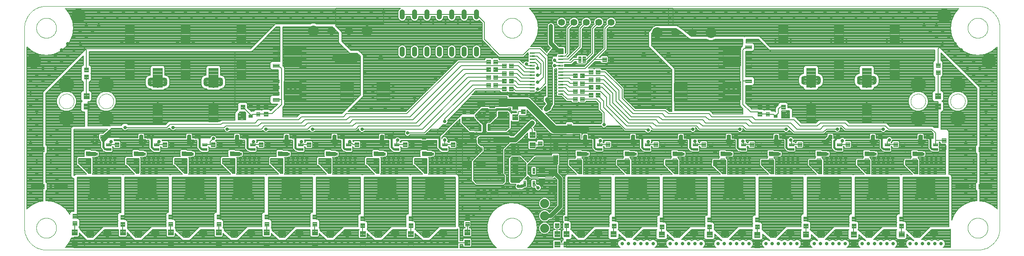
<source format=gtl>
G75*
G70*
%OFA0B0*%
%FSLAX24Y24*%
%IPPOS*%
%LPD*%
%AMOC8*
5,1,8,0,0,1.08239X$1,22.5*
%
%ADD10C,0.0000*%
%ADD11C,0.0038*%
%ADD12C,0.0041*%
%ADD13C,0.0669*%
%ADD14C,0.0041*%
%ADD15C,0.0040*%
%ADD16C,0.0866*%
%ADD17C,0.0040*%
%ADD18C,0.0039*%
%ADD19C,0.0039*%
%ADD20C,0.0044*%
%ADD21C,0.0560*%
%ADD22OC8,0.0414*%
%ADD23OC8,0.1181*%
%ADD24C,0.0044*%
%ADD25C,0.0041*%
%ADD26C,0.0040*%
%ADD27C,0.0740*%
%ADD28C,0.0787*%
%ADD29C,0.0414*%
%ADD30C,0.0040*%
%ADD31C,0.0400*%
%ADD32C,0.0278*%
%ADD33C,0.0080*%
%ADD34C,0.0320*%
%ADD35C,0.1181*%
%ADD36C,0.0160*%
%ADD37C,0.0240*%
%ADD38C,0.0640*%
D10*
X004787Y002890D02*
X079984Y002890D01*
X079177Y004662D02*
X079179Y004718D01*
X079185Y004774D01*
X079195Y004830D01*
X079208Y004884D01*
X079226Y004938D01*
X079247Y004990D01*
X079271Y005041D01*
X079300Y005090D01*
X079331Y005136D01*
X079366Y005181D01*
X079403Y005223D01*
X079444Y005262D01*
X079487Y005298D01*
X079533Y005331D01*
X079580Y005361D01*
X079630Y005387D01*
X079682Y005410D01*
X079735Y005430D01*
X079789Y005445D01*
X079844Y005457D01*
X079900Y005465D01*
X079956Y005469D01*
X080012Y005469D01*
X080068Y005465D01*
X080124Y005457D01*
X080179Y005445D01*
X080233Y005430D01*
X080286Y005410D01*
X080338Y005387D01*
X080387Y005361D01*
X080435Y005331D01*
X080481Y005298D01*
X080524Y005262D01*
X080565Y005223D01*
X080602Y005181D01*
X080637Y005136D01*
X080668Y005090D01*
X080697Y005041D01*
X080721Y004990D01*
X080742Y004938D01*
X080760Y004884D01*
X080773Y004830D01*
X080783Y004774D01*
X080789Y004718D01*
X080791Y004662D01*
X080789Y004606D01*
X080783Y004550D01*
X080773Y004494D01*
X080760Y004440D01*
X080742Y004386D01*
X080721Y004334D01*
X080697Y004283D01*
X080668Y004234D01*
X080637Y004188D01*
X080602Y004143D01*
X080565Y004101D01*
X080524Y004062D01*
X080481Y004026D01*
X080435Y003993D01*
X080388Y003963D01*
X080338Y003937D01*
X080286Y003914D01*
X080233Y003894D01*
X080179Y003879D01*
X080124Y003867D01*
X080068Y003859D01*
X080012Y003855D01*
X079956Y003855D01*
X079900Y003859D01*
X079844Y003867D01*
X079789Y003879D01*
X079735Y003894D01*
X079682Y003914D01*
X079630Y003937D01*
X079580Y003963D01*
X079533Y003993D01*
X079487Y004026D01*
X079444Y004062D01*
X079403Y004101D01*
X079366Y004143D01*
X079331Y004188D01*
X079300Y004234D01*
X079271Y004283D01*
X079247Y004334D01*
X079226Y004386D01*
X079208Y004440D01*
X079195Y004494D01*
X079185Y004550D01*
X079179Y004606D01*
X079177Y004662D01*
X079984Y002890D02*
X080066Y002892D01*
X080147Y002898D01*
X080229Y002907D01*
X080310Y002920D01*
X080390Y002937D01*
X080469Y002958D01*
X080547Y002982D01*
X080624Y003010D01*
X080700Y003041D01*
X080774Y003076D01*
X080846Y003114D01*
X080917Y003155D01*
X080985Y003200D01*
X081052Y003248D01*
X081116Y003299D01*
X081178Y003352D01*
X081237Y003409D01*
X081294Y003468D01*
X081347Y003530D01*
X081398Y003594D01*
X081446Y003661D01*
X081491Y003729D01*
X081532Y003800D01*
X081570Y003872D01*
X081605Y003946D01*
X081636Y004022D01*
X081664Y004099D01*
X081688Y004177D01*
X081709Y004256D01*
X081726Y004336D01*
X081739Y004417D01*
X081748Y004499D01*
X081754Y004580D01*
X081756Y004662D01*
X081755Y004662D02*
X081755Y020803D01*
X079177Y020803D02*
X079179Y020859D01*
X079185Y020915D01*
X079195Y020971D01*
X079208Y021025D01*
X079226Y021079D01*
X079247Y021131D01*
X079271Y021182D01*
X079300Y021231D01*
X079331Y021277D01*
X079366Y021322D01*
X079403Y021364D01*
X079444Y021403D01*
X079487Y021439D01*
X079533Y021472D01*
X079580Y021502D01*
X079630Y021528D01*
X079682Y021551D01*
X079735Y021571D01*
X079789Y021586D01*
X079844Y021598D01*
X079900Y021606D01*
X079956Y021610D01*
X080012Y021610D01*
X080068Y021606D01*
X080124Y021598D01*
X080179Y021586D01*
X080233Y021571D01*
X080286Y021551D01*
X080338Y021528D01*
X080387Y021502D01*
X080435Y021472D01*
X080481Y021439D01*
X080524Y021403D01*
X080565Y021364D01*
X080602Y021322D01*
X080637Y021277D01*
X080668Y021231D01*
X080697Y021182D01*
X080721Y021131D01*
X080742Y021079D01*
X080760Y021025D01*
X080773Y020971D01*
X080783Y020915D01*
X080789Y020859D01*
X080791Y020803D01*
X080789Y020747D01*
X080783Y020691D01*
X080773Y020635D01*
X080760Y020581D01*
X080742Y020527D01*
X080721Y020475D01*
X080697Y020424D01*
X080668Y020375D01*
X080637Y020329D01*
X080602Y020284D01*
X080565Y020242D01*
X080524Y020203D01*
X080481Y020167D01*
X080435Y020134D01*
X080388Y020104D01*
X080338Y020078D01*
X080286Y020055D01*
X080233Y020035D01*
X080179Y020020D01*
X080124Y020008D01*
X080068Y020000D01*
X080012Y019996D01*
X079956Y019996D01*
X079900Y020000D01*
X079844Y020008D01*
X079789Y020020D01*
X079735Y020035D01*
X079682Y020055D01*
X079630Y020078D01*
X079580Y020104D01*
X079533Y020134D01*
X079487Y020167D01*
X079444Y020203D01*
X079403Y020242D01*
X079366Y020284D01*
X079331Y020329D01*
X079300Y020375D01*
X079271Y020424D01*
X079247Y020475D01*
X079226Y020527D01*
X079208Y020581D01*
X079195Y020635D01*
X079185Y020691D01*
X079179Y020747D01*
X079177Y020803D01*
X079984Y022575D02*
X080066Y022573D01*
X080147Y022567D01*
X080229Y022558D01*
X080310Y022545D01*
X080390Y022528D01*
X080469Y022507D01*
X080547Y022483D01*
X080624Y022455D01*
X080700Y022424D01*
X080774Y022389D01*
X080846Y022351D01*
X080917Y022310D01*
X080985Y022265D01*
X081052Y022217D01*
X081116Y022166D01*
X081178Y022113D01*
X081237Y022056D01*
X081294Y021997D01*
X081347Y021935D01*
X081398Y021871D01*
X081446Y021804D01*
X081491Y021736D01*
X081532Y021665D01*
X081570Y021593D01*
X081605Y021519D01*
X081636Y021443D01*
X081664Y021366D01*
X081688Y021288D01*
X081709Y021209D01*
X081726Y021129D01*
X081739Y021048D01*
X081748Y020966D01*
X081754Y020885D01*
X081756Y020803D01*
X079984Y022575D02*
X004787Y022575D01*
X003980Y020803D02*
X003982Y020859D01*
X003988Y020915D01*
X003998Y020971D01*
X004011Y021025D01*
X004029Y021079D01*
X004050Y021131D01*
X004074Y021182D01*
X004103Y021231D01*
X004134Y021277D01*
X004169Y021322D01*
X004206Y021364D01*
X004247Y021403D01*
X004290Y021439D01*
X004336Y021472D01*
X004383Y021502D01*
X004433Y021528D01*
X004485Y021551D01*
X004538Y021571D01*
X004592Y021586D01*
X004647Y021598D01*
X004703Y021606D01*
X004759Y021610D01*
X004815Y021610D01*
X004871Y021606D01*
X004927Y021598D01*
X004982Y021586D01*
X005036Y021571D01*
X005089Y021551D01*
X005141Y021528D01*
X005190Y021502D01*
X005238Y021472D01*
X005284Y021439D01*
X005327Y021403D01*
X005368Y021364D01*
X005405Y021322D01*
X005440Y021277D01*
X005471Y021231D01*
X005500Y021182D01*
X005524Y021131D01*
X005545Y021079D01*
X005563Y021025D01*
X005576Y020971D01*
X005586Y020915D01*
X005592Y020859D01*
X005594Y020803D01*
X005592Y020747D01*
X005586Y020691D01*
X005576Y020635D01*
X005563Y020581D01*
X005545Y020527D01*
X005524Y020475D01*
X005500Y020424D01*
X005471Y020375D01*
X005440Y020329D01*
X005405Y020284D01*
X005368Y020242D01*
X005327Y020203D01*
X005284Y020167D01*
X005238Y020134D01*
X005191Y020104D01*
X005141Y020078D01*
X005089Y020055D01*
X005036Y020035D01*
X004982Y020020D01*
X004927Y020008D01*
X004871Y020000D01*
X004815Y019996D01*
X004759Y019996D01*
X004703Y020000D01*
X004647Y020008D01*
X004592Y020020D01*
X004538Y020035D01*
X004485Y020055D01*
X004433Y020078D01*
X004383Y020104D01*
X004336Y020134D01*
X004290Y020167D01*
X004247Y020203D01*
X004206Y020242D01*
X004169Y020284D01*
X004134Y020329D01*
X004103Y020375D01*
X004074Y020424D01*
X004050Y020475D01*
X004029Y020527D01*
X004011Y020581D01*
X003998Y020635D01*
X003988Y020691D01*
X003982Y020747D01*
X003980Y020803D01*
X003015Y020803D02*
X003017Y020885D01*
X003023Y020966D01*
X003032Y021048D01*
X003045Y021129D01*
X003062Y021209D01*
X003083Y021288D01*
X003107Y021366D01*
X003135Y021443D01*
X003166Y021519D01*
X003201Y021593D01*
X003239Y021665D01*
X003280Y021736D01*
X003325Y021804D01*
X003373Y021871D01*
X003424Y021935D01*
X003477Y021997D01*
X003534Y022056D01*
X003593Y022113D01*
X003655Y022166D01*
X003719Y022217D01*
X003786Y022265D01*
X003854Y022310D01*
X003925Y022351D01*
X003997Y022389D01*
X004071Y022424D01*
X004147Y022455D01*
X004224Y022483D01*
X004302Y022507D01*
X004381Y022528D01*
X004461Y022545D01*
X004542Y022558D01*
X004624Y022567D01*
X004705Y022573D01*
X004787Y022575D01*
X003015Y020803D02*
X003015Y004662D01*
X003980Y004662D02*
X003982Y004718D01*
X003988Y004774D01*
X003998Y004830D01*
X004011Y004884D01*
X004029Y004938D01*
X004050Y004990D01*
X004074Y005041D01*
X004103Y005090D01*
X004134Y005136D01*
X004169Y005181D01*
X004206Y005223D01*
X004247Y005262D01*
X004290Y005298D01*
X004336Y005331D01*
X004383Y005361D01*
X004433Y005387D01*
X004485Y005410D01*
X004538Y005430D01*
X004592Y005445D01*
X004647Y005457D01*
X004703Y005465D01*
X004759Y005469D01*
X004815Y005469D01*
X004871Y005465D01*
X004927Y005457D01*
X004982Y005445D01*
X005036Y005430D01*
X005089Y005410D01*
X005141Y005387D01*
X005190Y005361D01*
X005238Y005331D01*
X005284Y005298D01*
X005327Y005262D01*
X005368Y005223D01*
X005405Y005181D01*
X005440Y005136D01*
X005471Y005090D01*
X005500Y005041D01*
X005524Y004990D01*
X005545Y004938D01*
X005563Y004884D01*
X005576Y004830D01*
X005586Y004774D01*
X005592Y004718D01*
X005594Y004662D01*
X005592Y004606D01*
X005586Y004550D01*
X005576Y004494D01*
X005563Y004440D01*
X005545Y004386D01*
X005524Y004334D01*
X005500Y004283D01*
X005471Y004234D01*
X005440Y004188D01*
X005405Y004143D01*
X005368Y004101D01*
X005327Y004062D01*
X005284Y004026D01*
X005238Y003993D01*
X005191Y003963D01*
X005141Y003937D01*
X005089Y003914D01*
X005036Y003894D01*
X004982Y003879D01*
X004927Y003867D01*
X004871Y003859D01*
X004815Y003855D01*
X004759Y003855D01*
X004703Y003859D01*
X004647Y003867D01*
X004592Y003879D01*
X004538Y003894D01*
X004485Y003914D01*
X004433Y003937D01*
X004383Y003963D01*
X004336Y003993D01*
X004290Y004026D01*
X004247Y004062D01*
X004206Y004101D01*
X004169Y004143D01*
X004134Y004188D01*
X004103Y004234D01*
X004074Y004283D01*
X004050Y004334D01*
X004029Y004386D01*
X004011Y004440D01*
X003998Y004494D01*
X003988Y004550D01*
X003982Y004606D01*
X003980Y004662D01*
X003015Y004662D02*
X003017Y004580D01*
X003023Y004499D01*
X003032Y004417D01*
X003045Y004336D01*
X003062Y004256D01*
X003083Y004177D01*
X003107Y004099D01*
X003135Y004022D01*
X003166Y003946D01*
X003201Y003872D01*
X003239Y003800D01*
X003280Y003729D01*
X003325Y003661D01*
X003373Y003594D01*
X003424Y003530D01*
X003477Y003468D01*
X003534Y003409D01*
X003593Y003352D01*
X003655Y003299D01*
X003719Y003248D01*
X003786Y003200D01*
X003854Y003155D01*
X003925Y003114D01*
X003997Y003076D01*
X004071Y003041D01*
X004147Y003010D01*
X004224Y002982D01*
X004302Y002958D01*
X004381Y002937D01*
X004461Y002920D01*
X004542Y002907D01*
X004624Y002898D01*
X004705Y002892D01*
X004787Y002890D01*
X041578Y004662D02*
X041580Y004718D01*
X041586Y004774D01*
X041596Y004830D01*
X041609Y004884D01*
X041627Y004938D01*
X041648Y004990D01*
X041672Y005041D01*
X041701Y005090D01*
X041732Y005136D01*
X041767Y005181D01*
X041804Y005223D01*
X041845Y005262D01*
X041888Y005298D01*
X041934Y005331D01*
X041981Y005361D01*
X042031Y005387D01*
X042083Y005410D01*
X042136Y005430D01*
X042190Y005445D01*
X042245Y005457D01*
X042301Y005465D01*
X042357Y005469D01*
X042413Y005469D01*
X042469Y005465D01*
X042525Y005457D01*
X042580Y005445D01*
X042634Y005430D01*
X042687Y005410D01*
X042739Y005387D01*
X042788Y005361D01*
X042836Y005331D01*
X042882Y005298D01*
X042925Y005262D01*
X042966Y005223D01*
X043003Y005181D01*
X043038Y005136D01*
X043069Y005090D01*
X043098Y005041D01*
X043122Y004990D01*
X043143Y004938D01*
X043161Y004884D01*
X043174Y004830D01*
X043184Y004774D01*
X043190Y004718D01*
X043192Y004662D01*
X043190Y004606D01*
X043184Y004550D01*
X043174Y004494D01*
X043161Y004440D01*
X043143Y004386D01*
X043122Y004334D01*
X043098Y004283D01*
X043069Y004234D01*
X043038Y004188D01*
X043003Y004143D01*
X042966Y004101D01*
X042925Y004062D01*
X042882Y004026D01*
X042836Y003993D01*
X042789Y003963D01*
X042739Y003937D01*
X042687Y003914D01*
X042634Y003894D01*
X042580Y003879D01*
X042525Y003867D01*
X042469Y003859D01*
X042413Y003855D01*
X042357Y003855D01*
X042301Y003859D01*
X042245Y003867D01*
X042190Y003879D01*
X042136Y003894D01*
X042083Y003914D01*
X042031Y003937D01*
X041981Y003963D01*
X041934Y003993D01*
X041888Y004026D01*
X041845Y004062D01*
X041804Y004101D01*
X041767Y004143D01*
X041732Y004188D01*
X041701Y004234D01*
X041672Y004283D01*
X041648Y004334D01*
X041627Y004386D01*
X041609Y004440D01*
X041596Y004494D01*
X041586Y004550D01*
X041580Y004606D01*
X041578Y004662D01*
X009015Y014890D02*
X009017Y014939D01*
X009023Y014987D01*
X009033Y015035D01*
X009047Y015082D01*
X009064Y015128D01*
X009085Y015172D01*
X009110Y015214D01*
X009138Y015254D01*
X009170Y015292D01*
X009204Y015327D01*
X009241Y015359D01*
X009280Y015388D01*
X009322Y015414D01*
X009366Y015436D01*
X009411Y015454D01*
X009458Y015469D01*
X009505Y015480D01*
X009554Y015487D01*
X009603Y015490D01*
X009652Y015489D01*
X009700Y015484D01*
X009749Y015475D01*
X009796Y015462D01*
X009842Y015445D01*
X009886Y015425D01*
X009929Y015401D01*
X009970Y015374D01*
X010008Y015343D01*
X010044Y015310D01*
X010076Y015274D01*
X010106Y015235D01*
X010133Y015194D01*
X010156Y015150D01*
X010175Y015105D01*
X010191Y015059D01*
X010203Y015012D01*
X010211Y014963D01*
X010215Y014914D01*
X010215Y014866D01*
X010211Y014817D01*
X010203Y014768D01*
X010191Y014721D01*
X010175Y014675D01*
X010156Y014630D01*
X010133Y014586D01*
X010106Y014545D01*
X010076Y014506D01*
X010044Y014470D01*
X010008Y014437D01*
X009970Y014406D01*
X009929Y014379D01*
X009886Y014355D01*
X009842Y014335D01*
X009796Y014318D01*
X009749Y014305D01*
X009700Y014296D01*
X009652Y014291D01*
X009603Y014290D01*
X009554Y014293D01*
X009505Y014300D01*
X009458Y014311D01*
X009411Y014326D01*
X009366Y014344D01*
X009322Y014366D01*
X009280Y014392D01*
X009241Y014421D01*
X009204Y014453D01*
X009170Y014488D01*
X009138Y014526D01*
X009110Y014566D01*
X009085Y014608D01*
X009064Y014652D01*
X009047Y014698D01*
X009033Y014745D01*
X009023Y014793D01*
X009017Y014841D01*
X009015Y014890D01*
X005815Y014890D02*
X005817Y014939D01*
X005823Y014987D01*
X005833Y015035D01*
X005847Y015082D01*
X005864Y015128D01*
X005885Y015172D01*
X005910Y015214D01*
X005938Y015254D01*
X005970Y015292D01*
X006004Y015327D01*
X006041Y015359D01*
X006080Y015388D01*
X006122Y015414D01*
X006166Y015436D01*
X006211Y015454D01*
X006258Y015469D01*
X006305Y015480D01*
X006354Y015487D01*
X006403Y015490D01*
X006452Y015489D01*
X006500Y015484D01*
X006549Y015475D01*
X006596Y015462D01*
X006642Y015445D01*
X006686Y015425D01*
X006729Y015401D01*
X006770Y015374D01*
X006808Y015343D01*
X006844Y015310D01*
X006876Y015274D01*
X006906Y015235D01*
X006933Y015194D01*
X006956Y015150D01*
X006975Y015105D01*
X006991Y015059D01*
X007003Y015012D01*
X007011Y014963D01*
X007015Y014914D01*
X007015Y014866D01*
X007011Y014817D01*
X007003Y014768D01*
X006991Y014721D01*
X006975Y014675D01*
X006956Y014630D01*
X006933Y014586D01*
X006906Y014545D01*
X006876Y014506D01*
X006844Y014470D01*
X006808Y014437D01*
X006770Y014406D01*
X006729Y014379D01*
X006686Y014355D01*
X006642Y014335D01*
X006596Y014318D01*
X006549Y014305D01*
X006500Y014296D01*
X006452Y014291D01*
X006403Y014290D01*
X006354Y014293D01*
X006305Y014300D01*
X006258Y014311D01*
X006211Y014326D01*
X006166Y014344D01*
X006122Y014366D01*
X006080Y014392D01*
X006041Y014421D01*
X006004Y014453D01*
X005970Y014488D01*
X005938Y014526D01*
X005910Y014566D01*
X005885Y014608D01*
X005864Y014652D01*
X005847Y014698D01*
X005833Y014745D01*
X005823Y014793D01*
X005817Y014841D01*
X005815Y014890D01*
X041578Y020803D02*
X041580Y020859D01*
X041586Y020915D01*
X041596Y020971D01*
X041609Y021025D01*
X041627Y021079D01*
X041648Y021131D01*
X041672Y021182D01*
X041701Y021231D01*
X041732Y021277D01*
X041767Y021322D01*
X041804Y021364D01*
X041845Y021403D01*
X041888Y021439D01*
X041934Y021472D01*
X041981Y021502D01*
X042031Y021528D01*
X042083Y021551D01*
X042136Y021571D01*
X042190Y021586D01*
X042245Y021598D01*
X042301Y021606D01*
X042357Y021610D01*
X042413Y021610D01*
X042469Y021606D01*
X042525Y021598D01*
X042580Y021586D01*
X042634Y021571D01*
X042687Y021551D01*
X042739Y021528D01*
X042788Y021502D01*
X042836Y021472D01*
X042882Y021439D01*
X042925Y021403D01*
X042966Y021364D01*
X043003Y021322D01*
X043038Y021277D01*
X043069Y021231D01*
X043098Y021182D01*
X043122Y021131D01*
X043143Y021079D01*
X043161Y021025D01*
X043174Y020971D01*
X043184Y020915D01*
X043190Y020859D01*
X043192Y020803D01*
X043190Y020747D01*
X043184Y020691D01*
X043174Y020635D01*
X043161Y020581D01*
X043143Y020527D01*
X043122Y020475D01*
X043098Y020424D01*
X043069Y020375D01*
X043038Y020329D01*
X043003Y020284D01*
X042966Y020242D01*
X042925Y020203D01*
X042882Y020167D01*
X042836Y020134D01*
X042789Y020104D01*
X042739Y020078D01*
X042687Y020055D01*
X042634Y020035D01*
X042580Y020020D01*
X042525Y020008D01*
X042469Y020000D01*
X042413Y019996D01*
X042357Y019996D01*
X042301Y020000D01*
X042245Y020008D01*
X042190Y020020D01*
X042136Y020035D01*
X042083Y020055D01*
X042031Y020078D01*
X041981Y020104D01*
X041934Y020134D01*
X041888Y020167D01*
X041845Y020203D01*
X041804Y020242D01*
X041767Y020284D01*
X041732Y020329D01*
X041701Y020375D01*
X041672Y020424D01*
X041648Y020475D01*
X041627Y020527D01*
X041609Y020581D01*
X041596Y020635D01*
X041586Y020691D01*
X041580Y020747D01*
X041578Y020803D01*
X074565Y014890D02*
X074567Y014939D01*
X074573Y014987D01*
X074583Y015035D01*
X074597Y015082D01*
X074614Y015128D01*
X074635Y015172D01*
X074660Y015214D01*
X074688Y015254D01*
X074720Y015292D01*
X074754Y015327D01*
X074791Y015359D01*
X074830Y015388D01*
X074872Y015414D01*
X074916Y015436D01*
X074961Y015454D01*
X075008Y015469D01*
X075055Y015480D01*
X075104Y015487D01*
X075153Y015490D01*
X075202Y015489D01*
X075250Y015484D01*
X075299Y015475D01*
X075346Y015462D01*
X075392Y015445D01*
X075436Y015425D01*
X075479Y015401D01*
X075520Y015374D01*
X075558Y015343D01*
X075594Y015310D01*
X075626Y015274D01*
X075656Y015235D01*
X075683Y015194D01*
X075706Y015150D01*
X075725Y015105D01*
X075741Y015059D01*
X075753Y015012D01*
X075761Y014963D01*
X075765Y014914D01*
X075765Y014866D01*
X075761Y014817D01*
X075753Y014768D01*
X075741Y014721D01*
X075725Y014675D01*
X075706Y014630D01*
X075683Y014586D01*
X075656Y014545D01*
X075626Y014506D01*
X075594Y014470D01*
X075558Y014437D01*
X075520Y014406D01*
X075479Y014379D01*
X075436Y014355D01*
X075392Y014335D01*
X075346Y014318D01*
X075299Y014305D01*
X075250Y014296D01*
X075202Y014291D01*
X075153Y014290D01*
X075104Y014293D01*
X075055Y014300D01*
X075008Y014311D01*
X074961Y014326D01*
X074916Y014344D01*
X074872Y014366D01*
X074830Y014392D01*
X074791Y014421D01*
X074754Y014453D01*
X074720Y014488D01*
X074688Y014526D01*
X074660Y014566D01*
X074635Y014608D01*
X074614Y014652D01*
X074597Y014698D01*
X074583Y014745D01*
X074573Y014793D01*
X074567Y014841D01*
X074565Y014890D01*
X077765Y014890D02*
X077767Y014939D01*
X077773Y014987D01*
X077783Y015035D01*
X077797Y015082D01*
X077814Y015128D01*
X077835Y015172D01*
X077860Y015214D01*
X077888Y015254D01*
X077920Y015292D01*
X077954Y015327D01*
X077991Y015359D01*
X078030Y015388D01*
X078072Y015414D01*
X078116Y015436D01*
X078161Y015454D01*
X078208Y015469D01*
X078255Y015480D01*
X078304Y015487D01*
X078353Y015490D01*
X078402Y015489D01*
X078450Y015484D01*
X078499Y015475D01*
X078546Y015462D01*
X078592Y015445D01*
X078636Y015425D01*
X078679Y015401D01*
X078720Y015374D01*
X078758Y015343D01*
X078794Y015310D01*
X078826Y015274D01*
X078856Y015235D01*
X078883Y015194D01*
X078906Y015150D01*
X078925Y015105D01*
X078941Y015059D01*
X078953Y015012D01*
X078961Y014963D01*
X078965Y014914D01*
X078965Y014866D01*
X078961Y014817D01*
X078953Y014768D01*
X078941Y014721D01*
X078925Y014675D01*
X078906Y014630D01*
X078883Y014586D01*
X078856Y014545D01*
X078826Y014506D01*
X078794Y014470D01*
X078758Y014437D01*
X078720Y014406D01*
X078679Y014379D01*
X078636Y014355D01*
X078592Y014335D01*
X078546Y014318D01*
X078499Y014305D01*
X078450Y014296D01*
X078402Y014291D01*
X078353Y014290D01*
X078304Y014293D01*
X078255Y014300D01*
X078208Y014311D01*
X078161Y014326D01*
X078116Y014344D01*
X078072Y014366D01*
X078030Y014392D01*
X077991Y014421D01*
X077954Y014453D01*
X077920Y014488D01*
X077888Y014526D01*
X077860Y014566D01*
X077835Y014608D01*
X077814Y014652D01*
X077797Y014698D01*
X077783Y014745D01*
X077773Y014793D01*
X077767Y014841D01*
X077765Y014890D01*
D11*
X076982Y014260D02*
X076548Y014260D01*
X076548Y014694D01*
X076982Y014694D01*
X076982Y014260D01*
X076982Y014297D02*
X076548Y014297D01*
X076548Y014334D02*
X076982Y014334D01*
X076982Y014371D02*
X076548Y014371D01*
X076548Y014408D02*
X076982Y014408D01*
X076982Y014445D02*
X076548Y014445D01*
X076548Y014482D02*
X076982Y014482D01*
X076982Y014519D02*
X076548Y014519D01*
X076548Y014556D02*
X076982Y014556D01*
X076982Y014593D02*
X076548Y014593D01*
X076548Y014630D02*
X076982Y014630D01*
X076982Y014667D02*
X076548Y014667D01*
X076548Y015086D02*
X076982Y015086D01*
X076548Y015086D02*
X076548Y015520D01*
X076982Y015520D01*
X076982Y015086D01*
X076982Y015123D02*
X076548Y015123D01*
X076548Y015160D02*
X076982Y015160D01*
X076982Y015197D02*
X076548Y015197D01*
X076548Y015234D02*
X076982Y015234D01*
X076982Y015271D02*
X076548Y015271D01*
X076548Y015308D02*
X076982Y015308D01*
X076982Y015345D02*
X076548Y015345D01*
X076548Y015382D02*
X076982Y015382D01*
X076982Y015419D02*
X076548Y015419D01*
X076548Y015456D02*
X076982Y015456D01*
X076982Y015493D02*
X076548Y015493D01*
X044232Y012395D02*
X043798Y012395D01*
X044232Y012395D02*
X044232Y011961D01*
X043798Y011961D01*
X043798Y012395D01*
X043798Y011998D02*
X044232Y011998D01*
X044232Y012035D02*
X043798Y012035D01*
X043798Y012072D02*
X044232Y012072D01*
X044232Y012109D02*
X043798Y012109D01*
X043798Y012146D02*
X044232Y012146D01*
X044232Y012183D02*
X043798Y012183D01*
X043798Y012220D02*
X044232Y012220D01*
X044232Y012257D02*
X043798Y012257D01*
X043798Y012294D02*
X044232Y012294D01*
X044232Y012331D02*
X043798Y012331D01*
X043798Y012368D02*
X044232Y012368D01*
X040885Y011987D02*
X040885Y011553D01*
X040885Y011987D02*
X042145Y011987D01*
X042145Y011553D01*
X040885Y011553D01*
X040885Y011590D02*
X042145Y011590D01*
X042145Y011627D02*
X040885Y011627D01*
X040885Y011664D02*
X042145Y011664D01*
X042145Y011701D02*
X040885Y011701D01*
X040885Y011738D02*
X042145Y011738D01*
X042145Y011775D02*
X040885Y011775D01*
X040885Y011812D02*
X042145Y011812D01*
X042145Y011849D02*
X040885Y011849D01*
X040885Y011886D02*
X042145Y011886D01*
X042145Y011923D02*
X040885Y011923D01*
X040885Y011960D02*
X042145Y011960D01*
X043798Y011569D02*
X044232Y011569D01*
X044232Y011135D01*
X043798Y011135D01*
X043798Y011569D01*
X043798Y011172D02*
X044232Y011172D01*
X044232Y011209D02*
X043798Y011209D01*
X043798Y011246D02*
X044232Y011246D01*
X044232Y011283D02*
X043798Y011283D01*
X043798Y011320D02*
X044232Y011320D01*
X044232Y011357D02*
X043798Y011357D01*
X043798Y011394D02*
X044232Y011394D01*
X044232Y011431D02*
X043798Y011431D01*
X043798Y011468D02*
X044232Y011468D01*
X044232Y011505D02*
X043798Y011505D01*
X043798Y011542D02*
X044232Y011542D01*
X040885Y012793D02*
X040885Y013227D01*
X042145Y013227D01*
X042145Y012793D01*
X040885Y012793D01*
X040885Y012830D02*
X042145Y012830D01*
X042145Y012867D02*
X040885Y012867D01*
X040885Y012904D02*
X042145Y012904D01*
X042145Y012941D02*
X040885Y012941D01*
X040885Y012978D02*
X042145Y012978D01*
X042145Y013015D02*
X040885Y013015D01*
X040885Y013052D02*
X042145Y013052D01*
X042145Y013089D02*
X040885Y013089D01*
X040885Y013126D02*
X042145Y013126D01*
X042145Y013163D02*
X040885Y013163D01*
X040885Y013200D02*
X042145Y013200D01*
X042423Y013819D02*
X042857Y013819D01*
X042857Y013385D01*
X042423Y013385D01*
X042423Y013819D01*
X042423Y013422D02*
X042857Y013422D01*
X042857Y013459D02*
X042423Y013459D01*
X042423Y013496D02*
X042857Y013496D01*
X042857Y013533D02*
X042423Y013533D01*
X042423Y013570D02*
X042857Y013570D01*
X042857Y013607D02*
X042423Y013607D01*
X042423Y013644D02*
X042857Y013644D01*
X042857Y013681D02*
X042423Y013681D01*
X042423Y013718D02*
X042857Y013718D01*
X042857Y013755D02*
X042423Y013755D01*
X042423Y013792D02*
X042857Y013792D01*
X042857Y014645D02*
X042423Y014645D01*
X042857Y014645D02*
X042857Y014211D01*
X042423Y014211D01*
X042423Y014645D01*
X042423Y014248D02*
X042857Y014248D01*
X042857Y014285D02*
X042423Y014285D01*
X042423Y014322D02*
X042857Y014322D01*
X042857Y014359D02*
X042423Y014359D01*
X042423Y014396D02*
X042857Y014396D01*
X042857Y014433D02*
X042423Y014433D01*
X042423Y014470D02*
X042857Y014470D01*
X042857Y014507D02*
X042423Y014507D01*
X042423Y014544D02*
X042857Y014544D01*
X042857Y014581D02*
X042423Y014581D01*
X042423Y014618D02*
X042857Y014618D01*
X042852Y009135D02*
X042418Y009135D01*
X042418Y010395D01*
X042852Y010395D01*
X042852Y009135D01*
X042852Y009172D02*
X042418Y009172D01*
X042418Y009209D02*
X042852Y009209D01*
X042852Y009246D02*
X042418Y009246D01*
X042418Y009283D02*
X042852Y009283D01*
X042852Y009320D02*
X042418Y009320D01*
X042418Y009357D02*
X042852Y009357D01*
X042852Y009394D02*
X042418Y009394D01*
X042418Y009431D02*
X042852Y009431D01*
X042852Y009468D02*
X042418Y009468D01*
X042418Y009505D02*
X042852Y009505D01*
X042852Y009542D02*
X042418Y009542D01*
X042418Y009579D02*
X042852Y009579D01*
X042852Y009616D02*
X042418Y009616D01*
X042418Y009653D02*
X042852Y009653D01*
X042852Y009690D02*
X042418Y009690D01*
X042418Y009727D02*
X042852Y009727D01*
X042852Y009764D02*
X042418Y009764D01*
X042418Y009801D02*
X042852Y009801D01*
X042852Y009838D02*
X042418Y009838D01*
X042418Y009875D02*
X042852Y009875D01*
X042852Y009912D02*
X042418Y009912D01*
X042418Y009949D02*
X042852Y009949D01*
X042852Y009986D02*
X042418Y009986D01*
X042418Y010023D02*
X042852Y010023D01*
X042852Y010060D02*
X042418Y010060D01*
X042418Y010097D02*
X042852Y010097D01*
X042852Y010134D02*
X042418Y010134D01*
X042418Y010171D02*
X042852Y010171D01*
X042852Y010208D02*
X042418Y010208D01*
X042418Y010245D02*
X042852Y010245D01*
X042852Y010282D02*
X042418Y010282D01*
X042418Y010319D02*
X042852Y010319D01*
X042852Y010356D02*
X042418Y010356D01*
X042418Y010393D02*
X042852Y010393D01*
X041612Y009135D02*
X041178Y009135D01*
X041178Y010395D01*
X041612Y010395D01*
X041612Y009135D01*
X041612Y009172D02*
X041178Y009172D01*
X041178Y009209D02*
X041612Y009209D01*
X041612Y009246D02*
X041178Y009246D01*
X041178Y009283D02*
X041612Y009283D01*
X041612Y009320D02*
X041178Y009320D01*
X041178Y009357D02*
X041612Y009357D01*
X041612Y009394D02*
X041178Y009394D01*
X041178Y009431D02*
X041612Y009431D01*
X041612Y009468D02*
X041178Y009468D01*
X041178Y009505D02*
X041612Y009505D01*
X041612Y009542D02*
X041178Y009542D01*
X041178Y009579D02*
X041612Y009579D01*
X041612Y009616D02*
X041178Y009616D01*
X041178Y009653D02*
X041612Y009653D01*
X041612Y009690D02*
X041178Y009690D01*
X041178Y009727D02*
X041612Y009727D01*
X041612Y009764D02*
X041178Y009764D01*
X041178Y009801D02*
X041612Y009801D01*
X041612Y009838D02*
X041178Y009838D01*
X041178Y009875D02*
X041612Y009875D01*
X041612Y009912D02*
X041178Y009912D01*
X041178Y009949D02*
X041612Y009949D01*
X041612Y009986D02*
X041178Y009986D01*
X041178Y010023D02*
X041612Y010023D01*
X041612Y010060D02*
X041178Y010060D01*
X041178Y010097D02*
X041612Y010097D01*
X041612Y010134D02*
X041178Y010134D01*
X041178Y010171D02*
X041612Y010171D01*
X041612Y010208D02*
X041178Y010208D01*
X041178Y010245D02*
X041612Y010245D01*
X041612Y010282D02*
X041178Y010282D01*
X041178Y010319D02*
X041612Y010319D01*
X041612Y010356D02*
X041178Y010356D01*
X041178Y010393D02*
X041612Y010393D01*
X038982Y004086D02*
X038548Y004086D01*
X038548Y004520D01*
X038982Y004520D01*
X038982Y004086D01*
X038982Y004123D02*
X038548Y004123D01*
X038548Y004160D02*
X038982Y004160D01*
X038982Y004197D02*
X038548Y004197D01*
X038548Y004234D02*
X038982Y004234D01*
X038982Y004271D02*
X038548Y004271D01*
X038548Y004308D02*
X038982Y004308D01*
X038982Y004345D02*
X038548Y004345D01*
X038548Y004382D02*
X038982Y004382D01*
X038982Y004419D02*
X038548Y004419D01*
X038548Y004456D02*
X038982Y004456D01*
X038982Y004493D02*
X038548Y004493D01*
X038548Y003260D02*
X038982Y003260D01*
X038548Y003260D02*
X038548Y003694D01*
X038982Y003694D01*
X038982Y003260D01*
X038982Y003297D02*
X038548Y003297D01*
X038548Y003334D02*
X038982Y003334D01*
X038982Y003371D02*
X038548Y003371D01*
X038548Y003408D02*
X038982Y003408D01*
X038982Y003445D02*
X038548Y003445D01*
X038548Y003482D02*
X038982Y003482D01*
X038982Y003519D02*
X038548Y003519D01*
X038548Y003556D02*
X038982Y003556D01*
X038982Y003593D02*
X038548Y003593D01*
X038548Y003630D02*
X038982Y003630D01*
X038982Y003667D02*
X038548Y003667D01*
X034418Y003135D02*
X033984Y003135D01*
X033984Y003569D01*
X034418Y003569D01*
X034418Y003135D01*
X034418Y003172D02*
X033984Y003172D01*
X033984Y003209D02*
X034418Y003209D01*
X034418Y003246D02*
X033984Y003246D01*
X033984Y003283D02*
X034418Y003283D01*
X034418Y003320D02*
X033984Y003320D01*
X033984Y003357D02*
X034418Y003357D01*
X034418Y003394D02*
X033984Y003394D01*
X033984Y003431D02*
X034418Y003431D01*
X034418Y003468D02*
X033984Y003468D01*
X033984Y003505D02*
X034418Y003505D01*
X034418Y003542D02*
X033984Y003542D01*
X033984Y003961D02*
X034418Y003961D01*
X033984Y003961D02*
X033984Y004395D01*
X034418Y004395D01*
X034418Y003961D01*
X034418Y003998D02*
X033984Y003998D01*
X033984Y004035D02*
X034418Y004035D01*
X034418Y004072D02*
X033984Y004072D01*
X033984Y004109D02*
X034418Y004109D01*
X034418Y004146D02*
X033984Y004146D01*
X033984Y004183D02*
X034418Y004183D01*
X034418Y004220D02*
X033984Y004220D01*
X033984Y004257D02*
X034418Y004257D01*
X034418Y004294D02*
X033984Y004294D01*
X033984Y004331D02*
X034418Y004331D01*
X034418Y004368D02*
X033984Y004368D01*
X030543Y003961D02*
X030109Y003961D01*
X030109Y004395D01*
X030543Y004395D01*
X030543Y003961D01*
X030543Y003998D02*
X030109Y003998D01*
X030109Y004035D02*
X030543Y004035D01*
X030543Y004072D02*
X030109Y004072D01*
X030109Y004109D02*
X030543Y004109D01*
X030543Y004146D02*
X030109Y004146D01*
X030109Y004183D02*
X030543Y004183D01*
X030543Y004220D02*
X030109Y004220D01*
X030109Y004257D02*
X030543Y004257D01*
X030543Y004294D02*
X030109Y004294D01*
X030109Y004331D02*
X030543Y004331D01*
X030543Y004368D02*
X030109Y004368D01*
X030109Y003135D02*
X030543Y003135D01*
X030109Y003135D02*
X030109Y003569D01*
X030543Y003569D01*
X030543Y003135D01*
X030543Y003172D02*
X030109Y003172D01*
X030109Y003209D02*
X030543Y003209D01*
X030543Y003246D02*
X030109Y003246D01*
X030109Y003283D02*
X030543Y003283D01*
X030543Y003320D02*
X030109Y003320D01*
X030109Y003357D02*
X030543Y003357D01*
X030543Y003394D02*
X030109Y003394D01*
X030109Y003431D02*
X030543Y003431D01*
X030543Y003468D02*
X030109Y003468D01*
X030109Y003505D02*
X030543Y003505D01*
X030543Y003542D02*
X030109Y003542D01*
X026668Y003257D02*
X026234Y003257D01*
X026234Y003691D01*
X026668Y003691D01*
X026668Y003257D01*
X026668Y003294D02*
X026234Y003294D01*
X026234Y003331D02*
X026668Y003331D01*
X026668Y003368D02*
X026234Y003368D01*
X026234Y003405D02*
X026668Y003405D01*
X026668Y003442D02*
X026234Y003442D01*
X026234Y003479D02*
X026668Y003479D01*
X026668Y003516D02*
X026234Y003516D01*
X026234Y003553D02*
X026668Y003553D01*
X026668Y003590D02*
X026234Y003590D01*
X026234Y003627D02*
X026668Y003627D01*
X026668Y003664D02*
X026234Y003664D01*
X026234Y004084D02*
X026668Y004084D01*
X026234Y004084D02*
X026234Y004518D01*
X026668Y004518D01*
X026668Y004084D01*
X026668Y004121D02*
X026234Y004121D01*
X026234Y004158D02*
X026668Y004158D01*
X026668Y004195D02*
X026234Y004195D01*
X026234Y004232D02*
X026668Y004232D01*
X026668Y004269D02*
X026234Y004269D01*
X026234Y004306D02*
X026668Y004306D01*
X026668Y004343D02*
X026234Y004343D01*
X026234Y004380D02*
X026668Y004380D01*
X026668Y004417D02*
X026234Y004417D01*
X026234Y004454D02*
X026668Y004454D01*
X026668Y004491D02*
X026234Y004491D01*
X022793Y004084D02*
X022359Y004084D01*
X022359Y004518D01*
X022793Y004518D01*
X022793Y004084D01*
X022793Y004121D02*
X022359Y004121D01*
X022359Y004158D02*
X022793Y004158D01*
X022793Y004195D02*
X022359Y004195D01*
X022359Y004232D02*
X022793Y004232D01*
X022793Y004269D02*
X022359Y004269D01*
X022359Y004306D02*
X022793Y004306D01*
X022793Y004343D02*
X022359Y004343D01*
X022359Y004380D02*
X022793Y004380D01*
X022793Y004417D02*
X022359Y004417D01*
X022359Y004454D02*
X022793Y004454D01*
X022793Y004491D02*
X022359Y004491D01*
X022359Y003257D02*
X022793Y003257D01*
X022359Y003257D02*
X022359Y003691D01*
X022793Y003691D01*
X022793Y003257D01*
X022793Y003294D02*
X022359Y003294D01*
X022359Y003331D02*
X022793Y003331D01*
X022793Y003368D02*
X022359Y003368D01*
X022359Y003405D02*
X022793Y003405D01*
X022793Y003442D02*
X022359Y003442D01*
X022359Y003479D02*
X022793Y003479D01*
X022793Y003516D02*
X022359Y003516D01*
X022359Y003553D02*
X022793Y003553D01*
X022793Y003590D02*
X022359Y003590D01*
X022359Y003627D02*
X022793Y003627D01*
X022793Y003664D02*
X022359Y003664D01*
X018918Y003260D02*
X018484Y003260D01*
X018484Y003694D01*
X018918Y003694D01*
X018918Y003260D01*
X018918Y003297D02*
X018484Y003297D01*
X018484Y003334D02*
X018918Y003334D01*
X018918Y003371D02*
X018484Y003371D01*
X018484Y003408D02*
X018918Y003408D01*
X018918Y003445D02*
X018484Y003445D01*
X018484Y003482D02*
X018918Y003482D01*
X018918Y003519D02*
X018484Y003519D01*
X018484Y003556D02*
X018918Y003556D01*
X018918Y003593D02*
X018484Y003593D01*
X018484Y003630D02*
X018918Y003630D01*
X018918Y003667D02*
X018484Y003667D01*
X018484Y004086D02*
X018918Y004086D01*
X018484Y004086D02*
X018484Y004520D01*
X018918Y004520D01*
X018918Y004086D01*
X018918Y004123D02*
X018484Y004123D01*
X018484Y004160D02*
X018918Y004160D01*
X018918Y004197D02*
X018484Y004197D01*
X018484Y004234D02*
X018918Y004234D01*
X018918Y004271D02*
X018484Y004271D01*
X018484Y004308D02*
X018918Y004308D01*
X018918Y004345D02*
X018484Y004345D01*
X018484Y004382D02*
X018918Y004382D01*
X018918Y004419D02*
X018484Y004419D01*
X018484Y004456D02*
X018918Y004456D01*
X018918Y004493D02*
X018484Y004493D01*
X015043Y004086D02*
X014609Y004086D01*
X014609Y004520D01*
X015043Y004520D01*
X015043Y004086D01*
X015043Y004123D02*
X014609Y004123D01*
X014609Y004160D02*
X015043Y004160D01*
X015043Y004197D02*
X014609Y004197D01*
X014609Y004234D02*
X015043Y004234D01*
X015043Y004271D02*
X014609Y004271D01*
X014609Y004308D02*
X015043Y004308D01*
X015043Y004345D02*
X014609Y004345D01*
X014609Y004382D02*
X015043Y004382D01*
X015043Y004419D02*
X014609Y004419D01*
X014609Y004456D02*
X015043Y004456D01*
X015043Y004493D02*
X014609Y004493D01*
X014609Y003260D02*
X015043Y003260D01*
X014609Y003260D02*
X014609Y003694D01*
X015043Y003694D01*
X015043Y003260D01*
X015043Y003297D02*
X014609Y003297D01*
X014609Y003334D02*
X015043Y003334D01*
X015043Y003371D02*
X014609Y003371D01*
X014609Y003408D02*
X015043Y003408D01*
X015043Y003445D02*
X014609Y003445D01*
X014609Y003482D02*
X015043Y003482D01*
X015043Y003519D02*
X014609Y003519D01*
X014609Y003556D02*
X015043Y003556D01*
X015043Y003593D02*
X014609Y003593D01*
X014609Y003630D02*
X015043Y003630D01*
X015043Y003667D02*
X014609Y003667D01*
X011171Y003260D02*
X010737Y003260D01*
X010737Y003694D01*
X011171Y003694D01*
X011171Y003260D01*
X011171Y003297D02*
X010737Y003297D01*
X010737Y003334D02*
X011171Y003334D01*
X011171Y003371D02*
X010737Y003371D01*
X010737Y003408D02*
X011171Y003408D01*
X011171Y003445D02*
X010737Y003445D01*
X010737Y003482D02*
X011171Y003482D01*
X011171Y003519D02*
X010737Y003519D01*
X010737Y003556D02*
X011171Y003556D01*
X011171Y003593D02*
X010737Y003593D01*
X010737Y003630D02*
X011171Y003630D01*
X011171Y003667D02*
X010737Y003667D01*
X010737Y004086D02*
X011171Y004086D01*
X010737Y004086D02*
X010737Y004520D01*
X011171Y004520D01*
X011171Y004086D01*
X011171Y004123D02*
X010737Y004123D01*
X010737Y004160D02*
X011171Y004160D01*
X011171Y004197D02*
X010737Y004197D01*
X010737Y004234D02*
X011171Y004234D01*
X011171Y004271D02*
X010737Y004271D01*
X010737Y004308D02*
X011171Y004308D01*
X011171Y004345D02*
X010737Y004345D01*
X010737Y004382D02*
X011171Y004382D01*
X011171Y004419D02*
X010737Y004419D01*
X010737Y004456D02*
X011171Y004456D01*
X011171Y004493D02*
X010737Y004493D01*
X007296Y004086D02*
X006862Y004086D01*
X006862Y004520D01*
X007296Y004520D01*
X007296Y004086D01*
X007296Y004123D02*
X006862Y004123D01*
X006862Y004160D02*
X007296Y004160D01*
X007296Y004197D02*
X006862Y004197D01*
X006862Y004234D02*
X007296Y004234D01*
X007296Y004271D02*
X006862Y004271D01*
X006862Y004308D02*
X007296Y004308D01*
X007296Y004345D02*
X006862Y004345D01*
X006862Y004382D02*
X007296Y004382D01*
X007296Y004419D02*
X006862Y004419D01*
X006862Y004456D02*
X007296Y004456D01*
X007296Y004493D02*
X006862Y004493D01*
X006862Y003260D02*
X007296Y003260D01*
X006862Y003260D02*
X006862Y003694D01*
X007296Y003694D01*
X007296Y003260D01*
X007296Y003297D02*
X006862Y003297D01*
X006862Y003334D02*
X007296Y003334D01*
X007296Y003371D02*
X006862Y003371D01*
X006862Y003408D02*
X007296Y003408D01*
X007296Y003445D02*
X006862Y003445D01*
X006862Y003482D02*
X007296Y003482D01*
X007296Y003519D02*
X006862Y003519D01*
X006862Y003556D02*
X007296Y003556D01*
X007296Y003593D02*
X006862Y003593D01*
X006862Y003630D02*
X007296Y003630D01*
X007296Y003667D02*
X006862Y003667D01*
X007798Y014260D02*
X008232Y014260D01*
X007798Y014260D02*
X007798Y014694D01*
X008232Y014694D01*
X008232Y014260D01*
X008232Y014297D02*
X007798Y014297D01*
X007798Y014334D02*
X008232Y014334D01*
X008232Y014371D02*
X007798Y014371D01*
X007798Y014408D02*
X008232Y014408D01*
X008232Y014445D02*
X007798Y014445D01*
X007798Y014482D02*
X008232Y014482D01*
X008232Y014519D02*
X007798Y014519D01*
X007798Y014556D02*
X008232Y014556D01*
X008232Y014593D02*
X007798Y014593D01*
X007798Y014630D02*
X008232Y014630D01*
X008232Y014667D02*
X007798Y014667D01*
X007798Y015086D02*
X008232Y015086D01*
X007798Y015086D02*
X007798Y015520D01*
X008232Y015520D01*
X008232Y015086D01*
X008232Y015123D02*
X007798Y015123D01*
X007798Y015160D02*
X008232Y015160D01*
X008232Y015197D02*
X007798Y015197D01*
X007798Y015234D02*
X008232Y015234D01*
X008232Y015271D02*
X007798Y015271D01*
X007798Y015308D02*
X008232Y015308D01*
X008232Y015345D02*
X007798Y015345D01*
X007798Y015382D02*
X008232Y015382D01*
X008232Y015419D02*
X007798Y015419D01*
X007798Y015456D02*
X008232Y015456D01*
X008232Y015493D02*
X007798Y015493D01*
X045798Y003961D02*
X046232Y003961D01*
X045798Y003961D02*
X045798Y004395D01*
X046232Y004395D01*
X046232Y003961D01*
X046232Y003998D02*
X045798Y003998D01*
X045798Y004035D02*
X046232Y004035D01*
X046232Y004072D02*
X045798Y004072D01*
X045798Y004109D02*
X046232Y004109D01*
X046232Y004146D02*
X045798Y004146D01*
X045798Y004183D02*
X046232Y004183D01*
X046232Y004220D02*
X045798Y004220D01*
X045798Y004257D02*
X046232Y004257D01*
X046232Y004294D02*
X045798Y004294D01*
X045798Y004331D02*
X046232Y004331D01*
X046232Y004368D02*
X045798Y004368D01*
X046548Y003961D02*
X046982Y003961D01*
X046548Y003961D02*
X046548Y004395D01*
X046982Y004395D01*
X046982Y003961D01*
X046982Y003998D02*
X046548Y003998D01*
X046548Y004035D02*
X046982Y004035D01*
X046982Y004072D02*
X046548Y004072D01*
X046548Y004109D02*
X046982Y004109D01*
X046982Y004146D02*
X046548Y004146D01*
X046548Y004183D02*
X046982Y004183D01*
X046982Y004220D02*
X046548Y004220D01*
X046548Y004257D02*
X046982Y004257D01*
X046982Y004294D02*
X046548Y004294D01*
X046548Y004331D02*
X046982Y004331D01*
X046982Y004368D02*
X046548Y004368D01*
X046548Y003135D02*
X046982Y003135D01*
X046548Y003135D02*
X046548Y003569D01*
X046982Y003569D01*
X046982Y003135D01*
X046982Y003172D02*
X046548Y003172D01*
X046548Y003209D02*
X046982Y003209D01*
X046982Y003246D02*
X046548Y003246D01*
X046548Y003283D02*
X046982Y003283D01*
X046982Y003320D02*
X046548Y003320D01*
X046548Y003357D02*
X046982Y003357D01*
X046982Y003394D02*
X046548Y003394D01*
X046548Y003431D02*
X046982Y003431D01*
X046982Y003468D02*
X046548Y003468D01*
X046548Y003505D02*
X046982Y003505D01*
X046982Y003542D02*
X046548Y003542D01*
X046232Y003135D02*
X045798Y003135D01*
X045798Y003569D01*
X046232Y003569D01*
X046232Y003135D01*
X046232Y003172D02*
X045798Y003172D01*
X045798Y003209D02*
X046232Y003209D01*
X046232Y003246D02*
X045798Y003246D01*
X045798Y003283D02*
X046232Y003283D01*
X046232Y003320D02*
X045798Y003320D01*
X045798Y003357D02*
X046232Y003357D01*
X046232Y003394D02*
X045798Y003394D01*
X045798Y003431D02*
X046232Y003431D01*
X046232Y003468D02*
X045798Y003468D01*
X045798Y003505D02*
X046232Y003505D01*
X046232Y003542D02*
X045798Y003542D01*
X050359Y003137D02*
X050793Y003137D01*
X050359Y003137D02*
X050359Y003571D01*
X050793Y003571D01*
X050793Y003137D01*
X050793Y003174D02*
X050359Y003174D01*
X050359Y003211D02*
X050793Y003211D01*
X050793Y003248D02*
X050359Y003248D01*
X050359Y003285D02*
X050793Y003285D01*
X050793Y003322D02*
X050359Y003322D01*
X050359Y003359D02*
X050793Y003359D01*
X050793Y003396D02*
X050359Y003396D01*
X050359Y003433D02*
X050793Y003433D01*
X050793Y003470D02*
X050359Y003470D01*
X050359Y003507D02*
X050793Y003507D01*
X050793Y003544D02*
X050359Y003544D01*
X050359Y003964D02*
X050793Y003964D01*
X050359Y003964D02*
X050359Y004398D01*
X050793Y004398D01*
X050793Y003964D01*
X050793Y004001D02*
X050359Y004001D01*
X050359Y004038D02*
X050793Y004038D01*
X050793Y004075D02*
X050359Y004075D01*
X050359Y004112D02*
X050793Y004112D01*
X050793Y004149D02*
X050359Y004149D01*
X050359Y004186D02*
X050793Y004186D01*
X050793Y004223D02*
X050359Y004223D01*
X050359Y004260D02*
X050793Y004260D01*
X050793Y004297D02*
X050359Y004297D01*
X050359Y004334D02*
X050793Y004334D01*
X050793Y004371D02*
X050359Y004371D01*
X054244Y003936D02*
X054678Y003936D01*
X054244Y003936D02*
X054244Y004370D01*
X054678Y004370D01*
X054678Y003936D01*
X054678Y003973D02*
X054244Y003973D01*
X054244Y004010D02*
X054678Y004010D01*
X054678Y004047D02*
X054244Y004047D01*
X054244Y004084D02*
X054678Y004084D01*
X054678Y004121D02*
X054244Y004121D01*
X054244Y004158D02*
X054678Y004158D01*
X054678Y004195D02*
X054244Y004195D01*
X054244Y004232D02*
X054678Y004232D01*
X054678Y004269D02*
X054244Y004269D01*
X054244Y004306D02*
X054678Y004306D01*
X054678Y004343D02*
X054244Y004343D01*
X054244Y003110D02*
X054678Y003110D01*
X054244Y003110D02*
X054244Y003544D01*
X054678Y003544D01*
X054678Y003110D01*
X054678Y003147D02*
X054244Y003147D01*
X054244Y003184D02*
X054678Y003184D01*
X054678Y003221D02*
X054244Y003221D01*
X054244Y003258D02*
X054678Y003258D01*
X054678Y003295D02*
X054244Y003295D01*
X054244Y003332D02*
X054678Y003332D01*
X054678Y003369D02*
X054244Y003369D01*
X054244Y003406D02*
X054678Y003406D01*
X054678Y003443D02*
X054244Y003443D01*
X054244Y003480D02*
X054678Y003480D01*
X054678Y003517D02*
X054244Y003517D01*
X058103Y003110D02*
X058537Y003110D01*
X058103Y003110D02*
X058103Y003544D01*
X058537Y003544D01*
X058537Y003110D01*
X058537Y003147D02*
X058103Y003147D01*
X058103Y003184D02*
X058537Y003184D01*
X058537Y003221D02*
X058103Y003221D01*
X058103Y003258D02*
X058537Y003258D01*
X058537Y003295D02*
X058103Y003295D01*
X058103Y003332D02*
X058537Y003332D01*
X058537Y003369D02*
X058103Y003369D01*
X058103Y003406D02*
X058537Y003406D01*
X058537Y003443D02*
X058103Y003443D01*
X058103Y003480D02*
X058537Y003480D01*
X058537Y003517D02*
X058103Y003517D01*
X058103Y003936D02*
X058537Y003936D01*
X058103Y003936D02*
X058103Y004370D01*
X058537Y004370D01*
X058537Y003936D01*
X058537Y003973D02*
X058103Y003973D01*
X058103Y004010D02*
X058537Y004010D01*
X058537Y004047D02*
X058103Y004047D01*
X058103Y004084D02*
X058537Y004084D01*
X058537Y004121D02*
X058103Y004121D01*
X058103Y004158D02*
X058537Y004158D01*
X058537Y004195D02*
X058103Y004195D01*
X058103Y004232D02*
X058537Y004232D01*
X058537Y004269D02*
X058103Y004269D01*
X058103Y004306D02*
X058537Y004306D01*
X058537Y004343D02*
X058103Y004343D01*
X061962Y003901D02*
X062396Y003901D01*
X061962Y003901D02*
X061962Y004335D01*
X062396Y004335D01*
X062396Y003901D01*
X062396Y003938D02*
X061962Y003938D01*
X061962Y003975D02*
X062396Y003975D01*
X062396Y004012D02*
X061962Y004012D01*
X061962Y004049D02*
X062396Y004049D01*
X062396Y004086D02*
X061962Y004086D01*
X061962Y004123D02*
X062396Y004123D01*
X062396Y004160D02*
X061962Y004160D01*
X061962Y004197D02*
X062396Y004197D01*
X062396Y004234D02*
X061962Y004234D01*
X061962Y004271D02*
X062396Y004271D01*
X062396Y004308D02*
X061962Y004308D01*
X061962Y003075D02*
X062396Y003075D01*
X061962Y003075D02*
X061962Y003509D01*
X062396Y003509D01*
X062396Y003075D01*
X062396Y003112D02*
X061962Y003112D01*
X061962Y003149D02*
X062396Y003149D01*
X062396Y003186D02*
X061962Y003186D01*
X061962Y003223D02*
X062396Y003223D01*
X062396Y003260D02*
X061962Y003260D01*
X061962Y003297D02*
X062396Y003297D01*
X062396Y003334D02*
X061962Y003334D01*
X061962Y003371D02*
X062396Y003371D01*
X062396Y003408D02*
X061962Y003408D01*
X061962Y003445D02*
X062396Y003445D01*
X062396Y003482D02*
X061962Y003482D01*
X065882Y003090D02*
X066316Y003090D01*
X065882Y003090D02*
X065882Y003524D01*
X066316Y003524D01*
X066316Y003090D01*
X066316Y003127D02*
X065882Y003127D01*
X065882Y003164D02*
X066316Y003164D01*
X066316Y003201D02*
X065882Y003201D01*
X065882Y003238D02*
X066316Y003238D01*
X066316Y003275D02*
X065882Y003275D01*
X065882Y003312D02*
X066316Y003312D01*
X066316Y003349D02*
X065882Y003349D01*
X065882Y003386D02*
X066316Y003386D01*
X066316Y003423D02*
X065882Y003423D01*
X065882Y003460D02*
X066316Y003460D01*
X066316Y003497D02*
X065882Y003497D01*
X065882Y003916D02*
X066316Y003916D01*
X065882Y003916D02*
X065882Y004350D01*
X066316Y004350D01*
X066316Y003916D01*
X066316Y003953D02*
X065882Y003953D01*
X065882Y003990D02*
X066316Y003990D01*
X066316Y004027D02*
X065882Y004027D01*
X065882Y004064D02*
X066316Y004064D01*
X066316Y004101D02*
X065882Y004101D01*
X065882Y004138D02*
X066316Y004138D01*
X066316Y004175D02*
X065882Y004175D01*
X065882Y004212D02*
X066316Y004212D01*
X066316Y004249D02*
X065882Y004249D01*
X065882Y004286D02*
X066316Y004286D01*
X066316Y004323D02*
X065882Y004323D01*
X069741Y003931D02*
X070175Y003931D01*
X069741Y003931D02*
X069741Y004365D01*
X070175Y004365D01*
X070175Y003931D01*
X070175Y003968D02*
X069741Y003968D01*
X069741Y004005D02*
X070175Y004005D01*
X070175Y004042D02*
X069741Y004042D01*
X069741Y004079D02*
X070175Y004079D01*
X070175Y004116D02*
X069741Y004116D01*
X069741Y004153D02*
X070175Y004153D01*
X070175Y004190D02*
X069741Y004190D01*
X069741Y004227D02*
X070175Y004227D01*
X070175Y004264D02*
X069741Y004264D01*
X069741Y004301D02*
X070175Y004301D01*
X070175Y004338D02*
X069741Y004338D01*
X069741Y003105D02*
X070175Y003105D01*
X069741Y003105D02*
X069741Y003539D01*
X070175Y003539D01*
X070175Y003105D01*
X070175Y003142D02*
X069741Y003142D01*
X069741Y003179D02*
X070175Y003179D01*
X070175Y003216D02*
X069741Y003216D01*
X069741Y003253D02*
X070175Y003253D01*
X070175Y003290D02*
X069741Y003290D01*
X069741Y003327D02*
X070175Y003327D01*
X070175Y003364D02*
X069741Y003364D01*
X069741Y003401D02*
X070175Y003401D01*
X070175Y003438D02*
X069741Y003438D01*
X069741Y003475D02*
X070175Y003475D01*
X070175Y003512D02*
X069741Y003512D01*
X073599Y003120D02*
X074033Y003120D01*
X073599Y003120D02*
X073599Y003554D01*
X074033Y003554D01*
X074033Y003120D01*
X074033Y003157D02*
X073599Y003157D01*
X073599Y003194D02*
X074033Y003194D01*
X074033Y003231D02*
X073599Y003231D01*
X073599Y003268D02*
X074033Y003268D01*
X074033Y003305D02*
X073599Y003305D01*
X073599Y003342D02*
X074033Y003342D01*
X074033Y003379D02*
X073599Y003379D01*
X073599Y003416D02*
X074033Y003416D01*
X074033Y003453D02*
X073599Y003453D01*
X073599Y003490D02*
X074033Y003490D01*
X074033Y003527D02*
X073599Y003527D01*
X073599Y003946D02*
X074033Y003946D01*
X073599Y003946D02*
X073599Y004380D01*
X074033Y004380D01*
X074033Y003946D01*
X074033Y003983D02*
X073599Y003983D01*
X073599Y004020D02*
X074033Y004020D01*
X074033Y004057D02*
X073599Y004057D01*
X073599Y004094D02*
X074033Y004094D01*
X074033Y004131D02*
X073599Y004131D01*
X073599Y004168D02*
X074033Y004168D01*
X074033Y004205D02*
X073599Y004205D01*
X073599Y004242D02*
X074033Y004242D01*
X074033Y004279D02*
X073599Y004279D01*
X073599Y004316D02*
X074033Y004316D01*
X074033Y004353D02*
X073599Y004353D01*
D12*
X073646Y004656D02*
X073646Y004990D01*
X073980Y004990D01*
X073980Y004656D01*
X073646Y004656D01*
X073646Y004696D02*
X073980Y004696D01*
X073980Y004736D02*
X073646Y004736D01*
X073646Y004776D02*
X073980Y004776D01*
X073980Y004816D02*
X073646Y004816D01*
X073646Y004856D02*
X073980Y004856D01*
X073980Y004896D02*
X073646Y004896D01*
X073646Y004936D02*
X073980Y004936D01*
X073980Y004976D02*
X073646Y004976D01*
X073646Y005227D02*
X073646Y005561D01*
X073980Y005561D01*
X073980Y005227D01*
X073646Y005227D01*
X073646Y005267D02*
X073980Y005267D01*
X073980Y005307D02*
X073646Y005307D01*
X073646Y005347D02*
X073980Y005347D01*
X073980Y005387D02*
X073646Y005387D01*
X073646Y005427D02*
X073980Y005427D01*
X073980Y005467D02*
X073646Y005467D01*
X073646Y005507D02*
X073980Y005507D01*
X073980Y005547D02*
X073646Y005547D01*
X069803Y005561D02*
X069803Y005227D01*
X069803Y005561D02*
X070137Y005561D01*
X070137Y005227D01*
X069803Y005227D01*
X069803Y005267D02*
X070137Y005267D01*
X070137Y005307D02*
X069803Y005307D01*
X069803Y005347D02*
X070137Y005347D01*
X070137Y005387D02*
X069803Y005387D01*
X069803Y005427D02*
X070137Y005427D01*
X070137Y005467D02*
X069803Y005467D01*
X069803Y005507D02*
X070137Y005507D01*
X070137Y005547D02*
X069803Y005547D01*
X069803Y004990D02*
X069803Y004656D01*
X069803Y004990D02*
X070137Y004990D01*
X070137Y004656D01*
X069803Y004656D01*
X069803Y004696D02*
X070137Y004696D01*
X070137Y004736D02*
X069803Y004736D01*
X069803Y004776D02*
X070137Y004776D01*
X070137Y004816D02*
X069803Y004816D01*
X069803Y004856D02*
X070137Y004856D01*
X070137Y004896D02*
X069803Y004896D01*
X069803Y004936D02*
X070137Y004936D01*
X070137Y004976D02*
X069803Y004976D01*
X065929Y004990D02*
X065929Y004656D01*
X065929Y004990D02*
X066263Y004990D01*
X066263Y004656D01*
X065929Y004656D01*
X065929Y004696D02*
X066263Y004696D01*
X066263Y004736D02*
X065929Y004736D01*
X065929Y004776D02*
X066263Y004776D01*
X066263Y004816D02*
X065929Y004816D01*
X065929Y004856D02*
X066263Y004856D01*
X066263Y004896D02*
X065929Y004896D01*
X065929Y004936D02*
X066263Y004936D01*
X066263Y004976D02*
X065929Y004976D01*
X065929Y005227D02*
X065929Y005561D01*
X066263Y005561D01*
X066263Y005227D01*
X065929Y005227D01*
X065929Y005267D02*
X066263Y005267D01*
X066263Y005307D02*
X065929Y005307D01*
X065929Y005347D02*
X066263Y005347D01*
X066263Y005387D02*
X065929Y005387D01*
X065929Y005427D02*
X066263Y005427D01*
X066263Y005467D02*
X065929Y005467D01*
X065929Y005507D02*
X066263Y005507D01*
X066263Y005547D02*
X065929Y005547D01*
X062016Y005486D02*
X062016Y005152D01*
X062016Y005486D02*
X062350Y005486D01*
X062350Y005152D01*
X062016Y005152D01*
X062016Y005192D02*
X062350Y005192D01*
X062350Y005232D02*
X062016Y005232D01*
X062016Y005272D02*
X062350Y005272D01*
X062350Y005312D02*
X062016Y005312D01*
X062016Y005352D02*
X062350Y005352D01*
X062350Y005392D02*
X062016Y005392D01*
X062016Y005432D02*
X062350Y005432D01*
X062350Y005472D02*
X062016Y005472D01*
X062016Y004915D02*
X062016Y004581D01*
X062016Y004915D02*
X062350Y004915D01*
X062350Y004581D01*
X062016Y004581D01*
X062016Y004621D02*
X062350Y004621D01*
X062350Y004661D02*
X062016Y004661D01*
X062016Y004701D02*
X062350Y004701D01*
X062350Y004741D02*
X062016Y004741D01*
X062016Y004781D02*
X062350Y004781D01*
X062350Y004821D02*
X062016Y004821D01*
X062016Y004861D02*
X062350Y004861D01*
X062350Y004901D02*
X062016Y004901D01*
X058157Y004922D02*
X058157Y004588D01*
X058157Y004922D02*
X058491Y004922D01*
X058491Y004588D01*
X058157Y004588D01*
X058157Y004628D02*
X058491Y004628D01*
X058491Y004668D02*
X058157Y004668D01*
X058157Y004708D02*
X058491Y004708D01*
X058491Y004748D02*
X058157Y004748D01*
X058157Y004788D02*
X058491Y004788D01*
X058491Y004828D02*
X058157Y004828D01*
X058157Y004868D02*
X058491Y004868D01*
X058491Y004908D02*
X058157Y004908D01*
X058157Y005158D02*
X058157Y005492D01*
X058491Y005492D01*
X058491Y005158D01*
X058157Y005158D01*
X058157Y005198D02*
X058491Y005198D01*
X058491Y005238D02*
X058157Y005238D01*
X058157Y005278D02*
X058491Y005278D01*
X058491Y005318D02*
X058157Y005318D01*
X058157Y005358D02*
X058491Y005358D01*
X058491Y005398D02*
X058157Y005398D01*
X058157Y005438D02*
X058491Y005438D01*
X058491Y005478D02*
X058157Y005478D01*
X054308Y005492D02*
X054308Y005158D01*
X054308Y005492D02*
X054642Y005492D01*
X054642Y005158D01*
X054308Y005158D01*
X054308Y005198D02*
X054642Y005198D01*
X054642Y005238D02*
X054308Y005238D01*
X054308Y005278D02*
X054642Y005278D01*
X054642Y005318D02*
X054308Y005318D01*
X054308Y005358D02*
X054642Y005358D01*
X054642Y005398D02*
X054308Y005398D01*
X054308Y005438D02*
X054642Y005438D01*
X054642Y005478D02*
X054308Y005478D01*
X054308Y004922D02*
X054308Y004588D01*
X054308Y004922D02*
X054642Y004922D01*
X054642Y004588D01*
X054308Y004588D01*
X054308Y004628D02*
X054642Y004628D01*
X054642Y004668D02*
X054308Y004668D01*
X054308Y004708D02*
X054642Y004708D01*
X054642Y004748D02*
X054308Y004748D01*
X054308Y004788D02*
X054642Y004788D01*
X054642Y004828D02*
X054308Y004828D01*
X054308Y004868D02*
X054642Y004868D01*
X054642Y004908D02*
X054308Y004908D01*
X050434Y004990D02*
X050434Y004656D01*
X050434Y004990D02*
X050768Y004990D01*
X050768Y004656D01*
X050434Y004656D01*
X050434Y004696D02*
X050768Y004696D01*
X050768Y004736D02*
X050434Y004736D01*
X050434Y004776D02*
X050768Y004776D01*
X050768Y004816D02*
X050434Y004816D01*
X050434Y004856D02*
X050768Y004856D01*
X050768Y004896D02*
X050434Y004896D01*
X050434Y004936D02*
X050768Y004936D01*
X050768Y004976D02*
X050434Y004976D01*
X050434Y005227D02*
X050434Y005561D01*
X050768Y005561D01*
X050768Y005227D01*
X050434Y005227D01*
X050434Y005267D02*
X050768Y005267D01*
X050768Y005307D02*
X050434Y005307D01*
X050434Y005347D02*
X050768Y005347D01*
X050768Y005387D02*
X050434Y005387D01*
X050434Y005427D02*
X050768Y005427D01*
X050768Y005467D02*
X050434Y005467D01*
X050434Y005507D02*
X050768Y005507D01*
X050768Y005547D02*
X050434Y005547D01*
X046598Y005592D02*
X046598Y005258D01*
X046598Y005592D02*
X046932Y005592D01*
X046932Y005258D01*
X046598Y005258D01*
X046598Y005298D02*
X046932Y005298D01*
X046932Y005338D02*
X046598Y005338D01*
X046598Y005378D02*
X046932Y005378D01*
X046932Y005418D02*
X046598Y005418D01*
X046598Y005458D02*
X046932Y005458D01*
X046932Y005498D02*
X046598Y005498D01*
X046598Y005538D02*
X046932Y005538D01*
X046932Y005578D02*
X046598Y005578D01*
X045848Y005592D02*
X045848Y005258D01*
X045848Y005592D02*
X046182Y005592D01*
X046182Y005258D01*
X045848Y005258D01*
X045848Y005298D02*
X046182Y005298D01*
X046182Y005338D02*
X045848Y005338D01*
X045848Y005378D02*
X046182Y005378D01*
X046182Y005418D02*
X045848Y005418D01*
X045848Y005458D02*
X046182Y005458D01*
X046182Y005498D02*
X045848Y005498D01*
X045848Y005538D02*
X046182Y005538D01*
X046182Y005578D02*
X045848Y005578D01*
X045848Y005022D02*
X045848Y004688D01*
X045848Y005022D02*
X046182Y005022D01*
X046182Y004688D01*
X045848Y004688D01*
X045848Y004728D02*
X046182Y004728D01*
X046182Y004768D02*
X045848Y004768D01*
X045848Y004808D02*
X046182Y004808D01*
X046182Y004848D02*
X045848Y004848D01*
X045848Y004888D02*
X046182Y004888D01*
X046182Y004928D02*
X045848Y004928D01*
X045848Y004968D02*
X046182Y004968D01*
X046182Y005008D02*
X045848Y005008D01*
X046598Y005022D02*
X046598Y004688D01*
X046598Y005022D02*
X046932Y005022D01*
X046932Y004688D01*
X046598Y004688D01*
X046598Y004728D02*
X046932Y004728D01*
X046932Y004768D02*
X046598Y004768D01*
X046598Y004808D02*
X046932Y004808D01*
X046932Y004848D02*
X046598Y004848D01*
X046598Y004888D02*
X046932Y004888D01*
X046932Y004928D02*
X046598Y004928D01*
X046598Y004968D02*
X046932Y004968D01*
X046932Y005008D02*
X046598Y005008D01*
X038598Y005147D02*
X038598Y004813D01*
X038598Y005147D02*
X038932Y005147D01*
X038932Y004813D01*
X038598Y004813D01*
X038598Y004853D02*
X038932Y004853D01*
X038932Y004893D02*
X038598Y004893D01*
X038598Y004933D02*
X038932Y004933D01*
X038932Y004973D02*
X038598Y004973D01*
X038598Y005013D02*
X038932Y005013D01*
X038932Y005053D02*
X038598Y005053D01*
X038598Y005093D02*
X038932Y005093D01*
X038932Y005133D02*
X038598Y005133D01*
X038598Y005383D02*
X038598Y005717D01*
X038932Y005717D01*
X038932Y005383D01*
X038598Y005383D01*
X038598Y005423D02*
X038932Y005423D01*
X038932Y005463D02*
X038598Y005463D01*
X038598Y005503D02*
X038932Y005503D01*
X038932Y005543D02*
X038598Y005543D01*
X038598Y005583D02*
X038932Y005583D01*
X038932Y005623D02*
X038598Y005623D01*
X038598Y005663D02*
X038932Y005663D01*
X038932Y005703D02*
X038598Y005703D01*
X034034Y005592D02*
X034034Y005258D01*
X034034Y005592D02*
X034368Y005592D01*
X034368Y005258D01*
X034034Y005258D01*
X034034Y005298D02*
X034368Y005298D01*
X034368Y005338D02*
X034034Y005338D01*
X034034Y005378D02*
X034368Y005378D01*
X034368Y005418D02*
X034034Y005418D01*
X034034Y005458D02*
X034368Y005458D01*
X034368Y005498D02*
X034034Y005498D01*
X034034Y005538D02*
X034368Y005538D01*
X034368Y005578D02*
X034034Y005578D01*
X034034Y005022D02*
X034034Y004688D01*
X034034Y005022D02*
X034368Y005022D01*
X034368Y004688D01*
X034034Y004688D01*
X034034Y004728D02*
X034368Y004728D01*
X034368Y004768D02*
X034034Y004768D01*
X034034Y004808D02*
X034368Y004808D01*
X034368Y004848D02*
X034034Y004848D01*
X034034Y004888D02*
X034368Y004888D01*
X034368Y004928D02*
X034034Y004928D01*
X034034Y004968D02*
X034368Y004968D01*
X034368Y005008D02*
X034034Y005008D01*
X030159Y005022D02*
X030159Y004688D01*
X030159Y005022D02*
X030493Y005022D01*
X030493Y004688D01*
X030159Y004688D01*
X030159Y004728D02*
X030493Y004728D01*
X030493Y004768D02*
X030159Y004768D01*
X030159Y004808D02*
X030493Y004808D01*
X030493Y004848D02*
X030159Y004848D01*
X030159Y004888D02*
X030493Y004888D01*
X030493Y004928D02*
X030159Y004928D01*
X030159Y004968D02*
X030493Y004968D01*
X030493Y005008D02*
X030159Y005008D01*
X030159Y005258D02*
X030159Y005592D01*
X030493Y005592D01*
X030493Y005258D01*
X030159Y005258D01*
X030159Y005298D02*
X030493Y005298D01*
X030493Y005338D02*
X030159Y005338D01*
X030159Y005378D02*
X030493Y005378D01*
X030493Y005418D02*
X030159Y005418D01*
X030159Y005458D02*
X030493Y005458D01*
X030493Y005498D02*
X030159Y005498D01*
X030159Y005538D02*
X030493Y005538D01*
X030493Y005578D02*
X030159Y005578D01*
X026284Y005715D02*
X026284Y005381D01*
X026284Y005715D02*
X026618Y005715D01*
X026618Y005381D01*
X026284Y005381D01*
X026284Y005421D02*
X026618Y005421D01*
X026618Y005461D02*
X026284Y005461D01*
X026284Y005501D02*
X026618Y005501D01*
X026618Y005541D02*
X026284Y005541D01*
X026284Y005581D02*
X026618Y005581D01*
X026618Y005621D02*
X026284Y005621D01*
X026284Y005661D02*
X026618Y005661D01*
X026618Y005701D02*
X026284Y005701D01*
X026284Y005144D02*
X026284Y004810D01*
X026284Y005144D02*
X026618Y005144D01*
X026618Y004810D01*
X026284Y004810D01*
X026284Y004850D02*
X026618Y004850D01*
X026618Y004890D02*
X026284Y004890D01*
X026284Y004930D02*
X026618Y004930D01*
X026618Y004970D02*
X026284Y004970D01*
X026284Y005010D02*
X026618Y005010D01*
X026618Y005050D02*
X026284Y005050D01*
X026284Y005090D02*
X026618Y005090D01*
X026618Y005130D02*
X026284Y005130D01*
X022409Y005144D02*
X022409Y004810D01*
X022409Y005144D02*
X022743Y005144D01*
X022743Y004810D01*
X022409Y004810D01*
X022409Y004850D02*
X022743Y004850D01*
X022743Y004890D02*
X022409Y004890D01*
X022409Y004930D02*
X022743Y004930D01*
X022743Y004970D02*
X022409Y004970D01*
X022409Y005010D02*
X022743Y005010D01*
X022743Y005050D02*
X022409Y005050D01*
X022409Y005090D02*
X022743Y005090D01*
X022743Y005130D02*
X022409Y005130D01*
X022409Y005381D02*
X022409Y005715D01*
X022743Y005715D01*
X022743Y005381D01*
X022409Y005381D01*
X022409Y005421D02*
X022743Y005421D01*
X022743Y005461D02*
X022409Y005461D01*
X022409Y005501D02*
X022743Y005501D01*
X022743Y005541D02*
X022409Y005541D01*
X022409Y005581D02*
X022743Y005581D01*
X022743Y005621D02*
X022409Y005621D01*
X022409Y005661D02*
X022743Y005661D01*
X022743Y005701D02*
X022409Y005701D01*
X018534Y005717D02*
X018534Y005383D01*
X018534Y005717D02*
X018868Y005717D01*
X018868Y005383D01*
X018534Y005383D01*
X018534Y005423D02*
X018868Y005423D01*
X018868Y005463D02*
X018534Y005463D01*
X018534Y005503D02*
X018868Y005503D01*
X018868Y005543D02*
X018534Y005543D01*
X018534Y005583D02*
X018868Y005583D01*
X018868Y005623D02*
X018534Y005623D01*
X018534Y005663D02*
X018868Y005663D01*
X018868Y005703D02*
X018534Y005703D01*
X018534Y005147D02*
X018534Y004813D01*
X018534Y005147D02*
X018868Y005147D01*
X018868Y004813D01*
X018534Y004813D01*
X018534Y004853D02*
X018868Y004853D01*
X018868Y004893D02*
X018534Y004893D01*
X018534Y004933D02*
X018868Y004933D01*
X018868Y004973D02*
X018534Y004973D01*
X018534Y005013D02*
X018868Y005013D01*
X018868Y005053D02*
X018534Y005053D01*
X018534Y005093D02*
X018868Y005093D01*
X018868Y005133D02*
X018534Y005133D01*
X014659Y005147D02*
X014659Y004813D01*
X014659Y005147D02*
X014993Y005147D01*
X014993Y004813D01*
X014659Y004813D01*
X014659Y004853D02*
X014993Y004853D01*
X014993Y004893D02*
X014659Y004893D01*
X014659Y004933D02*
X014993Y004933D01*
X014993Y004973D02*
X014659Y004973D01*
X014659Y005013D02*
X014993Y005013D01*
X014993Y005053D02*
X014659Y005053D01*
X014659Y005093D02*
X014993Y005093D01*
X014993Y005133D02*
X014659Y005133D01*
X014659Y005383D02*
X014659Y005717D01*
X014993Y005717D01*
X014993Y005383D01*
X014659Y005383D01*
X014659Y005423D02*
X014993Y005423D01*
X014993Y005463D02*
X014659Y005463D01*
X014659Y005503D02*
X014993Y005503D01*
X014993Y005543D02*
X014659Y005543D01*
X014659Y005583D02*
X014993Y005583D01*
X014993Y005623D02*
X014659Y005623D01*
X014659Y005663D02*
X014993Y005663D01*
X014993Y005703D02*
X014659Y005703D01*
X010776Y005686D02*
X010776Y005352D01*
X010776Y005686D02*
X011110Y005686D01*
X011110Y005352D01*
X010776Y005352D01*
X010776Y005392D02*
X011110Y005392D01*
X011110Y005432D02*
X010776Y005432D01*
X010776Y005472D02*
X011110Y005472D01*
X011110Y005512D02*
X010776Y005512D01*
X010776Y005552D02*
X011110Y005552D01*
X011110Y005592D02*
X010776Y005592D01*
X010776Y005632D02*
X011110Y005632D01*
X011110Y005672D02*
X010776Y005672D01*
X010776Y005115D02*
X010776Y004781D01*
X010776Y005115D02*
X011110Y005115D01*
X011110Y004781D01*
X010776Y004781D01*
X010776Y004821D02*
X011110Y004821D01*
X011110Y004861D02*
X010776Y004861D01*
X010776Y004901D02*
X011110Y004901D01*
X011110Y004941D02*
X010776Y004941D01*
X010776Y004981D02*
X011110Y004981D01*
X011110Y005021D02*
X010776Y005021D01*
X010776Y005061D02*
X011110Y005061D01*
X011110Y005101D02*
X010776Y005101D01*
X006914Y005210D02*
X006914Y004876D01*
X006914Y005210D02*
X007248Y005210D01*
X007248Y004876D01*
X006914Y004876D01*
X006914Y004916D02*
X007248Y004916D01*
X007248Y004956D02*
X006914Y004956D01*
X006914Y004996D02*
X007248Y004996D01*
X007248Y005036D02*
X006914Y005036D01*
X006914Y005076D02*
X007248Y005076D01*
X007248Y005116D02*
X006914Y005116D01*
X006914Y005156D02*
X007248Y005156D01*
X007248Y005196D02*
X006914Y005196D01*
X006914Y005447D02*
X006914Y005781D01*
X007248Y005781D01*
X007248Y005447D01*
X006914Y005447D01*
X006914Y005487D02*
X007248Y005487D01*
X007248Y005527D02*
X006914Y005527D01*
X006914Y005567D02*
X007248Y005567D01*
X007248Y005607D02*
X006914Y005607D01*
X006914Y005647D02*
X007248Y005647D01*
X007248Y005687D02*
X006914Y005687D01*
X006914Y005727D02*
X007248Y005727D01*
X007248Y005767D02*
X006914Y005767D01*
X007973Y009938D02*
X007973Y010272D01*
X008307Y010272D01*
X008307Y009938D01*
X007973Y009938D01*
X007973Y009978D02*
X008307Y009978D01*
X008307Y010018D02*
X007973Y010018D01*
X007973Y010058D02*
X008307Y010058D01*
X008307Y010098D02*
X007973Y010098D01*
X007973Y010138D02*
X008307Y010138D01*
X008307Y010178D02*
X007973Y010178D01*
X007973Y010218D02*
X008307Y010218D01*
X008307Y010258D02*
X007973Y010258D01*
X007973Y010508D02*
X007973Y010842D01*
X008307Y010842D01*
X008307Y010508D01*
X007973Y010508D01*
X007973Y010548D02*
X008307Y010548D01*
X008307Y010588D02*
X007973Y010588D01*
X007973Y010628D02*
X008307Y010628D01*
X008307Y010668D02*
X007973Y010668D01*
X007973Y010708D02*
X008307Y010708D01*
X008307Y010748D02*
X007973Y010748D01*
X007973Y010788D02*
X008307Y010788D01*
X008307Y010828D02*
X007973Y010828D01*
X010313Y011557D02*
X010647Y011557D01*
X010647Y011223D01*
X010313Y011223D01*
X010313Y011557D01*
X010313Y011263D02*
X010647Y011263D01*
X010647Y011303D02*
X010313Y011303D01*
X010313Y011343D02*
X010647Y011343D01*
X010647Y011383D02*
X010313Y011383D01*
X010313Y011423D02*
X010647Y011423D01*
X010647Y011463D02*
X010313Y011463D01*
X010313Y011503D02*
X010647Y011503D01*
X010647Y011543D02*
X010313Y011543D01*
X010883Y011557D02*
X011217Y011557D01*
X011217Y011223D01*
X010883Y011223D01*
X010883Y011557D01*
X010883Y011263D02*
X011217Y011263D01*
X011217Y011303D02*
X010883Y011303D01*
X010883Y011343D02*
X011217Y011343D01*
X011217Y011383D02*
X010883Y011383D01*
X010883Y011423D02*
X011217Y011423D01*
X011217Y011463D02*
X010883Y011463D01*
X010883Y011503D02*
X011217Y011503D01*
X011217Y011543D02*
X010883Y011543D01*
X011848Y010842D02*
X011848Y010508D01*
X011848Y010842D02*
X012182Y010842D01*
X012182Y010508D01*
X011848Y010508D01*
X011848Y010548D02*
X012182Y010548D01*
X012182Y010588D02*
X011848Y010588D01*
X011848Y010628D02*
X012182Y010628D01*
X012182Y010668D02*
X011848Y010668D01*
X011848Y010708D02*
X012182Y010708D01*
X012182Y010748D02*
X011848Y010748D01*
X011848Y010788D02*
X012182Y010788D01*
X012182Y010828D02*
X011848Y010828D01*
X011848Y010272D02*
X011848Y009938D01*
X011848Y010272D02*
X012182Y010272D01*
X012182Y009938D01*
X011848Y009938D01*
X011848Y009978D02*
X012182Y009978D01*
X012182Y010018D02*
X011848Y010018D01*
X011848Y010058D02*
X012182Y010058D01*
X012182Y010098D02*
X011848Y010098D01*
X011848Y010138D02*
X012182Y010138D01*
X012182Y010178D02*
X011848Y010178D01*
X011848Y010218D02*
X012182Y010218D01*
X012182Y010258D02*
X011848Y010258D01*
X014188Y011557D02*
X014522Y011557D01*
X014522Y011223D01*
X014188Y011223D01*
X014188Y011557D01*
X014188Y011263D02*
X014522Y011263D01*
X014522Y011303D02*
X014188Y011303D01*
X014188Y011343D02*
X014522Y011343D01*
X014522Y011383D02*
X014188Y011383D01*
X014188Y011423D02*
X014522Y011423D01*
X014522Y011463D02*
X014188Y011463D01*
X014188Y011503D02*
X014522Y011503D01*
X014522Y011543D02*
X014188Y011543D01*
X014758Y011557D02*
X015092Y011557D01*
X015092Y011223D01*
X014758Y011223D01*
X014758Y011557D01*
X014758Y011263D02*
X015092Y011263D01*
X015092Y011303D02*
X014758Y011303D01*
X014758Y011343D02*
X015092Y011343D01*
X015092Y011383D02*
X014758Y011383D01*
X014758Y011423D02*
X015092Y011423D01*
X015092Y011463D02*
X014758Y011463D01*
X014758Y011503D02*
X015092Y011503D01*
X015092Y011543D02*
X014758Y011543D01*
X015723Y010842D02*
X015723Y010508D01*
X015723Y010842D02*
X016057Y010842D01*
X016057Y010508D01*
X015723Y010508D01*
X015723Y010548D02*
X016057Y010548D01*
X016057Y010588D02*
X015723Y010588D01*
X015723Y010628D02*
X016057Y010628D01*
X016057Y010668D02*
X015723Y010668D01*
X015723Y010708D02*
X016057Y010708D01*
X016057Y010748D02*
X015723Y010748D01*
X015723Y010788D02*
X016057Y010788D01*
X016057Y010828D02*
X015723Y010828D01*
X015723Y010272D02*
X015723Y009938D01*
X015723Y010272D02*
X016057Y010272D01*
X016057Y009938D01*
X015723Y009938D01*
X015723Y009978D02*
X016057Y009978D01*
X016057Y010018D02*
X015723Y010018D01*
X015723Y010058D02*
X016057Y010058D01*
X016057Y010098D02*
X015723Y010098D01*
X015723Y010138D02*
X016057Y010138D01*
X016057Y010178D02*
X015723Y010178D01*
X015723Y010218D02*
X016057Y010218D01*
X016057Y010258D02*
X015723Y010258D01*
X018063Y011557D02*
X018397Y011557D01*
X018397Y011223D01*
X018063Y011223D01*
X018063Y011557D01*
X018063Y011263D02*
X018397Y011263D01*
X018397Y011303D02*
X018063Y011303D01*
X018063Y011343D02*
X018397Y011343D01*
X018397Y011383D02*
X018063Y011383D01*
X018063Y011423D02*
X018397Y011423D01*
X018397Y011463D02*
X018063Y011463D01*
X018063Y011503D02*
X018397Y011503D01*
X018397Y011543D02*
X018063Y011543D01*
X018633Y011557D02*
X018967Y011557D01*
X018967Y011223D01*
X018633Y011223D01*
X018633Y011557D01*
X018633Y011263D02*
X018967Y011263D01*
X018967Y011303D02*
X018633Y011303D01*
X018633Y011343D02*
X018967Y011343D01*
X018967Y011383D02*
X018633Y011383D01*
X018633Y011423D02*
X018967Y011423D01*
X018967Y011463D02*
X018633Y011463D01*
X018633Y011503D02*
X018967Y011503D01*
X018967Y011543D02*
X018633Y011543D01*
X019598Y010842D02*
X019598Y010508D01*
X019598Y010842D02*
X019932Y010842D01*
X019932Y010508D01*
X019598Y010508D01*
X019598Y010548D02*
X019932Y010548D01*
X019932Y010588D02*
X019598Y010588D01*
X019598Y010628D02*
X019932Y010628D01*
X019932Y010668D02*
X019598Y010668D01*
X019598Y010708D02*
X019932Y010708D01*
X019932Y010748D02*
X019598Y010748D01*
X019598Y010788D02*
X019932Y010788D01*
X019932Y010828D02*
X019598Y010828D01*
X019598Y010272D02*
X019598Y009938D01*
X019598Y010272D02*
X019932Y010272D01*
X019932Y009938D01*
X019598Y009938D01*
X019598Y009978D02*
X019932Y009978D01*
X019932Y010018D02*
X019598Y010018D01*
X019598Y010058D02*
X019932Y010058D01*
X019932Y010098D02*
X019598Y010098D01*
X019598Y010138D02*
X019932Y010138D01*
X019932Y010178D02*
X019598Y010178D01*
X019598Y010218D02*
X019932Y010218D01*
X019932Y010258D02*
X019598Y010258D01*
X021938Y011557D02*
X022272Y011557D01*
X022272Y011223D01*
X021938Y011223D01*
X021938Y011557D01*
X021938Y011263D02*
X022272Y011263D01*
X022272Y011303D02*
X021938Y011303D01*
X021938Y011343D02*
X022272Y011343D01*
X022272Y011383D02*
X021938Y011383D01*
X021938Y011423D02*
X022272Y011423D01*
X022272Y011463D02*
X021938Y011463D01*
X021938Y011503D02*
X022272Y011503D01*
X022272Y011543D02*
X021938Y011543D01*
X022508Y011557D02*
X022842Y011557D01*
X022842Y011223D01*
X022508Y011223D01*
X022508Y011557D01*
X022508Y011263D02*
X022842Y011263D01*
X022842Y011303D02*
X022508Y011303D01*
X022508Y011343D02*
X022842Y011343D01*
X022842Y011383D02*
X022508Y011383D01*
X022508Y011423D02*
X022842Y011423D01*
X022842Y011463D02*
X022508Y011463D01*
X022508Y011503D02*
X022842Y011503D01*
X022842Y011543D02*
X022508Y011543D01*
X023473Y010842D02*
X023473Y010508D01*
X023473Y010842D02*
X023807Y010842D01*
X023807Y010508D01*
X023473Y010508D01*
X023473Y010548D02*
X023807Y010548D01*
X023807Y010588D02*
X023473Y010588D01*
X023473Y010628D02*
X023807Y010628D01*
X023807Y010668D02*
X023473Y010668D01*
X023473Y010708D02*
X023807Y010708D01*
X023807Y010748D02*
X023473Y010748D01*
X023473Y010788D02*
X023807Y010788D01*
X023807Y010828D02*
X023473Y010828D01*
X023473Y010272D02*
X023473Y009938D01*
X023473Y010272D02*
X023807Y010272D01*
X023807Y009938D01*
X023473Y009938D01*
X023473Y009978D02*
X023807Y009978D01*
X023807Y010018D02*
X023473Y010018D01*
X023473Y010058D02*
X023807Y010058D01*
X023807Y010098D02*
X023473Y010098D01*
X023473Y010138D02*
X023807Y010138D01*
X023807Y010178D02*
X023473Y010178D01*
X023473Y010218D02*
X023807Y010218D01*
X023807Y010258D02*
X023473Y010258D01*
X025813Y011557D02*
X026147Y011557D01*
X026147Y011223D01*
X025813Y011223D01*
X025813Y011557D01*
X025813Y011263D02*
X026147Y011263D01*
X026147Y011303D02*
X025813Y011303D01*
X025813Y011343D02*
X026147Y011343D01*
X026147Y011383D02*
X025813Y011383D01*
X025813Y011423D02*
X026147Y011423D01*
X026147Y011463D02*
X025813Y011463D01*
X025813Y011503D02*
X026147Y011503D01*
X026147Y011543D02*
X025813Y011543D01*
X026383Y011557D02*
X026717Y011557D01*
X026717Y011223D01*
X026383Y011223D01*
X026383Y011557D01*
X026383Y011263D02*
X026717Y011263D01*
X026717Y011303D02*
X026383Y011303D01*
X026383Y011343D02*
X026717Y011343D01*
X026717Y011383D02*
X026383Y011383D01*
X026383Y011423D02*
X026717Y011423D01*
X026717Y011463D02*
X026383Y011463D01*
X026383Y011503D02*
X026717Y011503D01*
X026717Y011543D02*
X026383Y011543D01*
X027348Y010842D02*
X027348Y010508D01*
X027348Y010842D02*
X027682Y010842D01*
X027682Y010508D01*
X027348Y010508D01*
X027348Y010548D02*
X027682Y010548D01*
X027682Y010588D02*
X027348Y010588D01*
X027348Y010628D02*
X027682Y010628D01*
X027682Y010668D02*
X027348Y010668D01*
X027348Y010708D02*
X027682Y010708D01*
X027682Y010748D02*
X027348Y010748D01*
X027348Y010788D02*
X027682Y010788D01*
X027682Y010828D02*
X027348Y010828D01*
X027348Y010272D02*
X027348Y009938D01*
X027348Y010272D02*
X027682Y010272D01*
X027682Y009938D01*
X027348Y009938D01*
X027348Y009978D02*
X027682Y009978D01*
X027682Y010018D02*
X027348Y010018D01*
X027348Y010058D02*
X027682Y010058D01*
X027682Y010098D02*
X027348Y010098D01*
X027348Y010138D02*
X027682Y010138D01*
X027682Y010178D02*
X027348Y010178D01*
X027348Y010218D02*
X027682Y010218D01*
X027682Y010258D02*
X027348Y010258D01*
X029688Y011557D02*
X030022Y011557D01*
X030022Y011223D01*
X029688Y011223D01*
X029688Y011557D01*
X029688Y011263D02*
X030022Y011263D01*
X030022Y011303D02*
X029688Y011303D01*
X029688Y011343D02*
X030022Y011343D01*
X030022Y011383D02*
X029688Y011383D01*
X029688Y011423D02*
X030022Y011423D01*
X030022Y011463D02*
X029688Y011463D01*
X029688Y011503D02*
X030022Y011503D01*
X030022Y011543D02*
X029688Y011543D01*
X030258Y011557D02*
X030592Y011557D01*
X030592Y011223D01*
X030258Y011223D01*
X030258Y011557D01*
X030258Y011263D02*
X030592Y011263D01*
X030592Y011303D02*
X030258Y011303D01*
X030258Y011343D02*
X030592Y011343D01*
X030592Y011383D02*
X030258Y011383D01*
X030258Y011423D02*
X030592Y011423D01*
X030592Y011463D02*
X030258Y011463D01*
X030258Y011503D02*
X030592Y011503D01*
X030592Y011543D02*
X030258Y011543D01*
X031223Y010842D02*
X031223Y010508D01*
X031223Y010842D02*
X031557Y010842D01*
X031557Y010508D01*
X031223Y010508D01*
X031223Y010548D02*
X031557Y010548D01*
X031557Y010588D02*
X031223Y010588D01*
X031223Y010628D02*
X031557Y010628D01*
X031557Y010668D02*
X031223Y010668D01*
X031223Y010708D02*
X031557Y010708D01*
X031557Y010748D02*
X031223Y010748D01*
X031223Y010788D02*
X031557Y010788D01*
X031557Y010828D02*
X031223Y010828D01*
X031223Y010272D02*
X031223Y009938D01*
X031223Y010272D02*
X031557Y010272D01*
X031557Y009938D01*
X031223Y009938D01*
X031223Y009978D02*
X031557Y009978D01*
X031557Y010018D02*
X031223Y010018D01*
X031223Y010058D02*
X031557Y010058D01*
X031557Y010098D02*
X031223Y010098D01*
X031223Y010138D02*
X031557Y010138D01*
X031557Y010178D02*
X031223Y010178D01*
X031223Y010218D02*
X031557Y010218D01*
X031557Y010258D02*
X031223Y010258D01*
X033563Y011557D02*
X033897Y011557D01*
X033897Y011223D01*
X033563Y011223D01*
X033563Y011557D01*
X033563Y011263D02*
X033897Y011263D01*
X033897Y011303D02*
X033563Y011303D01*
X033563Y011343D02*
X033897Y011343D01*
X033897Y011383D02*
X033563Y011383D01*
X033563Y011423D02*
X033897Y011423D01*
X033897Y011463D02*
X033563Y011463D01*
X033563Y011503D02*
X033897Y011503D01*
X033897Y011543D02*
X033563Y011543D01*
X034133Y011557D02*
X034467Y011557D01*
X034467Y011223D01*
X034133Y011223D01*
X034133Y011557D01*
X034133Y011263D02*
X034467Y011263D01*
X034467Y011303D02*
X034133Y011303D01*
X034133Y011343D02*
X034467Y011343D01*
X034467Y011383D02*
X034133Y011383D01*
X034133Y011423D02*
X034467Y011423D01*
X034467Y011463D02*
X034133Y011463D01*
X034133Y011503D02*
X034467Y011503D01*
X034467Y011543D02*
X034133Y011543D01*
X035098Y010842D02*
X035098Y010508D01*
X035098Y010842D02*
X035432Y010842D01*
X035432Y010508D01*
X035098Y010508D01*
X035098Y010548D02*
X035432Y010548D01*
X035432Y010588D02*
X035098Y010588D01*
X035098Y010628D02*
X035432Y010628D01*
X035432Y010668D02*
X035098Y010668D01*
X035098Y010708D02*
X035432Y010708D01*
X035432Y010748D02*
X035098Y010748D01*
X035098Y010788D02*
X035432Y010788D01*
X035432Y010828D02*
X035098Y010828D01*
X035098Y010272D02*
X035098Y009938D01*
X035098Y010272D02*
X035432Y010272D01*
X035432Y009938D01*
X035098Y009938D01*
X035098Y009978D02*
X035432Y009978D01*
X035432Y010018D02*
X035098Y010018D01*
X035098Y010058D02*
X035432Y010058D01*
X035432Y010098D02*
X035098Y010098D01*
X035098Y010138D02*
X035432Y010138D01*
X035432Y010178D02*
X035098Y010178D01*
X035098Y010218D02*
X035432Y010218D01*
X035432Y010258D02*
X035098Y010258D01*
X037438Y011557D02*
X037772Y011557D01*
X037772Y011223D01*
X037438Y011223D01*
X037438Y011557D01*
X037438Y011263D02*
X037772Y011263D01*
X037772Y011303D02*
X037438Y011303D01*
X037438Y011343D02*
X037772Y011343D01*
X037772Y011383D02*
X037438Y011383D01*
X037438Y011423D02*
X037772Y011423D01*
X037772Y011463D02*
X037438Y011463D01*
X037438Y011503D02*
X037772Y011503D01*
X037772Y011543D02*
X037438Y011543D01*
X038008Y011557D02*
X038342Y011557D01*
X038342Y011223D01*
X038008Y011223D01*
X038008Y011557D01*
X038008Y011263D02*
X038342Y011263D01*
X038342Y011303D02*
X038008Y011303D01*
X038008Y011343D02*
X038342Y011343D01*
X038342Y011383D02*
X038008Y011383D01*
X038008Y011423D02*
X038342Y011423D01*
X038342Y011463D02*
X038008Y011463D01*
X038008Y011503D02*
X038342Y011503D01*
X038342Y011543D02*
X038008Y011543D01*
X039307Y012063D02*
X039307Y012397D01*
X039307Y012063D02*
X038973Y012063D01*
X038973Y012397D01*
X039307Y012397D01*
X039307Y012103D02*
X038973Y012103D01*
X038973Y012143D02*
X039307Y012143D01*
X039307Y012183D02*
X038973Y012183D01*
X038973Y012223D02*
X039307Y012223D01*
X039307Y012263D02*
X038973Y012263D01*
X038973Y012303D02*
X039307Y012303D01*
X039307Y012343D02*
X038973Y012343D01*
X038973Y012383D02*
X039307Y012383D01*
X039307Y012633D02*
X039307Y012967D01*
X039307Y012633D02*
X038973Y012633D01*
X038973Y012967D01*
X039307Y012967D01*
X039307Y012673D02*
X038973Y012673D01*
X038973Y012713D02*
X039307Y012713D01*
X039307Y012753D02*
X038973Y012753D01*
X038973Y012793D02*
X039307Y012793D01*
X039307Y012833D02*
X038973Y012833D01*
X038973Y012873D02*
X039307Y012873D01*
X039307Y012913D02*
X038973Y012913D01*
X038973Y012953D02*
X039307Y012953D01*
X039307Y013313D02*
X039307Y013647D01*
X039307Y013313D02*
X038973Y013313D01*
X038973Y013647D01*
X039307Y013647D01*
X039307Y013353D02*
X038973Y013353D01*
X038973Y013393D02*
X039307Y013393D01*
X039307Y013433D02*
X038973Y013433D01*
X038973Y013473D02*
X039307Y013473D01*
X039307Y013513D02*
X038973Y013513D01*
X038973Y013553D02*
X039307Y013553D01*
X039307Y013593D02*
X038973Y013593D01*
X038973Y013633D02*
X039307Y013633D01*
X039307Y013883D02*
X039307Y014217D01*
X039307Y013883D02*
X038973Y013883D01*
X038973Y014217D01*
X039307Y014217D01*
X039307Y013923D02*
X038973Y013923D01*
X038973Y013963D02*
X039307Y013963D01*
X039307Y014003D02*
X038973Y014003D01*
X038973Y014043D02*
X039307Y014043D01*
X039307Y014083D02*
X038973Y014083D01*
X038973Y014123D02*
X039307Y014123D01*
X039307Y014163D02*
X038973Y014163D01*
X038973Y014203D02*
X039307Y014203D01*
X043432Y014217D02*
X043432Y013883D01*
X043098Y013883D01*
X043098Y014217D01*
X043432Y014217D01*
X043432Y013923D02*
X043098Y013923D01*
X043098Y013963D02*
X043432Y013963D01*
X043432Y014003D02*
X043098Y014003D01*
X043098Y014043D02*
X043432Y014043D01*
X043432Y014083D02*
X043098Y014083D01*
X043098Y014123D02*
X043432Y014123D01*
X043432Y014163D02*
X043098Y014163D01*
X043098Y014203D02*
X043432Y014203D01*
X043432Y013647D02*
X043432Y013313D01*
X043098Y013313D01*
X043098Y013647D01*
X043432Y013647D01*
X043432Y013353D02*
X043098Y013353D01*
X043098Y013393D02*
X043432Y013393D01*
X043432Y013433D02*
X043098Y013433D01*
X043098Y013473D02*
X043432Y013473D01*
X043432Y013513D02*
X043098Y013513D01*
X043098Y013553D02*
X043432Y013553D01*
X043432Y013593D02*
X043098Y013593D01*
X043098Y013633D02*
X043432Y013633D01*
X044473Y012217D02*
X044473Y011883D01*
X044473Y012217D02*
X044807Y012217D01*
X044807Y011883D01*
X044473Y011883D01*
X044473Y011923D02*
X044807Y011923D01*
X044807Y011963D02*
X044473Y011963D01*
X044473Y012003D02*
X044807Y012003D01*
X044807Y012043D02*
X044473Y012043D01*
X044473Y012083D02*
X044807Y012083D01*
X044807Y012123D02*
X044473Y012123D01*
X044473Y012163D02*
X044807Y012163D01*
X044807Y012203D02*
X044473Y012203D01*
X044473Y011647D02*
X044473Y011313D01*
X044473Y011647D02*
X044807Y011647D01*
X044807Y011313D01*
X044473Y011313D01*
X044473Y011353D02*
X044807Y011353D01*
X044807Y011393D02*
X044473Y011393D01*
X044473Y011433D02*
X044807Y011433D01*
X044807Y011473D02*
X044473Y011473D01*
X044473Y011513D02*
X044807Y011513D01*
X044807Y011553D02*
X044473Y011553D01*
X044473Y011593D02*
X044807Y011593D01*
X044807Y011633D02*
X044473Y011633D01*
X047598Y010842D02*
X047598Y010508D01*
X047598Y010842D02*
X047932Y010842D01*
X047932Y010508D01*
X047598Y010508D01*
X047598Y010548D02*
X047932Y010548D01*
X047932Y010588D02*
X047598Y010588D01*
X047598Y010628D02*
X047932Y010628D01*
X047932Y010668D02*
X047598Y010668D01*
X047598Y010708D02*
X047932Y010708D01*
X047932Y010748D02*
X047598Y010748D01*
X047598Y010788D02*
X047932Y010788D01*
X047932Y010828D02*
X047598Y010828D01*
X047598Y010272D02*
X047598Y009938D01*
X047598Y010272D02*
X047932Y010272D01*
X047932Y009938D01*
X047598Y009938D01*
X047598Y009978D02*
X047932Y009978D01*
X047932Y010018D02*
X047598Y010018D01*
X047598Y010058D02*
X047932Y010058D01*
X047932Y010098D02*
X047598Y010098D01*
X047598Y010138D02*
X047932Y010138D01*
X047932Y010178D02*
X047598Y010178D01*
X047598Y010218D02*
X047932Y010218D01*
X047932Y010258D02*
X047598Y010258D01*
X049938Y011570D02*
X050272Y011570D01*
X050272Y011236D01*
X049938Y011236D01*
X049938Y011570D01*
X049938Y011276D02*
X050272Y011276D01*
X050272Y011316D02*
X049938Y011316D01*
X049938Y011356D02*
X050272Y011356D01*
X050272Y011396D02*
X049938Y011396D01*
X049938Y011436D02*
X050272Y011436D01*
X050272Y011476D02*
X049938Y011476D01*
X049938Y011516D02*
X050272Y011516D01*
X050272Y011556D02*
X049938Y011556D01*
X050508Y011570D02*
X050842Y011570D01*
X050842Y011236D01*
X050508Y011236D01*
X050508Y011570D01*
X050508Y011276D02*
X050842Y011276D01*
X050842Y011316D02*
X050508Y011316D01*
X050508Y011356D02*
X050842Y011356D01*
X050842Y011396D02*
X050508Y011396D01*
X050508Y011436D02*
X050842Y011436D01*
X050842Y011476D02*
X050508Y011476D01*
X050508Y011516D02*
X050842Y011516D01*
X050842Y011556D02*
X050508Y011556D01*
X051473Y010842D02*
X051473Y010508D01*
X051473Y010842D02*
X051807Y010842D01*
X051807Y010508D01*
X051473Y010508D01*
X051473Y010548D02*
X051807Y010548D01*
X051807Y010588D02*
X051473Y010588D01*
X051473Y010628D02*
X051807Y010628D01*
X051807Y010668D02*
X051473Y010668D01*
X051473Y010708D02*
X051807Y010708D01*
X051807Y010748D02*
X051473Y010748D01*
X051473Y010788D02*
X051807Y010788D01*
X051807Y010828D02*
X051473Y010828D01*
X051473Y010272D02*
X051473Y009938D01*
X051473Y010272D02*
X051807Y010272D01*
X051807Y009938D01*
X051473Y009938D01*
X051473Y009978D02*
X051807Y009978D01*
X051807Y010018D02*
X051473Y010018D01*
X051473Y010058D02*
X051807Y010058D01*
X051807Y010098D02*
X051473Y010098D01*
X051473Y010138D02*
X051807Y010138D01*
X051807Y010178D02*
X051473Y010178D01*
X051473Y010218D02*
X051807Y010218D01*
X051807Y010258D02*
X051473Y010258D01*
X053813Y011570D02*
X054147Y011570D01*
X054147Y011236D01*
X053813Y011236D01*
X053813Y011570D01*
X053813Y011276D02*
X054147Y011276D01*
X054147Y011316D02*
X053813Y011316D01*
X053813Y011356D02*
X054147Y011356D01*
X054147Y011396D02*
X053813Y011396D01*
X053813Y011436D02*
X054147Y011436D01*
X054147Y011476D02*
X053813Y011476D01*
X053813Y011516D02*
X054147Y011516D01*
X054147Y011556D02*
X053813Y011556D01*
X054383Y011570D02*
X054717Y011570D01*
X054717Y011236D01*
X054383Y011236D01*
X054383Y011570D01*
X054383Y011276D02*
X054717Y011276D01*
X054717Y011316D02*
X054383Y011316D01*
X054383Y011356D02*
X054717Y011356D01*
X054717Y011396D02*
X054383Y011396D01*
X054383Y011436D02*
X054717Y011436D01*
X054717Y011476D02*
X054383Y011476D01*
X054383Y011516D02*
X054717Y011516D01*
X054717Y011556D02*
X054383Y011556D01*
X055348Y010842D02*
X055348Y010508D01*
X055348Y010842D02*
X055682Y010842D01*
X055682Y010508D01*
X055348Y010508D01*
X055348Y010548D02*
X055682Y010548D01*
X055682Y010588D02*
X055348Y010588D01*
X055348Y010628D02*
X055682Y010628D01*
X055682Y010668D02*
X055348Y010668D01*
X055348Y010708D02*
X055682Y010708D01*
X055682Y010748D02*
X055348Y010748D01*
X055348Y010788D02*
X055682Y010788D01*
X055682Y010828D02*
X055348Y010828D01*
X055348Y010272D02*
X055348Y009938D01*
X055348Y010272D02*
X055682Y010272D01*
X055682Y009938D01*
X055348Y009938D01*
X055348Y009978D02*
X055682Y009978D01*
X055682Y010018D02*
X055348Y010018D01*
X055348Y010058D02*
X055682Y010058D01*
X055682Y010098D02*
X055348Y010098D01*
X055348Y010138D02*
X055682Y010138D01*
X055682Y010178D02*
X055348Y010178D01*
X055348Y010218D02*
X055682Y010218D01*
X055682Y010258D02*
X055348Y010258D01*
X057688Y011570D02*
X058022Y011570D01*
X058022Y011236D01*
X057688Y011236D01*
X057688Y011570D01*
X057688Y011276D02*
X058022Y011276D01*
X058022Y011316D02*
X057688Y011316D01*
X057688Y011356D02*
X058022Y011356D01*
X058022Y011396D02*
X057688Y011396D01*
X057688Y011436D02*
X058022Y011436D01*
X058022Y011476D02*
X057688Y011476D01*
X057688Y011516D02*
X058022Y011516D01*
X058022Y011556D02*
X057688Y011556D01*
X058258Y011570D02*
X058592Y011570D01*
X058592Y011236D01*
X058258Y011236D01*
X058258Y011570D01*
X058258Y011276D02*
X058592Y011276D01*
X058592Y011316D02*
X058258Y011316D01*
X058258Y011356D02*
X058592Y011356D01*
X058592Y011396D02*
X058258Y011396D01*
X058258Y011436D02*
X058592Y011436D01*
X058592Y011476D02*
X058258Y011476D01*
X058258Y011516D02*
X058592Y011516D01*
X058592Y011556D02*
X058258Y011556D01*
X059223Y010842D02*
X059223Y010508D01*
X059223Y010842D02*
X059557Y010842D01*
X059557Y010508D01*
X059223Y010508D01*
X059223Y010548D02*
X059557Y010548D01*
X059557Y010588D02*
X059223Y010588D01*
X059223Y010628D02*
X059557Y010628D01*
X059557Y010668D02*
X059223Y010668D01*
X059223Y010708D02*
X059557Y010708D01*
X059557Y010748D02*
X059223Y010748D01*
X059223Y010788D02*
X059557Y010788D01*
X059557Y010828D02*
X059223Y010828D01*
X059223Y010272D02*
X059223Y009938D01*
X059223Y010272D02*
X059557Y010272D01*
X059557Y009938D01*
X059223Y009938D01*
X059223Y009978D02*
X059557Y009978D01*
X059557Y010018D02*
X059223Y010018D01*
X059223Y010058D02*
X059557Y010058D01*
X059557Y010098D02*
X059223Y010098D01*
X059223Y010138D02*
X059557Y010138D01*
X059557Y010178D02*
X059223Y010178D01*
X059223Y010218D02*
X059557Y010218D01*
X059557Y010258D02*
X059223Y010258D01*
X061563Y011570D02*
X061897Y011570D01*
X061897Y011236D01*
X061563Y011236D01*
X061563Y011570D01*
X061563Y011276D02*
X061897Y011276D01*
X061897Y011316D02*
X061563Y011316D01*
X061563Y011356D02*
X061897Y011356D01*
X061897Y011396D02*
X061563Y011396D01*
X061563Y011436D02*
X061897Y011436D01*
X061897Y011476D02*
X061563Y011476D01*
X061563Y011516D02*
X061897Y011516D01*
X061897Y011556D02*
X061563Y011556D01*
X062133Y011570D02*
X062467Y011570D01*
X062467Y011236D01*
X062133Y011236D01*
X062133Y011570D01*
X062133Y011276D02*
X062467Y011276D01*
X062467Y011316D02*
X062133Y011316D01*
X062133Y011356D02*
X062467Y011356D01*
X062467Y011396D02*
X062133Y011396D01*
X062133Y011436D02*
X062467Y011436D01*
X062467Y011476D02*
X062133Y011476D01*
X062133Y011516D02*
X062467Y011516D01*
X062467Y011556D02*
X062133Y011556D01*
X063098Y010842D02*
X063098Y010508D01*
X063098Y010842D02*
X063432Y010842D01*
X063432Y010508D01*
X063098Y010508D01*
X063098Y010548D02*
X063432Y010548D01*
X063432Y010588D02*
X063098Y010588D01*
X063098Y010628D02*
X063432Y010628D01*
X063432Y010668D02*
X063098Y010668D01*
X063098Y010708D02*
X063432Y010708D01*
X063432Y010748D02*
X063098Y010748D01*
X063098Y010788D02*
X063432Y010788D01*
X063432Y010828D02*
X063098Y010828D01*
X063098Y010272D02*
X063098Y009938D01*
X063098Y010272D02*
X063432Y010272D01*
X063432Y009938D01*
X063098Y009938D01*
X063098Y009978D02*
X063432Y009978D01*
X063432Y010018D02*
X063098Y010018D01*
X063098Y010058D02*
X063432Y010058D01*
X063432Y010098D02*
X063098Y010098D01*
X063098Y010138D02*
X063432Y010138D01*
X063432Y010178D02*
X063098Y010178D01*
X063098Y010218D02*
X063432Y010218D01*
X063432Y010258D02*
X063098Y010258D01*
X065438Y011570D02*
X065772Y011570D01*
X065772Y011236D01*
X065438Y011236D01*
X065438Y011570D01*
X065438Y011276D02*
X065772Y011276D01*
X065772Y011316D02*
X065438Y011316D01*
X065438Y011356D02*
X065772Y011356D01*
X065772Y011396D02*
X065438Y011396D01*
X065438Y011436D02*
X065772Y011436D01*
X065772Y011476D02*
X065438Y011476D01*
X065438Y011516D02*
X065772Y011516D01*
X065772Y011556D02*
X065438Y011556D01*
X066008Y011570D02*
X066342Y011570D01*
X066342Y011236D01*
X066008Y011236D01*
X066008Y011570D01*
X066008Y011276D02*
X066342Y011276D01*
X066342Y011316D02*
X066008Y011316D01*
X066008Y011356D02*
X066342Y011356D01*
X066342Y011396D02*
X066008Y011396D01*
X066008Y011436D02*
X066342Y011436D01*
X066342Y011476D02*
X066008Y011476D01*
X066008Y011516D02*
X066342Y011516D01*
X066342Y011556D02*
X066008Y011556D01*
X066973Y010842D02*
X066973Y010508D01*
X066973Y010842D02*
X067307Y010842D01*
X067307Y010508D01*
X066973Y010508D01*
X066973Y010548D02*
X067307Y010548D01*
X067307Y010588D02*
X066973Y010588D01*
X066973Y010628D02*
X067307Y010628D01*
X067307Y010668D02*
X066973Y010668D01*
X066973Y010708D02*
X067307Y010708D01*
X067307Y010748D02*
X066973Y010748D01*
X066973Y010788D02*
X067307Y010788D01*
X067307Y010828D02*
X066973Y010828D01*
X066973Y010272D02*
X066973Y009938D01*
X066973Y010272D02*
X067307Y010272D01*
X067307Y009938D01*
X066973Y009938D01*
X066973Y009978D02*
X067307Y009978D01*
X067307Y010018D02*
X066973Y010018D01*
X066973Y010058D02*
X067307Y010058D01*
X067307Y010098D02*
X066973Y010098D01*
X066973Y010138D02*
X067307Y010138D01*
X067307Y010178D02*
X066973Y010178D01*
X066973Y010218D02*
X067307Y010218D01*
X067307Y010258D02*
X066973Y010258D01*
X069313Y011570D02*
X069647Y011570D01*
X069647Y011236D01*
X069313Y011236D01*
X069313Y011570D01*
X069313Y011276D02*
X069647Y011276D01*
X069647Y011316D02*
X069313Y011316D01*
X069313Y011356D02*
X069647Y011356D01*
X069647Y011396D02*
X069313Y011396D01*
X069313Y011436D02*
X069647Y011436D01*
X069647Y011476D02*
X069313Y011476D01*
X069313Y011516D02*
X069647Y011516D01*
X069647Y011556D02*
X069313Y011556D01*
X069883Y011570D02*
X070217Y011570D01*
X070217Y011236D01*
X069883Y011236D01*
X069883Y011570D01*
X069883Y011276D02*
X070217Y011276D01*
X070217Y011316D02*
X069883Y011316D01*
X069883Y011356D02*
X070217Y011356D01*
X070217Y011396D02*
X069883Y011396D01*
X069883Y011436D02*
X070217Y011436D01*
X070217Y011476D02*
X069883Y011476D01*
X069883Y011516D02*
X070217Y011516D01*
X070217Y011556D02*
X069883Y011556D01*
X070848Y010842D02*
X070848Y010508D01*
X070848Y010842D02*
X071182Y010842D01*
X071182Y010508D01*
X070848Y010508D01*
X070848Y010548D02*
X071182Y010548D01*
X071182Y010588D02*
X070848Y010588D01*
X070848Y010628D02*
X071182Y010628D01*
X071182Y010668D02*
X070848Y010668D01*
X070848Y010708D02*
X071182Y010708D01*
X071182Y010748D02*
X070848Y010748D01*
X070848Y010788D02*
X071182Y010788D01*
X071182Y010828D02*
X070848Y010828D01*
X070848Y010272D02*
X070848Y009938D01*
X070848Y010272D02*
X071182Y010272D01*
X071182Y009938D01*
X070848Y009938D01*
X070848Y009978D02*
X071182Y009978D01*
X071182Y010018D02*
X070848Y010018D01*
X070848Y010058D02*
X071182Y010058D01*
X071182Y010098D02*
X070848Y010098D01*
X070848Y010138D02*
X071182Y010138D01*
X071182Y010178D02*
X070848Y010178D01*
X070848Y010218D02*
X071182Y010218D01*
X071182Y010258D02*
X070848Y010258D01*
X073188Y011570D02*
X073522Y011570D01*
X073522Y011236D01*
X073188Y011236D01*
X073188Y011570D01*
X073188Y011276D02*
X073522Y011276D01*
X073522Y011316D02*
X073188Y011316D01*
X073188Y011356D02*
X073522Y011356D01*
X073522Y011396D02*
X073188Y011396D01*
X073188Y011436D02*
X073522Y011436D01*
X073522Y011476D02*
X073188Y011476D01*
X073188Y011516D02*
X073522Y011516D01*
X073522Y011556D02*
X073188Y011556D01*
X073758Y011570D02*
X074092Y011570D01*
X074092Y011236D01*
X073758Y011236D01*
X073758Y011570D01*
X073758Y011276D02*
X074092Y011276D01*
X074092Y011316D02*
X073758Y011316D01*
X073758Y011356D02*
X074092Y011356D01*
X074092Y011396D02*
X073758Y011396D01*
X073758Y011436D02*
X074092Y011436D01*
X074092Y011476D02*
X073758Y011476D01*
X073758Y011516D02*
X074092Y011516D01*
X074092Y011556D02*
X073758Y011556D01*
X074723Y010842D02*
X074723Y010508D01*
X074723Y010842D02*
X075057Y010842D01*
X075057Y010508D01*
X074723Y010508D01*
X074723Y010548D02*
X075057Y010548D01*
X075057Y010588D02*
X074723Y010588D01*
X074723Y010628D02*
X075057Y010628D01*
X075057Y010668D02*
X074723Y010668D01*
X074723Y010708D02*
X075057Y010708D01*
X075057Y010748D02*
X074723Y010748D01*
X074723Y010788D02*
X075057Y010788D01*
X075057Y010828D02*
X074723Y010828D01*
X074723Y010272D02*
X074723Y009938D01*
X074723Y010272D02*
X075057Y010272D01*
X075057Y009938D01*
X074723Y009938D01*
X074723Y009978D02*
X075057Y009978D01*
X075057Y010018D02*
X074723Y010018D01*
X074723Y010058D02*
X075057Y010058D01*
X075057Y010098D02*
X074723Y010098D01*
X074723Y010138D02*
X075057Y010138D01*
X075057Y010178D02*
X074723Y010178D01*
X074723Y010218D02*
X075057Y010218D01*
X075057Y010258D02*
X074723Y010258D01*
X077413Y011003D02*
X077413Y011337D01*
X077413Y011003D02*
X077079Y011003D01*
X077079Y011337D01*
X077413Y011337D01*
X077413Y011043D02*
X077079Y011043D01*
X077079Y011083D02*
X077413Y011083D01*
X077413Y011123D02*
X077079Y011123D01*
X077079Y011163D02*
X077413Y011163D01*
X077413Y011203D02*
X077079Y011203D01*
X077079Y011243D02*
X077413Y011243D01*
X077413Y011283D02*
X077079Y011283D01*
X077079Y011323D02*
X077413Y011323D01*
X077413Y011573D02*
X077413Y011907D01*
X077413Y011573D02*
X077079Y011573D01*
X077079Y011907D01*
X077413Y011907D01*
X077413Y011613D02*
X077079Y011613D01*
X077079Y011653D02*
X077413Y011653D01*
X077413Y011693D02*
X077079Y011693D01*
X077079Y011733D02*
X077413Y011733D01*
X077413Y011773D02*
X077079Y011773D01*
X077079Y011813D02*
X077413Y011813D01*
X077413Y011853D02*
X077079Y011853D01*
X077079Y011893D02*
X077413Y011893D01*
X064098Y013688D02*
X064098Y014022D01*
X064432Y014022D01*
X064432Y013688D01*
X064098Y013688D01*
X064098Y013728D02*
X064432Y013728D01*
X064432Y013768D02*
X064098Y013768D01*
X064098Y013808D02*
X064432Y013808D01*
X064432Y013848D02*
X064098Y013848D01*
X064098Y013888D02*
X064432Y013888D01*
X064432Y013928D02*
X064098Y013928D01*
X064098Y013968D02*
X064432Y013968D01*
X064432Y014008D02*
X064098Y014008D01*
X064098Y014258D02*
X064098Y014592D01*
X064432Y014592D01*
X064432Y014258D01*
X064098Y014258D01*
X064098Y014298D02*
X064432Y014298D01*
X064432Y014338D02*
X064098Y014338D01*
X064098Y014378D02*
X064432Y014378D01*
X064432Y014418D02*
X064098Y014418D01*
X064098Y014458D02*
X064432Y014458D01*
X064432Y014498D02*
X064098Y014498D01*
X064098Y014538D02*
X064432Y014538D01*
X064432Y014578D02*
X064098Y014578D01*
X062223Y014592D02*
X062223Y014258D01*
X062223Y014592D02*
X062557Y014592D01*
X062557Y014258D01*
X062223Y014258D01*
X062223Y014298D02*
X062557Y014298D01*
X062557Y014338D02*
X062223Y014338D01*
X062223Y014378D02*
X062557Y014378D01*
X062557Y014418D02*
X062223Y014418D01*
X062223Y014458D02*
X062557Y014458D01*
X062557Y014498D02*
X062223Y014498D01*
X062223Y014538D02*
X062557Y014538D01*
X062557Y014578D02*
X062223Y014578D01*
X062223Y014022D02*
X062223Y013688D01*
X062223Y014022D02*
X062557Y014022D01*
X062557Y013688D01*
X062223Y013688D01*
X062223Y013728D02*
X062557Y013728D01*
X062557Y013768D02*
X062223Y013768D01*
X062223Y013808D02*
X062557Y013808D01*
X062557Y013848D02*
X062223Y013848D01*
X062223Y013888D02*
X062557Y013888D01*
X062557Y013928D02*
X062223Y013928D01*
X062223Y013968D02*
X062557Y013968D01*
X062557Y014008D02*
X062223Y014008D01*
X049467Y015557D02*
X049133Y015557D01*
X049467Y015557D02*
X049467Y015223D01*
X049133Y015223D01*
X049133Y015557D01*
X049133Y015263D02*
X049467Y015263D01*
X049467Y015303D02*
X049133Y015303D01*
X049133Y015343D02*
X049467Y015343D01*
X049467Y015383D02*
X049133Y015383D01*
X049133Y015423D02*
X049467Y015423D01*
X049467Y015463D02*
X049133Y015463D01*
X049133Y015503D02*
X049467Y015503D01*
X049467Y015543D02*
X049133Y015543D01*
X048897Y015557D02*
X048563Y015557D01*
X048897Y015557D02*
X048897Y015223D01*
X048563Y015223D01*
X048563Y015557D01*
X048563Y015263D02*
X048897Y015263D01*
X048897Y015303D02*
X048563Y015303D01*
X048563Y015343D02*
X048897Y015343D01*
X048897Y015383D02*
X048563Y015383D01*
X048563Y015423D02*
X048897Y015423D01*
X048897Y015463D02*
X048563Y015463D01*
X048563Y015503D02*
X048897Y015503D01*
X048897Y015543D02*
X048563Y015543D01*
X048217Y015866D02*
X047883Y015866D01*
X048217Y015866D02*
X048217Y015532D01*
X047883Y015532D01*
X047883Y015866D01*
X047883Y015572D02*
X048217Y015572D01*
X048217Y015612D02*
X047883Y015612D01*
X047883Y015652D02*
X048217Y015652D01*
X048217Y015692D02*
X047883Y015692D01*
X047883Y015732D02*
X048217Y015732D01*
X048217Y015772D02*
X047883Y015772D01*
X047883Y015812D02*
X048217Y015812D01*
X048217Y015852D02*
X047883Y015852D01*
X047647Y015866D02*
X047313Y015866D01*
X047647Y015866D02*
X047647Y015532D01*
X047313Y015532D01*
X047313Y015866D01*
X047313Y015572D02*
X047647Y015572D01*
X047647Y015612D02*
X047313Y015612D01*
X047313Y015652D02*
X047647Y015652D01*
X047647Y015692D02*
X047313Y015692D01*
X047313Y015732D02*
X047647Y015732D01*
X047647Y015772D02*
X047313Y015772D01*
X047313Y015812D02*
X047647Y015812D01*
X047647Y015852D02*
X047313Y015852D01*
X047313Y016496D02*
X047647Y016496D01*
X047647Y016162D01*
X047313Y016162D01*
X047313Y016496D01*
X047313Y016202D02*
X047647Y016202D01*
X047647Y016242D02*
X047313Y016242D01*
X047313Y016282D02*
X047647Y016282D01*
X047647Y016322D02*
X047313Y016322D01*
X047313Y016362D02*
X047647Y016362D01*
X047647Y016402D02*
X047313Y016402D01*
X047313Y016442D02*
X047647Y016442D01*
X047647Y016482D02*
X047313Y016482D01*
X047883Y016496D02*
X048217Y016496D01*
X048217Y016162D01*
X047883Y016162D01*
X047883Y016496D01*
X047883Y016202D02*
X048217Y016202D01*
X048217Y016242D02*
X047883Y016242D01*
X047883Y016282D02*
X048217Y016282D01*
X048217Y016322D02*
X047883Y016322D01*
X047883Y016362D02*
X048217Y016362D01*
X048217Y016402D02*
X047883Y016402D01*
X047883Y016442D02*
X048217Y016442D01*
X048217Y016482D02*
X047883Y016482D01*
X048563Y016807D02*
X048897Y016807D01*
X048897Y016473D01*
X048563Y016473D01*
X048563Y016807D01*
X048563Y016513D02*
X048897Y016513D01*
X048897Y016553D02*
X048563Y016553D01*
X048563Y016593D02*
X048897Y016593D01*
X048897Y016633D02*
X048563Y016633D01*
X048563Y016673D02*
X048897Y016673D01*
X048897Y016713D02*
X048563Y016713D01*
X048563Y016753D02*
X048897Y016753D01*
X048897Y016793D02*
X048563Y016793D01*
X048217Y017121D02*
X047883Y017121D01*
X048217Y017121D02*
X048217Y016787D01*
X047883Y016787D01*
X047883Y017121D01*
X047883Y016827D02*
X048217Y016827D01*
X048217Y016867D02*
X047883Y016867D01*
X047883Y016907D02*
X048217Y016907D01*
X048217Y016947D02*
X047883Y016947D01*
X047883Y016987D02*
X048217Y016987D01*
X048217Y017027D02*
X047883Y017027D01*
X047883Y017067D02*
X048217Y017067D01*
X048217Y017107D02*
X047883Y017107D01*
X047647Y017121D02*
X047313Y017121D01*
X047647Y017121D02*
X047647Y016787D01*
X047313Y016787D01*
X047313Y017121D01*
X047313Y016827D02*
X047647Y016827D01*
X047647Y016867D02*
X047313Y016867D01*
X047313Y016907D02*
X047647Y016907D01*
X047647Y016947D02*
X047313Y016947D01*
X047313Y016987D02*
X047647Y016987D01*
X047647Y017027D02*
X047313Y017027D01*
X047313Y017067D02*
X047647Y017067D01*
X047647Y017107D02*
X047313Y017107D01*
X048563Y017432D02*
X048897Y017432D01*
X048897Y017098D01*
X048563Y017098D01*
X048563Y017432D01*
X048563Y017138D02*
X048897Y017138D01*
X048897Y017178D02*
X048563Y017178D01*
X048563Y017218D02*
X048897Y017218D01*
X048897Y017258D02*
X048563Y017258D01*
X048563Y017298D02*
X048897Y017298D01*
X048897Y017338D02*
X048563Y017338D01*
X048563Y017378D02*
X048897Y017378D01*
X048897Y017418D02*
X048563Y017418D01*
X049133Y017432D02*
X049467Y017432D01*
X049467Y017098D01*
X049133Y017098D01*
X049133Y017432D01*
X049133Y017138D02*
X049467Y017138D01*
X049467Y017178D02*
X049133Y017178D01*
X049133Y017218D02*
X049467Y017218D01*
X049467Y017258D02*
X049133Y017258D01*
X049133Y017298D02*
X049467Y017298D01*
X049467Y017338D02*
X049133Y017338D01*
X049133Y017378D02*
X049467Y017378D01*
X049467Y017418D02*
X049133Y017418D01*
X049133Y016807D02*
X049467Y016807D01*
X049467Y016473D01*
X049133Y016473D01*
X049133Y016807D01*
X049133Y016513D02*
X049467Y016513D01*
X049467Y016553D02*
X049133Y016553D01*
X049133Y016593D02*
X049467Y016593D01*
X049467Y016633D02*
X049133Y016633D01*
X049133Y016673D02*
X049467Y016673D01*
X049467Y016713D02*
X049133Y016713D01*
X049133Y016753D02*
X049467Y016753D01*
X049467Y016793D02*
X049133Y016793D01*
X049133Y016182D02*
X049467Y016182D01*
X049467Y015848D01*
X049133Y015848D01*
X049133Y016182D01*
X049133Y015888D02*
X049467Y015888D01*
X049467Y015928D02*
X049133Y015928D01*
X049133Y015968D02*
X049467Y015968D01*
X049467Y016008D02*
X049133Y016008D01*
X049133Y016048D02*
X049467Y016048D01*
X049467Y016088D02*
X049133Y016088D01*
X049133Y016128D02*
X049467Y016128D01*
X049467Y016168D02*
X049133Y016168D01*
X048897Y016182D02*
X048563Y016182D01*
X048897Y016182D02*
X048897Y015848D01*
X048563Y015848D01*
X048563Y016182D01*
X048563Y015888D02*
X048897Y015888D01*
X048897Y015928D02*
X048563Y015928D01*
X048563Y015968D02*
X048897Y015968D01*
X048897Y016008D02*
X048563Y016008D01*
X048563Y016048D02*
X048897Y016048D01*
X048897Y016088D02*
X048563Y016088D01*
X048563Y016128D02*
X048897Y016128D01*
X048897Y016168D02*
X048563Y016168D01*
X048217Y015238D02*
X047883Y015238D01*
X048217Y015238D02*
X048217Y014904D01*
X047883Y014904D01*
X047883Y015238D01*
X047883Y014944D02*
X048217Y014944D01*
X048217Y014984D02*
X047883Y014984D01*
X047883Y015024D02*
X048217Y015024D01*
X048217Y015064D02*
X047883Y015064D01*
X047883Y015104D02*
X048217Y015104D01*
X048217Y015144D02*
X047883Y015144D01*
X047883Y015184D02*
X048217Y015184D01*
X048217Y015224D02*
X047883Y015224D01*
X047647Y015238D02*
X047313Y015238D01*
X047647Y015238D02*
X047647Y014904D01*
X047313Y014904D01*
X047313Y015238D01*
X047313Y014944D02*
X047647Y014944D01*
X047647Y014984D02*
X047313Y014984D01*
X047313Y015024D02*
X047647Y015024D01*
X047647Y015064D02*
X047313Y015064D01*
X047313Y015104D02*
X047647Y015104D01*
X047647Y015144D02*
X047313Y015144D01*
X047313Y015184D02*
X047647Y015184D01*
X047647Y015224D02*
X047313Y015224D01*
X042467Y015723D02*
X042133Y015723D01*
X042133Y016057D01*
X042467Y016057D01*
X042467Y015723D01*
X042467Y015763D02*
X042133Y015763D01*
X042133Y015803D02*
X042467Y015803D01*
X042467Y015843D02*
X042133Y015843D01*
X042133Y015883D02*
X042467Y015883D01*
X042467Y015923D02*
X042133Y015923D01*
X042133Y015963D02*
X042467Y015963D01*
X042467Y016003D02*
X042133Y016003D01*
X042133Y016043D02*
X042467Y016043D01*
X041897Y015723D02*
X041563Y015723D01*
X041563Y016057D01*
X041897Y016057D01*
X041897Y015723D01*
X041897Y015763D02*
X041563Y015763D01*
X041563Y015803D02*
X041897Y015803D01*
X041897Y015843D02*
X041563Y015843D01*
X041563Y015883D02*
X041897Y015883D01*
X041897Y015923D02*
X041563Y015923D01*
X041563Y015963D02*
X041897Y015963D01*
X041897Y016003D02*
X041563Y016003D01*
X041563Y016043D02*
X041897Y016043D01*
X041217Y016037D02*
X040883Y016037D01*
X040883Y016371D01*
X041217Y016371D01*
X041217Y016037D01*
X041217Y016077D02*
X040883Y016077D01*
X040883Y016117D02*
X041217Y016117D01*
X041217Y016157D02*
X040883Y016157D01*
X040883Y016197D02*
X041217Y016197D01*
X041217Y016237D02*
X040883Y016237D01*
X040883Y016277D02*
X041217Y016277D01*
X041217Y016317D02*
X040883Y016317D01*
X040883Y016357D02*
X041217Y016357D01*
X041217Y016662D02*
X040883Y016662D01*
X040883Y016996D01*
X041217Y016996D01*
X041217Y016662D01*
X041217Y016702D02*
X040883Y016702D01*
X040883Y016742D02*
X041217Y016742D01*
X041217Y016782D02*
X040883Y016782D01*
X040883Y016822D02*
X041217Y016822D01*
X041217Y016862D02*
X040883Y016862D01*
X040883Y016902D02*
X041217Y016902D01*
X041217Y016942D02*
X040883Y016942D01*
X040883Y016982D02*
X041217Y016982D01*
X041563Y016973D02*
X041897Y016973D01*
X041563Y016973D02*
X041563Y017307D01*
X041897Y017307D01*
X041897Y016973D01*
X041897Y017013D02*
X041563Y017013D01*
X041563Y017053D02*
X041897Y017053D01*
X041897Y017093D02*
X041563Y017093D01*
X041563Y017133D02*
X041897Y017133D01*
X041897Y017173D02*
X041563Y017173D01*
X041563Y017213D02*
X041897Y017213D01*
X041897Y017253D02*
X041563Y017253D01*
X041563Y017293D02*
X041897Y017293D01*
X042133Y016973D02*
X042467Y016973D01*
X042133Y016973D02*
X042133Y017307D01*
X042467Y017307D01*
X042467Y016973D01*
X042467Y017013D02*
X042133Y017013D01*
X042133Y017053D02*
X042467Y017053D01*
X042467Y017093D02*
X042133Y017093D01*
X042133Y017133D02*
X042467Y017133D01*
X042467Y017173D02*
X042133Y017173D01*
X042133Y017213D02*
X042467Y017213D01*
X042467Y017253D02*
X042133Y017253D01*
X042133Y017293D02*
X042467Y017293D01*
X042467Y017598D02*
X042133Y017598D01*
X042133Y017932D01*
X042467Y017932D01*
X042467Y017598D01*
X042467Y017638D02*
X042133Y017638D01*
X042133Y017678D02*
X042467Y017678D01*
X042467Y017718D02*
X042133Y017718D01*
X042133Y017758D02*
X042467Y017758D01*
X042467Y017798D02*
X042133Y017798D01*
X042133Y017838D02*
X042467Y017838D01*
X042467Y017878D02*
X042133Y017878D01*
X042133Y017918D02*
X042467Y017918D01*
X041897Y017598D02*
X041563Y017598D01*
X041563Y017932D01*
X041897Y017932D01*
X041897Y017598D01*
X041897Y017638D02*
X041563Y017638D01*
X041563Y017678D02*
X041897Y017678D01*
X041897Y017718D02*
X041563Y017718D01*
X041563Y017758D02*
X041897Y017758D01*
X041897Y017798D02*
X041563Y017798D01*
X041563Y017838D02*
X041897Y017838D01*
X041897Y017878D02*
X041563Y017878D01*
X041563Y017918D02*
X041897Y017918D01*
X041217Y017912D02*
X040883Y017912D01*
X040883Y018246D01*
X041217Y018246D01*
X041217Y017912D01*
X041217Y017952D02*
X040883Y017952D01*
X040883Y017992D02*
X041217Y017992D01*
X041217Y018032D02*
X040883Y018032D01*
X040883Y018072D02*
X041217Y018072D01*
X041217Y018112D02*
X040883Y018112D01*
X040883Y018152D02*
X041217Y018152D01*
X041217Y018192D02*
X040883Y018192D01*
X040883Y018232D02*
X041217Y018232D01*
X040647Y017912D02*
X040313Y017912D01*
X040313Y018246D01*
X040647Y018246D01*
X040647Y017912D01*
X040647Y017952D02*
X040313Y017952D01*
X040313Y017992D02*
X040647Y017992D01*
X040647Y018032D02*
X040313Y018032D01*
X040313Y018072D02*
X040647Y018072D01*
X040647Y018112D02*
X040313Y018112D01*
X040313Y018152D02*
X040647Y018152D01*
X040647Y018192D02*
X040313Y018192D01*
X040313Y018232D02*
X040647Y018232D01*
X040647Y017287D02*
X040313Y017287D01*
X040313Y017621D01*
X040647Y017621D01*
X040647Y017287D01*
X040647Y017327D02*
X040313Y017327D01*
X040313Y017367D02*
X040647Y017367D01*
X040647Y017407D02*
X040313Y017407D01*
X040313Y017447D02*
X040647Y017447D01*
X040647Y017487D02*
X040313Y017487D01*
X040313Y017527D02*
X040647Y017527D01*
X040647Y017567D02*
X040313Y017567D01*
X040313Y017607D02*
X040647Y017607D01*
X040883Y017287D02*
X041217Y017287D01*
X040883Y017287D02*
X040883Y017621D01*
X041217Y017621D01*
X041217Y017287D01*
X041217Y017327D02*
X040883Y017327D01*
X040883Y017367D02*
X041217Y017367D01*
X041217Y017407D02*
X040883Y017407D01*
X040883Y017447D02*
X041217Y017447D01*
X041217Y017487D02*
X040883Y017487D01*
X040883Y017527D02*
X041217Y017527D01*
X041217Y017567D02*
X040883Y017567D01*
X040883Y017607D02*
X041217Y017607D01*
X040647Y016662D02*
X040313Y016662D01*
X040313Y016996D01*
X040647Y016996D01*
X040647Y016662D01*
X040647Y016702D02*
X040313Y016702D01*
X040313Y016742D02*
X040647Y016742D01*
X040647Y016782D02*
X040313Y016782D01*
X040313Y016822D02*
X040647Y016822D01*
X040647Y016862D02*
X040313Y016862D01*
X040313Y016902D02*
X040647Y016902D01*
X040647Y016942D02*
X040313Y016942D01*
X040313Y016982D02*
X040647Y016982D01*
X041563Y016348D02*
X041897Y016348D01*
X041563Y016348D02*
X041563Y016682D01*
X041897Y016682D01*
X041897Y016348D01*
X041897Y016388D02*
X041563Y016388D01*
X041563Y016428D02*
X041897Y016428D01*
X041897Y016468D02*
X041563Y016468D01*
X041563Y016508D02*
X041897Y016508D01*
X041897Y016548D02*
X041563Y016548D01*
X041563Y016588D02*
X041897Y016588D01*
X041897Y016628D02*
X041563Y016628D01*
X041563Y016668D02*
X041897Y016668D01*
X042133Y016348D02*
X042467Y016348D01*
X042133Y016348D02*
X042133Y016682D01*
X042467Y016682D01*
X042467Y016348D01*
X042467Y016388D02*
X042133Y016388D01*
X042133Y016428D02*
X042467Y016428D01*
X042467Y016468D02*
X042133Y016468D01*
X042133Y016508D02*
X042467Y016508D01*
X042467Y016548D02*
X042133Y016548D01*
X042133Y016588D02*
X042467Y016588D01*
X042467Y016628D02*
X042133Y016628D01*
X042133Y016668D02*
X042467Y016668D01*
X040647Y016037D02*
X040313Y016037D01*
X040313Y016371D01*
X040647Y016371D01*
X040647Y016037D01*
X040647Y016077D02*
X040313Y016077D01*
X040313Y016117D02*
X040647Y016117D01*
X040647Y016157D02*
X040313Y016157D01*
X040313Y016197D02*
X040647Y016197D01*
X040647Y016237D02*
X040313Y016237D01*
X040313Y016277D02*
X040647Y016277D01*
X040647Y016317D02*
X040313Y016317D01*
X040313Y016357D02*
X040647Y016357D01*
X049664Y018097D02*
X049998Y018097D01*
X049664Y018097D02*
X049664Y018431D01*
X049998Y018431D01*
X049998Y018097D01*
X049998Y018137D02*
X049664Y018137D01*
X049664Y018177D02*
X049998Y018177D01*
X049998Y018217D02*
X049664Y018217D01*
X049664Y018257D02*
X049998Y018257D01*
X049998Y018297D02*
X049664Y018297D01*
X049664Y018337D02*
X049998Y018337D01*
X049998Y018377D02*
X049664Y018377D01*
X049664Y018417D02*
X049998Y018417D01*
X050235Y018097D02*
X050569Y018097D01*
X050235Y018097D02*
X050235Y018431D01*
X050569Y018431D01*
X050569Y018097D01*
X050569Y018137D02*
X050235Y018137D01*
X050235Y018177D02*
X050569Y018177D01*
X050569Y018217D02*
X050235Y018217D01*
X050235Y018257D02*
X050569Y018257D01*
X050569Y018297D02*
X050235Y018297D01*
X050235Y018337D02*
X050569Y018337D01*
X050569Y018377D02*
X050235Y018377D01*
X050235Y018417D02*
X050569Y018417D01*
X076598Y017967D02*
X076598Y017633D01*
X076598Y017967D02*
X076932Y017967D01*
X076932Y017633D01*
X076598Y017633D01*
X076598Y017673D02*
X076932Y017673D01*
X076932Y017713D02*
X076598Y017713D01*
X076598Y017753D02*
X076932Y017753D01*
X076932Y017793D02*
X076598Y017793D01*
X076598Y017833D02*
X076932Y017833D01*
X076932Y017873D02*
X076598Y017873D01*
X076598Y017913D02*
X076932Y017913D01*
X076932Y017953D02*
X076598Y017953D01*
X076598Y017397D02*
X076598Y017063D01*
X076598Y017397D02*
X076932Y017397D01*
X076932Y017063D01*
X076598Y017063D01*
X076598Y017103D02*
X076932Y017103D01*
X076932Y017143D02*
X076598Y017143D01*
X076598Y017183D02*
X076932Y017183D01*
X076932Y017223D02*
X076598Y017223D01*
X076598Y017263D02*
X076932Y017263D01*
X076932Y017303D02*
X076598Y017303D01*
X076598Y017343D02*
X076932Y017343D01*
X076932Y017383D02*
X076598Y017383D01*
X022348Y014592D02*
X022348Y014258D01*
X022348Y014592D02*
X022682Y014592D01*
X022682Y014258D01*
X022348Y014258D01*
X022348Y014298D02*
X022682Y014298D01*
X022682Y014338D02*
X022348Y014338D01*
X022348Y014378D02*
X022682Y014378D01*
X022682Y014418D02*
X022348Y014418D01*
X022348Y014458D02*
X022682Y014458D01*
X022682Y014498D02*
X022348Y014498D01*
X022348Y014538D02*
X022682Y014538D01*
X022682Y014578D02*
X022348Y014578D01*
X020473Y014592D02*
X020473Y014258D01*
X020473Y014592D02*
X020807Y014592D01*
X020807Y014258D01*
X020473Y014258D01*
X020473Y014298D02*
X020807Y014298D01*
X020807Y014338D02*
X020473Y014338D01*
X020473Y014378D02*
X020807Y014378D01*
X020807Y014418D02*
X020473Y014418D01*
X020473Y014458D02*
X020807Y014458D01*
X020807Y014498D02*
X020473Y014498D01*
X020473Y014538D02*
X020807Y014538D01*
X020807Y014578D02*
X020473Y014578D01*
X020473Y014022D02*
X020473Y013688D01*
X020473Y014022D02*
X020807Y014022D01*
X020807Y013688D01*
X020473Y013688D01*
X020473Y013728D02*
X020807Y013728D01*
X020807Y013768D02*
X020473Y013768D01*
X020473Y013808D02*
X020807Y013808D01*
X020807Y013848D02*
X020473Y013848D01*
X020473Y013888D02*
X020807Y013888D01*
X020807Y013928D02*
X020473Y013928D01*
X020473Y013968D02*
X020807Y013968D01*
X020807Y014008D02*
X020473Y014008D01*
X022348Y014022D02*
X022348Y013688D01*
X022348Y014022D02*
X022682Y014022D01*
X022682Y013688D01*
X022348Y013688D01*
X022348Y013728D02*
X022682Y013728D01*
X022682Y013768D02*
X022348Y013768D01*
X022348Y013808D02*
X022682Y013808D01*
X022682Y013848D02*
X022348Y013848D01*
X022348Y013888D02*
X022682Y013888D01*
X022682Y013928D02*
X022348Y013928D01*
X022348Y013968D02*
X022682Y013968D01*
X022682Y014008D02*
X022348Y014008D01*
X007848Y016688D02*
X007848Y017022D01*
X008182Y017022D01*
X008182Y016688D01*
X007848Y016688D01*
X007848Y016728D02*
X008182Y016728D01*
X008182Y016768D02*
X007848Y016768D01*
X007848Y016808D02*
X008182Y016808D01*
X008182Y016848D02*
X007848Y016848D01*
X007848Y016888D02*
X008182Y016888D01*
X008182Y016928D02*
X007848Y016928D01*
X007848Y016968D02*
X008182Y016968D01*
X008182Y017008D02*
X007848Y017008D01*
X007848Y017258D02*
X007848Y017592D01*
X008182Y017592D01*
X008182Y017258D01*
X007848Y017258D01*
X007848Y017298D02*
X008182Y017298D01*
X008182Y017338D02*
X007848Y017338D01*
X007848Y017378D02*
X008182Y017378D01*
X008182Y017418D02*
X007848Y017418D01*
X007848Y017458D02*
X008182Y017458D01*
X008182Y017498D02*
X007848Y017498D01*
X007848Y017538D02*
X008182Y017538D01*
X008182Y017578D02*
X007848Y017578D01*
D13*
X027826Y020554D03*
X029204Y020554D03*
X055576Y020429D03*
X056954Y020429D03*
X057081Y004226D03*
X055704Y004226D03*
X053206Y004226D03*
X051829Y004226D03*
X049331Y004226D03*
X047954Y004226D03*
X036829Y004226D03*
X035451Y004226D03*
X032954Y004226D03*
X031576Y004226D03*
X029079Y004226D03*
X027701Y004226D03*
X025204Y004226D03*
X023826Y004226D03*
X021329Y004226D03*
X019951Y004226D03*
X017454Y004226D03*
X016076Y004226D03*
X013579Y004226D03*
X012201Y004226D03*
X009704Y004226D03*
X008326Y004226D03*
X059579Y004226D03*
X060956Y004226D03*
X063454Y004226D03*
X064831Y004226D03*
X067329Y004226D03*
X068706Y004226D03*
X071204Y004226D03*
X072581Y004226D03*
X075079Y004226D03*
X076456Y004226D03*
D14*
X076090Y012153D02*
X075816Y012153D01*
X076090Y012153D02*
X076090Y011879D01*
X075816Y011879D01*
X075816Y012153D01*
X075816Y011919D02*
X076090Y011919D01*
X076090Y011959D02*
X075816Y011959D01*
X075816Y011999D02*
X076090Y011999D01*
X076090Y012039D02*
X075816Y012039D01*
X075816Y012079D02*
X076090Y012079D01*
X076090Y012119D02*
X075816Y012119D01*
X075499Y012153D02*
X075225Y012153D01*
X075499Y012153D02*
X075499Y011879D01*
X075225Y011879D01*
X075225Y012153D01*
X075225Y011919D02*
X075499Y011919D01*
X075499Y011959D02*
X075225Y011959D01*
X075225Y011999D02*
X075499Y011999D01*
X075499Y012039D02*
X075225Y012039D01*
X075225Y012079D02*
X075499Y012079D01*
X075499Y012119D02*
X075225Y012119D01*
X072231Y012153D02*
X071957Y012153D01*
X072231Y012153D02*
X072231Y011879D01*
X071957Y011879D01*
X071957Y012153D01*
X071957Y011919D02*
X072231Y011919D01*
X072231Y011959D02*
X071957Y011959D01*
X071957Y011999D02*
X072231Y011999D01*
X072231Y012039D02*
X071957Y012039D01*
X071957Y012079D02*
X072231Y012079D01*
X072231Y012119D02*
X071957Y012119D01*
X071640Y012153D02*
X071366Y012153D01*
X071640Y012153D02*
X071640Y011879D01*
X071366Y011879D01*
X071366Y012153D01*
X071366Y011919D02*
X071640Y011919D01*
X071640Y011959D02*
X071366Y011959D01*
X071366Y011999D02*
X071640Y011999D01*
X071640Y012039D02*
X071366Y012039D01*
X071366Y012079D02*
X071640Y012079D01*
X071640Y012119D02*
X071366Y012119D01*
X068811Y012153D02*
X068537Y012153D01*
X068811Y012153D02*
X068811Y011879D01*
X068537Y011879D01*
X068537Y012153D01*
X068537Y011919D02*
X068811Y011919D01*
X068811Y011959D02*
X068537Y011959D01*
X068537Y011999D02*
X068811Y011999D01*
X068811Y012039D02*
X068537Y012039D01*
X068537Y012079D02*
X068811Y012079D01*
X068811Y012119D02*
X068537Y012119D01*
X068220Y012153D02*
X067946Y012153D01*
X068220Y012153D02*
X068220Y011879D01*
X067946Y011879D01*
X067946Y012153D01*
X067946Y011919D02*
X068220Y011919D01*
X068220Y011959D02*
X067946Y011959D01*
X067946Y011999D02*
X068220Y011999D01*
X068220Y012039D02*
X067946Y012039D01*
X067946Y012079D02*
X068220Y012079D01*
X068220Y012119D02*
X067946Y012119D01*
X064452Y012153D02*
X064178Y012153D01*
X064452Y012153D02*
X064452Y011879D01*
X064178Y011879D01*
X064178Y012153D01*
X064178Y011919D02*
X064452Y011919D01*
X064452Y011959D02*
X064178Y011959D01*
X064178Y011999D02*
X064452Y011999D01*
X064452Y012039D02*
X064178Y012039D01*
X064178Y012079D02*
X064452Y012079D01*
X064452Y012119D02*
X064178Y012119D01*
X063862Y012153D02*
X063588Y012153D01*
X063862Y012153D02*
X063862Y011879D01*
X063588Y011879D01*
X063588Y012153D01*
X063588Y011919D02*
X063862Y011919D01*
X063862Y011959D02*
X063588Y011959D01*
X063588Y011999D02*
X063862Y011999D01*
X063862Y012039D02*
X063588Y012039D01*
X063588Y012079D02*
X063862Y012079D01*
X063862Y012119D02*
X063588Y012119D01*
X060594Y012153D02*
X060320Y012153D01*
X060594Y012153D02*
X060594Y011879D01*
X060320Y011879D01*
X060320Y012153D01*
X060320Y011919D02*
X060594Y011919D01*
X060594Y011959D02*
X060320Y011959D01*
X060320Y011999D02*
X060594Y011999D01*
X060594Y012039D02*
X060320Y012039D01*
X060320Y012079D02*
X060594Y012079D01*
X060594Y012119D02*
X060320Y012119D01*
X060003Y012153D02*
X059729Y012153D01*
X060003Y012153D02*
X060003Y011879D01*
X059729Y011879D01*
X059729Y012153D01*
X059729Y011919D02*
X060003Y011919D01*
X060003Y011959D02*
X059729Y011959D01*
X059729Y011999D02*
X060003Y011999D01*
X060003Y012039D02*
X059729Y012039D01*
X059729Y012079D02*
X060003Y012079D01*
X060003Y012119D02*
X059729Y012119D01*
X056735Y012153D02*
X056461Y012153D01*
X056735Y012153D02*
X056735Y011879D01*
X056461Y011879D01*
X056461Y012153D01*
X056461Y011919D02*
X056735Y011919D01*
X056735Y011959D02*
X056461Y011959D01*
X056461Y011999D02*
X056735Y011999D01*
X056735Y012039D02*
X056461Y012039D01*
X056461Y012079D02*
X056735Y012079D01*
X056735Y012119D02*
X056461Y012119D01*
X056144Y012153D02*
X055870Y012153D01*
X056144Y012153D02*
X056144Y011879D01*
X055870Y011879D01*
X055870Y012153D01*
X055870Y011919D02*
X056144Y011919D01*
X056144Y011959D02*
X055870Y011959D01*
X055870Y011999D02*
X056144Y011999D01*
X056144Y012039D02*
X055870Y012039D01*
X055870Y012079D02*
X056144Y012079D01*
X056144Y012119D02*
X055870Y012119D01*
X052876Y012153D02*
X052602Y012153D01*
X052876Y012153D02*
X052876Y011879D01*
X052602Y011879D01*
X052602Y012153D01*
X052602Y011919D02*
X052876Y011919D01*
X052876Y011959D02*
X052602Y011959D01*
X052602Y011999D02*
X052876Y011999D01*
X052876Y012039D02*
X052602Y012039D01*
X052602Y012079D02*
X052876Y012079D01*
X052876Y012119D02*
X052602Y012119D01*
X052285Y012153D02*
X052011Y012153D01*
X052285Y012153D02*
X052285Y011879D01*
X052011Y011879D01*
X052011Y012153D01*
X052011Y011919D02*
X052285Y011919D01*
X052285Y011959D02*
X052011Y011959D01*
X052011Y011999D02*
X052285Y011999D01*
X052285Y012039D02*
X052011Y012039D01*
X052011Y012079D02*
X052285Y012079D01*
X052285Y012119D02*
X052011Y012119D01*
X049017Y012153D02*
X048743Y012153D01*
X049017Y012153D02*
X049017Y011879D01*
X048743Y011879D01*
X048743Y012153D01*
X048743Y011919D02*
X049017Y011919D01*
X049017Y011959D02*
X048743Y011959D01*
X048743Y011999D02*
X049017Y011999D01*
X049017Y012039D02*
X048743Y012039D01*
X048743Y012079D02*
X049017Y012079D01*
X049017Y012119D02*
X048743Y012119D01*
X048427Y012153D02*
X048153Y012153D01*
X048427Y012153D02*
X048427Y011879D01*
X048153Y011879D01*
X048153Y012153D01*
X048153Y011919D02*
X048427Y011919D01*
X048427Y011959D02*
X048153Y011959D01*
X048153Y011999D02*
X048427Y011999D01*
X048427Y012039D02*
X048153Y012039D01*
X048153Y012079D02*
X048427Y012079D01*
X048427Y012119D02*
X048153Y012119D01*
X040572Y011152D02*
X040298Y011152D01*
X040572Y011152D02*
X040572Y010878D01*
X040298Y010878D01*
X040298Y011152D01*
X040298Y010918D02*
X040572Y010918D01*
X040572Y010958D02*
X040298Y010958D01*
X040298Y010998D02*
X040572Y010998D01*
X040572Y011038D02*
X040298Y011038D01*
X040298Y011078D02*
X040572Y011078D01*
X040572Y011118D02*
X040298Y011118D01*
X039982Y011152D02*
X039708Y011152D01*
X039982Y011152D02*
X039982Y010878D01*
X039708Y010878D01*
X039708Y011152D01*
X039708Y010918D02*
X039982Y010918D01*
X039982Y010958D02*
X039708Y010958D01*
X039708Y010998D02*
X039982Y010998D01*
X039982Y011038D02*
X039708Y011038D01*
X039708Y011078D02*
X039982Y011078D01*
X039982Y011118D02*
X039708Y011118D01*
X035128Y011233D02*
X035128Y011507D01*
X035402Y011507D01*
X035402Y011233D01*
X035128Y011233D01*
X035128Y011273D02*
X035402Y011273D01*
X035402Y011313D02*
X035128Y011313D01*
X035128Y011353D02*
X035402Y011353D01*
X035402Y011393D02*
X035128Y011393D01*
X035128Y011433D02*
X035402Y011433D01*
X035402Y011473D02*
X035128Y011473D01*
X035128Y011823D02*
X035128Y012097D01*
X035402Y012097D01*
X035402Y011823D01*
X035128Y011823D01*
X035128Y011863D02*
X035402Y011863D01*
X035402Y011903D02*
X035128Y011903D01*
X035128Y011943D02*
X035402Y011943D01*
X035402Y011983D02*
X035128Y011983D01*
X035128Y012023D02*
X035402Y012023D01*
X035402Y012063D02*
X035128Y012063D01*
X032622Y012152D02*
X032348Y012152D01*
X032622Y012152D02*
X032622Y011878D01*
X032348Y011878D01*
X032348Y012152D01*
X032348Y011918D02*
X032622Y011918D01*
X032622Y011958D02*
X032348Y011958D01*
X032348Y011998D02*
X032622Y011998D01*
X032622Y012038D02*
X032348Y012038D01*
X032348Y012078D02*
X032622Y012078D01*
X032622Y012118D02*
X032348Y012118D01*
X032032Y012152D02*
X031758Y012152D01*
X032032Y012152D02*
X032032Y011878D01*
X031758Y011878D01*
X031758Y012152D01*
X031758Y011918D02*
X032032Y011918D01*
X032032Y011958D02*
X031758Y011958D01*
X031758Y011998D02*
X032032Y011998D01*
X032032Y012038D02*
X031758Y012038D01*
X031758Y012078D02*
X032032Y012078D01*
X032032Y012118D02*
X031758Y012118D01*
X028772Y012152D02*
X028498Y012152D01*
X028772Y012152D02*
X028772Y011878D01*
X028498Y011878D01*
X028498Y012152D01*
X028498Y011918D02*
X028772Y011918D01*
X028772Y011958D02*
X028498Y011958D01*
X028498Y011998D02*
X028772Y011998D01*
X028772Y012038D02*
X028498Y012038D01*
X028498Y012078D02*
X028772Y012078D01*
X028772Y012118D02*
X028498Y012118D01*
X028182Y012152D02*
X027908Y012152D01*
X028182Y012152D02*
X028182Y011878D01*
X027908Y011878D01*
X027908Y012152D01*
X027908Y011918D02*
X028182Y011918D01*
X028182Y011958D02*
X027908Y011958D01*
X027908Y011998D02*
X028182Y011998D01*
X028182Y012038D02*
X027908Y012038D01*
X027908Y012078D02*
X028182Y012078D01*
X028182Y012118D02*
X027908Y012118D01*
X024916Y012152D02*
X024642Y012152D01*
X024916Y012152D02*
X024916Y011878D01*
X024642Y011878D01*
X024642Y012152D01*
X024642Y011918D02*
X024916Y011918D01*
X024916Y011958D02*
X024642Y011958D01*
X024642Y011998D02*
X024916Y011998D01*
X024916Y012038D02*
X024642Y012038D01*
X024642Y012078D02*
X024916Y012078D01*
X024916Y012118D02*
X024642Y012118D01*
X024325Y012152D02*
X024051Y012152D01*
X024325Y012152D02*
X024325Y011878D01*
X024051Y011878D01*
X024051Y012152D01*
X024051Y011918D02*
X024325Y011918D01*
X024325Y011958D02*
X024051Y011958D01*
X024051Y011998D02*
X024325Y011998D01*
X024325Y012038D02*
X024051Y012038D01*
X024051Y012078D02*
X024325Y012078D01*
X024325Y012118D02*
X024051Y012118D01*
X020897Y012152D02*
X020623Y012152D01*
X020897Y012152D02*
X020897Y011878D01*
X020623Y011878D01*
X020623Y012152D01*
X020623Y011918D02*
X020897Y011918D01*
X020897Y011958D02*
X020623Y011958D01*
X020623Y011998D02*
X020897Y011998D01*
X020897Y012038D02*
X020623Y012038D01*
X020623Y012078D02*
X020897Y012078D01*
X020897Y012118D02*
X020623Y012118D01*
X020307Y012152D02*
X020033Y012152D01*
X020307Y012152D02*
X020307Y011878D01*
X020033Y011878D01*
X020033Y012152D01*
X020033Y011918D02*
X020307Y011918D01*
X020307Y011958D02*
X020033Y011958D01*
X020033Y011998D02*
X020307Y011998D01*
X020307Y012038D02*
X020033Y012038D01*
X020033Y012078D02*
X020307Y012078D01*
X020307Y012118D02*
X020033Y012118D01*
X017047Y012152D02*
X016773Y012152D01*
X017047Y012152D02*
X017047Y011878D01*
X016773Y011878D01*
X016773Y012152D01*
X016773Y011918D02*
X017047Y011918D01*
X017047Y011958D02*
X016773Y011958D01*
X016773Y011998D02*
X017047Y011998D01*
X017047Y012038D02*
X016773Y012038D01*
X016773Y012078D02*
X017047Y012078D01*
X017047Y012118D02*
X016773Y012118D01*
X016457Y012152D02*
X016183Y012152D01*
X016457Y012152D02*
X016457Y011878D01*
X016183Y011878D01*
X016183Y012152D01*
X016183Y011918D02*
X016457Y011918D01*
X016457Y011958D02*
X016183Y011958D01*
X016183Y011998D02*
X016457Y011998D01*
X016457Y012038D02*
X016183Y012038D01*
X016183Y012078D02*
X016457Y012078D01*
X016457Y012118D02*
X016183Y012118D01*
X013174Y012152D02*
X012900Y012152D01*
X013174Y012152D02*
X013174Y011878D01*
X012900Y011878D01*
X012900Y012152D01*
X012900Y011918D02*
X013174Y011918D01*
X013174Y011958D02*
X012900Y011958D01*
X012900Y011998D02*
X013174Y011998D01*
X013174Y012038D02*
X012900Y012038D01*
X012900Y012078D02*
X013174Y012078D01*
X013174Y012118D02*
X012900Y012118D01*
X012583Y012152D02*
X012309Y012152D01*
X012583Y012152D02*
X012583Y011878D01*
X012309Y011878D01*
X012309Y012152D01*
X012309Y011918D02*
X012583Y011918D01*
X012583Y011958D02*
X012309Y011958D01*
X012309Y011998D02*
X012583Y011998D01*
X012583Y012038D02*
X012309Y012038D01*
X012309Y012078D02*
X012583Y012078D01*
X012583Y012118D02*
X012309Y012118D01*
X009435Y012152D02*
X009161Y012152D01*
X009435Y012152D02*
X009435Y011878D01*
X009161Y011878D01*
X009161Y012152D01*
X009161Y011918D02*
X009435Y011918D01*
X009435Y011958D02*
X009161Y011958D01*
X009161Y011998D02*
X009435Y011998D01*
X009435Y012038D02*
X009161Y012038D01*
X009161Y012078D02*
X009435Y012078D01*
X009435Y012118D02*
X009161Y012118D01*
X008844Y012152D02*
X008570Y012152D01*
X008844Y012152D02*
X008844Y011878D01*
X008570Y011878D01*
X008570Y012152D01*
X008570Y011918D02*
X008844Y011918D01*
X008844Y011958D02*
X008570Y011958D01*
X008570Y011998D02*
X008844Y011998D01*
X008844Y012038D02*
X008570Y012038D01*
X008570Y012078D02*
X008844Y012078D01*
X008844Y012118D02*
X008570Y012118D01*
X021753Y013708D02*
X021753Y013982D01*
X022027Y013982D01*
X022027Y013708D01*
X021753Y013708D01*
X021753Y013748D02*
X022027Y013748D01*
X022027Y013788D02*
X021753Y013788D01*
X021753Y013828D02*
X022027Y013828D01*
X022027Y013868D02*
X021753Y013868D01*
X021753Y013908D02*
X022027Y013908D01*
X022027Y013948D02*
X021753Y013948D01*
X021753Y014298D02*
X021753Y014572D01*
X022027Y014572D01*
X022027Y014298D01*
X021753Y014298D01*
X021753Y014338D02*
X022027Y014338D01*
X022027Y014378D02*
X021753Y014378D01*
X021753Y014418D02*
X022027Y014418D01*
X022027Y014458D02*
X021753Y014458D01*
X021753Y014498D02*
X022027Y014498D01*
X022027Y014538D02*
X021753Y014538D01*
X038378Y014197D02*
X038378Y013923D01*
X038378Y014197D02*
X038652Y014197D01*
X038652Y013923D01*
X038378Y013923D01*
X038378Y013963D02*
X038652Y013963D01*
X038652Y014003D02*
X038378Y014003D01*
X038378Y014043D02*
X038652Y014043D01*
X038652Y014083D02*
X038378Y014083D01*
X038378Y014123D02*
X038652Y014123D01*
X038652Y014163D02*
X038378Y014163D01*
X038378Y013607D02*
X038378Y013333D01*
X038378Y013607D02*
X038652Y013607D01*
X038652Y013333D01*
X038378Y013333D01*
X038378Y013373D02*
X038652Y013373D01*
X038652Y013413D02*
X038378Y013413D01*
X038378Y013453D02*
X038652Y013453D01*
X038652Y013493D02*
X038378Y013493D01*
X038378Y013533D02*
X038652Y013533D01*
X038652Y013573D02*
X038378Y013573D01*
X044474Y015178D02*
X044748Y015178D01*
X044748Y014904D01*
X044474Y014904D01*
X044474Y015178D01*
X044474Y014944D02*
X044748Y014944D01*
X044748Y014984D02*
X044474Y014984D01*
X044474Y015024D02*
X044748Y015024D01*
X044748Y015064D02*
X044474Y015064D01*
X044474Y015104D02*
X044748Y015104D01*
X044748Y015144D02*
X044474Y015144D01*
X045065Y015178D02*
X045339Y015178D01*
X045339Y014904D01*
X045065Y014904D01*
X045065Y015178D01*
X045065Y014944D02*
X045339Y014944D01*
X045339Y014984D02*
X045065Y014984D01*
X045065Y015024D02*
X045339Y015024D01*
X045339Y015064D02*
X045065Y015064D01*
X045065Y015104D02*
X045339Y015104D01*
X045339Y015144D02*
X045065Y015144D01*
X062878Y014572D02*
X062878Y014298D01*
X062878Y014572D02*
X063152Y014572D01*
X063152Y014298D01*
X062878Y014298D01*
X062878Y014338D02*
X063152Y014338D01*
X063152Y014378D02*
X062878Y014378D01*
X062878Y014418D02*
X063152Y014418D01*
X063152Y014458D02*
X062878Y014458D01*
X062878Y014498D02*
X063152Y014498D01*
X063152Y014538D02*
X062878Y014538D01*
X062878Y013982D02*
X062878Y013708D01*
X062878Y013982D02*
X063152Y013982D01*
X063152Y013708D01*
X062878Y013708D01*
X062878Y013748D02*
X063152Y013748D01*
X063152Y013788D02*
X062878Y013788D01*
X062878Y013828D02*
X063152Y013828D01*
X063152Y013868D02*
X062878Y013868D01*
X062878Y013908D02*
X063152Y013908D01*
X063152Y013948D02*
X062878Y013948D01*
X041503Y008697D02*
X041503Y008423D01*
X041503Y008697D02*
X041777Y008697D01*
X041777Y008423D01*
X041503Y008423D01*
X041503Y008463D02*
X041777Y008463D01*
X041777Y008503D02*
X041503Y008503D01*
X041503Y008543D02*
X041777Y008543D01*
X041777Y008583D02*
X041503Y008583D01*
X041503Y008623D02*
X041777Y008623D01*
X041777Y008663D02*
X041503Y008663D01*
X041503Y008107D02*
X041503Y007833D01*
X041503Y008107D02*
X041777Y008107D01*
X041777Y007833D01*
X041503Y007833D01*
X041503Y007873D02*
X041777Y007873D01*
X041777Y007913D02*
X041503Y007913D01*
X041503Y007953D02*
X041777Y007953D01*
X041777Y007993D02*
X041503Y007993D01*
X041503Y008033D02*
X041777Y008033D01*
X041777Y008073D02*
X041503Y008073D01*
D15*
X047283Y009833D02*
X047283Y010041D01*
X047283Y009833D02*
X046997Y009833D01*
X046997Y010041D01*
X047283Y010041D01*
X047283Y009872D02*
X046997Y009872D01*
X046997Y009911D02*
X047283Y009911D01*
X047283Y009950D02*
X046997Y009950D01*
X046997Y009989D02*
X047283Y009989D01*
X047283Y010028D02*
X046997Y010028D01*
X047283Y010739D02*
X047283Y010947D01*
X047283Y010739D02*
X046997Y010739D01*
X046997Y010947D01*
X047283Y010947D01*
X047283Y010778D02*
X046997Y010778D01*
X046997Y010817D02*
X047283Y010817D01*
X047283Y010856D02*
X046997Y010856D01*
X046997Y010895D02*
X047283Y010895D01*
X047283Y010934D02*
X046997Y010934D01*
X051158Y010947D02*
X051158Y010739D01*
X050872Y010739D01*
X050872Y010947D01*
X051158Y010947D01*
X051158Y010778D02*
X050872Y010778D01*
X050872Y010817D02*
X051158Y010817D01*
X051158Y010856D02*
X050872Y010856D01*
X050872Y010895D02*
X051158Y010895D01*
X051158Y010934D02*
X050872Y010934D01*
X051158Y010041D02*
X051158Y009833D01*
X050872Y009833D01*
X050872Y010041D01*
X051158Y010041D01*
X051158Y009872D02*
X050872Y009872D01*
X050872Y009911D02*
X051158Y009911D01*
X051158Y009950D02*
X050872Y009950D01*
X050872Y009989D02*
X051158Y009989D01*
X051158Y010028D02*
X050872Y010028D01*
X055033Y010041D02*
X055033Y009833D01*
X054747Y009833D01*
X054747Y010041D01*
X055033Y010041D01*
X055033Y009872D02*
X054747Y009872D01*
X054747Y009911D02*
X055033Y009911D01*
X055033Y009950D02*
X054747Y009950D01*
X054747Y009989D02*
X055033Y009989D01*
X055033Y010028D02*
X054747Y010028D01*
X055033Y010739D02*
X055033Y010947D01*
X055033Y010739D02*
X054747Y010739D01*
X054747Y010947D01*
X055033Y010947D01*
X055033Y010778D02*
X054747Y010778D01*
X054747Y010817D02*
X055033Y010817D01*
X055033Y010856D02*
X054747Y010856D01*
X054747Y010895D02*
X055033Y010895D01*
X055033Y010934D02*
X054747Y010934D01*
X058908Y010822D02*
X058908Y010614D01*
X058622Y010614D01*
X058622Y010822D01*
X058908Y010822D01*
X058908Y010653D02*
X058622Y010653D01*
X058622Y010692D02*
X058908Y010692D01*
X058908Y010731D02*
X058622Y010731D01*
X058622Y010770D02*
X058908Y010770D01*
X058908Y010809D02*
X058622Y010809D01*
X058908Y009916D02*
X058908Y009708D01*
X058622Y009708D01*
X058622Y009916D01*
X058908Y009916D01*
X058908Y009747D02*
X058622Y009747D01*
X058622Y009786D02*
X058908Y009786D01*
X058908Y009825D02*
X058622Y009825D01*
X058622Y009864D02*
X058908Y009864D01*
X058908Y009903D02*
X058622Y009903D01*
X062783Y009833D02*
X062783Y010041D01*
X062783Y009833D02*
X062497Y009833D01*
X062497Y010041D01*
X062783Y010041D01*
X062783Y009872D02*
X062497Y009872D01*
X062497Y009911D02*
X062783Y009911D01*
X062783Y009950D02*
X062497Y009950D01*
X062497Y009989D02*
X062783Y009989D01*
X062783Y010028D02*
X062497Y010028D01*
X062783Y010739D02*
X062783Y010947D01*
X062783Y010739D02*
X062497Y010739D01*
X062497Y010947D01*
X062783Y010947D01*
X062783Y010778D02*
X062497Y010778D01*
X062497Y010817D02*
X062783Y010817D01*
X062783Y010856D02*
X062497Y010856D01*
X062497Y010895D02*
X062783Y010895D01*
X062783Y010934D02*
X062497Y010934D01*
X066658Y010947D02*
X066658Y010739D01*
X066372Y010739D01*
X066372Y010947D01*
X066658Y010947D01*
X066658Y010778D02*
X066372Y010778D01*
X066372Y010817D02*
X066658Y010817D01*
X066658Y010856D02*
X066372Y010856D01*
X066372Y010895D02*
X066658Y010895D01*
X066658Y010934D02*
X066372Y010934D01*
X066658Y010041D02*
X066658Y009833D01*
X066372Y009833D01*
X066372Y010041D01*
X066658Y010041D01*
X066658Y009872D02*
X066372Y009872D01*
X066372Y009911D02*
X066658Y009911D01*
X066658Y009950D02*
X066372Y009950D01*
X066372Y009989D02*
X066658Y009989D01*
X066658Y010028D02*
X066372Y010028D01*
X070533Y010041D02*
X070533Y009833D01*
X070247Y009833D01*
X070247Y010041D01*
X070533Y010041D01*
X070533Y009872D02*
X070247Y009872D01*
X070247Y009911D02*
X070533Y009911D01*
X070533Y009950D02*
X070247Y009950D01*
X070247Y009989D02*
X070533Y009989D01*
X070533Y010028D02*
X070247Y010028D01*
X070533Y010739D02*
X070533Y010947D01*
X070533Y010739D02*
X070247Y010739D01*
X070247Y010947D01*
X070533Y010947D01*
X070533Y010778D02*
X070247Y010778D01*
X070247Y010817D02*
X070533Y010817D01*
X070533Y010856D02*
X070247Y010856D01*
X070247Y010895D02*
X070533Y010895D01*
X070533Y010934D02*
X070247Y010934D01*
X074408Y010947D02*
X074408Y010739D01*
X074122Y010739D01*
X074122Y010947D01*
X074408Y010947D01*
X074408Y010778D02*
X074122Y010778D01*
X074122Y010817D02*
X074408Y010817D01*
X074408Y010856D02*
X074122Y010856D01*
X074122Y010895D02*
X074408Y010895D01*
X074408Y010934D02*
X074122Y010934D01*
X074408Y010041D02*
X074408Y009833D01*
X074122Y009833D01*
X074122Y010041D01*
X074408Y010041D01*
X074408Y009872D02*
X074122Y009872D01*
X074122Y009911D02*
X074408Y009911D01*
X074408Y009950D02*
X074122Y009950D01*
X074122Y009989D02*
X074408Y009989D01*
X074408Y010028D02*
X074122Y010028D01*
X063497Y013583D02*
X063497Y013791D01*
X063783Y013791D01*
X063783Y013583D01*
X063497Y013583D01*
X063497Y013622D02*
X063783Y013622D01*
X063783Y013661D02*
X063497Y013661D01*
X063497Y013700D02*
X063783Y013700D01*
X063783Y013739D02*
X063497Y013739D01*
X063497Y013778D02*
X063783Y013778D01*
X063497Y014489D02*
X063497Y014697D01*
X063783Y014697D01*
X063783Y014489D01*
X063497Y014489D01*
X063497Y014528D02*
X063783Y014528D01*
X063783Y014567D02*
X063497Y014567D01*
X063497Y014606D02*
X063783Y014606D01*
X063783Y014645D02*
X063497Y014645D01*
X063497Y014684D02*
X063783Y014684D01*
X034783Y010947D02*
X034783Y010739D01*
X034497Y010739D01*
X034497Y010947D01*
X034783Y010947D01*
X034783Y010778D02*
X034497Y010778D01*
X034497Y010817D02*
X034783Y010817D01*
X034783Y010856D02*
X034497Y010856D01*
X034497Y010895D02*
X034783Y010895D01*
X034783Y010934D02*
X034497Y010934D01*
X034783Y010041D02*
X034783Y009833D01*
X034497Y009833D01*
X034497Y010041D01*
X034783Y010041D01*
X034783Y009872D02*
X034497Y009872D01*
X034497Y009911D02*
X034783Y009911D01*
X034783Y009950D02*
X034497Y009950D01*
X034497Y009989D02*
X034783Y009989D01*
X034783Y010028D02*
X034497Y010028D01*
X030908Y010041D02*
X030908Y009833D01*
X030622Y009833D01*
X030622Y010041D01*
X030908Y010041D01*
X030908Y009872D02*
X030622Y009872D01*
X030622Y009911D02*
X030908Y009911D01*
X030908Y009950D02*
X030622Y009950D01*
X030622Y009989D02*
X030908Y009989D01*
X030908Y010028D02*
X030622Y010028D01*
X030908Y010739D02*
X030908Y010947D01*
X030908Y010739D02*
X030622Y010739D01*
X030622Y010947D01*
X030908Y010947D01*
X030908Y010778D02*
X030622Y010778D01*
X030622Y010817D02*
X030908Y010817D01*
X030908Y010856D02*
X030622Y010856D01*
X030622Y010895D02*
X030908Y010895D01*
X030908Y010934D02*
X030622Y010934D01*
X027033Y010947D02*
X027033Y010739D01*
X026747Y010739D01*
X026747Y010947D01*
X027033Y010947D01*
X027033Y010778D02*
X026747Y010778D01*
X026747Y010817D02*
X027033Y010817D01*
X027033Y010856D02*
X026747Y010856D01*
X026747Y010895D02*
X027033Y010895D01*
X027033Y010934D02*
X026747Y010934D01*
X027033Y010041D02*
X027033Y009833D01*
X026747Y009833D01*
X026747Y010041D01*
X027033Y010041D01*
X027033Y009872D02*
X026747Y009872D01*
X026747Y009911D02*
X027033Y009911D01*
X027033Y009950D02*
X026747Y009950D01*
X026747Y009989D02*
X027033Y009989D01*
X027033Y010028D02*
X026747Y010028D01*
X023158Y010041D02*
X023158Y009833D01*
X022872Y009833D01*
X022872Y010041D01*
X023158Y010041D01*
X023158Y009872D02*
X022872Y009872D01*
X022872Y009911D02*
X023158Y009911D01*
X023158Y009950D02*
X022872Y009950D01*
X022872Y009989D02*
X023158Y009989D01*
X023158Y010028D02*
X022872Y010028D01*
X023158Y010739D02*
X023158Y010947D01*
X023158Y010739D02*
X022872Y010739D01*
X022872Y010947D01*
X023158Y010947D01*
X023158Y010778D02*
X022872Y010778D01*
X022872Y010817D02*
X023158Y010817D01*
X023158Y010856D02*
X022872Y010856D01*
X022872Y010895D02*
X023158Y010895D01*
X023158Y010934D02*
X022872Y010934D01*
X019293Y010947D02*
X019293Y010739D01*
X019007Y010739D01*
X019007Y010947D01*
X019293Y010947D01*
X019293Y010778D02*
X019007Y010778D01*
X019007Y010817D02*
X019293Y010817D01*
X019293Y010856D02*
X019007Y010856D01*
X019007Y010895D02*
X019293Y010895D01*
X019293Y010934D02*
X019007Y010934D01*
X019293Y010041D02*
X019293Y009833D01*
X019007Y009833D01*
X019007Y010041D01*
X019293Y010041D01*
X019293Y009872D02*
X019007Y009872D01*
X019007Y009911D02*
X019293Y009911D01*
X019293Y009950D02*
X019007Y009950D01*
X019007Y009989D02*
X019293Y009989D01*
X019293Y010028D02*
X019007Y010028D01*
X015408Y010041D02*
X015408Y009833D01*
X015122Y009833D01*
X015122Y010041D01*
X015408Y010041D01*
X015408Y009872D02*
X015122Y009872D01*
X015122Y009911D02*
X015408Y009911D01*
X015408Y009950D02*
X015122Y009950D01*
X015122Y009989D02*
X015408Y009989D01*
X015408Y010028D02*
X015122Y010028D01*
X015408Y010739D02*
X015408Y010947D01*
X015408Y010739D02*
X015122Y010739D01*
X015122Y010947D01*
X015408Y010947D01*
X015408Y010778D02*
X015122Y010778D01*
X015122Y010817D02*
X015408Y010817D01*
X015408Y010856D02*
X015122Y010856D01*
X015122Y010895D02*
X015408Y010895D01*
X015408Y010934D02*
X015122Y010934D01*
X011533Y010947D02*
X011533Y010739D01*
X011247Y010739D01*
X011247Y010947D01*
X011533Y010947D01*
X011533Y010778D02*
X011247Y010778D01*
X011247Y010817D02*
X011533Y010817D01*
X011533Y010856D02*
X011247Y010856D01*
X011247Y010895D02*
X011533Y010895D01*
X011533Y010934D02*
X011247Y010934D01*
X011533Y010041D02*
X011533Y009833D01*
X011247Y009833D01*
X011247Y010041D01*
X011533Y010041D01*
X011533Y009872D02*
X011247Y009872D01*
X011247Y009911D02*
X011533Y009911D01*
X011533Y009950D02*
X011247Y009950D01*
X011247Y009989D02*
X011533Y009989D01*
X011533Y010028D02*
X011247Y010028D01*
X007658Y010041D02*
X007658Y009833D01*
X007372Y009833D01*
X007372Y010041D01*
X007658Y010041D01*
X007658Y009872D02*
X007372Y009872D01*
X007372Y009911D02*
X007658Y009911D01*
X007658Y009950D02*
X007372Y009950D01*
X007372Y009989D02*
X007658Y009989D01*
X007658Y010028D02*
X007372Y010028D01*
X007658Y010739D02*
X007658Y010947D01*
X007658Y010739D02*
X007372Y010739D01*
X007372Y010947D01*
X007658Y010947D01*
X007658Y010778D02*
X007372Y010778D01*
X007372Y010817D02*
X007658Y010817D01*
X007658Y010856D02*
X007372Y010856D01*
X007372Y010895D02*
X007658Y010895D01*
X007658Y010934D02*
X007372Y010934D01*
X021122Y013583D02*
X021122Y013791D01*
X021408Y013791D01*
X021408Y013583D01*
X021122Y013583D01*
X021122Y013622D02*
X021408Y013622D01*
X021408Y013661D02*
X021122Y013661D01*
X021122Y013700D02*
X021408Y013700D01*
X021408Y013739D02*
X021122Y013739D01*
X021122Y013778D02*
X021408Y013778D01*
X021122Y014489D02*
X021122Y014697D01*
X021408Y014697D01*
X021408Y014489D01*
X021122Y014489D01*
X021122Y014528D02*
X021408Y014528D01*
X021408Y014567D02*
X021122Y014567D01*
X021122Y014606D02*
X021408Y014606D01*
X021408Y014645D02*
X021122Y014645D01*
X021122Y014684D02*
X021408Y014684D01*
D16*
X026350Y020554D03*
X030680Y020554D03*
X054100Y020429D03*
X058430Y020429D03*
D17*
X046114Y018843D02*
X046114Y018763D01*
X046114Y018843D02*
X046464Y018843D01*
X046464Y018763D01*
X046114Y018763D01*
X046114Y018802D02*
X046464Y018802D01*
X046464Y018841D02*
X046114Y018841D01*
X046114Y018587D02*
X046114Y018507D01*
X046114Y018587D02*
X046464Y018587D01*
X046464Y018507D01*
X046114Y018507D01*
X046114Y018546D02*
X046464Y018546D01*
X046464Y018585D02*
X046114Y018585D01*
X046114Y018332D02*
X046114Y018252D01*
X046114Y018332D02*
X046464Y018332D01*
X046464Y018252D01*
X046114Y018252D01*
X046114Y018291D02*
X046464Y018291D01*
X046464Y018330D02*
X046114Y018330D01*
X046114Y018076D02*
X046114Y017996D01*
X046114Y018076D02*
X046464Y018076D01*
X046464Y017996D01*
X046114Y017996D01*
X046114Y018035D02*
X046464Y018035D01*
X046464Y018074D02*
X046114Y018074D01*
X046114Y017820D02*
X046114Y017740D01*
X046114Y017820D02*
X046464Y017820D01*
X046464Y017740D01*
X046114Y017740D01*
X046114Y017779D02*
X046464Y017779D01*
X046464Y017818D02*
X046114Y017818D01*
X046114Y017564D02*
X046114Y017484D01*
X046114Y017564D02*
X046464Y017564D01*
X046464Y017484D01*
X046114Y017484D01*
X046114Y017523D02*
X046464Y017523D01*
X046464Y017562D02*
X046114Y017562D01*
X046114Y017308D02*
X046114Y017228D01*
X046114Y017308D02*
X046464Y017308D01*
X046464Y017228D01*
X046114Y017228D01*
X046114Y017267D02*
X046464Y017267D01*
X046464Y017306D02*
X046114Y017306D01*
X046114Y017052D02*
X046114Y016972D01*
X046114Y017052D02*
X046464Y017052D01*
X046464Y016972D01*
X046114Y016972D01*
X046114Y017011D02*
X046464Y017011D01*
X046464Y017050D02*
X046114Y017050D01*
X046114Y016796D02*
X046114Y016716D01*
X046114Y016796D02*
X046464Y016796D01*
X046464Y016716D01*
X046114Y016716D01*
X046114Y016755D02*
X046464Y016755D01*
X046464Y016794D02*
X046114Y016794D01*
X046114Y016540D02*
X046114Y016460D01*
X046114Y016540D02*
X046464Y016540D01*
X046464Y016460D01*
X046114Y016460D01*
X046114Y016499D02*
X046464Y016499D01*
X046464Y016538D02*
X046114Y016538D01*
X046114Y016284D02*
X046114Y016204D01*
X046114Y016284D02*
X046464Y016284D01*
X046464Y016204D01*
X046114Y016204D01*
X046114Y016243D02*
X046464Y016243D01*
X046464Y016282D02*
X046114Y016282D01*
X046114Y016028D02*
X046114Y015948D01*
X046114Y016028D02*
X046464Y016028D01*
X046464Y015948D01*
X046114Y015948D01*
X046114Y015987D02*
X046464Y015987D01*
X046464Y016026D02*
X046114Y016026D01*
X046114Y015773D02*
X046114Y015693D01*
X046114Y015773D02*
X046464Y015773D01*
X046464Y015693D01*
X046114Y015693D01*
X046114Y015732D02*
X046464Y015732D01*
X046464Y015771D02*
X046114Y015771D01*
X046114Y015517D02*
X046114Y015437D01*
X046114Y015517D02*
X046464Y015517D01*
X046464Y015437D01*
X046114Y015437D01*
X046114Y015476D02*
X046464Y015476D01*
X046464Y015515D02*
X046114Y015515D01*
X043816Y015517D02*
X043816Y015437D01*
X043816Y015517D02*
X044166Y015517D01*
X044166Y015437D01*
X043816Y015437D01*
X043816Y015476D02*
X044166Y015476D01*
X044166Y015515D02*
X043816Y015515D01*
X043816Y015693D02*
X043816Y015773D01*
X044166Y015773D01*
X044166Y015693D01*
X043816Y015693D01*
X043816Y015732D02*
X044166Y015732D01*
X044166Y015771D02*
X043816Y015771D01*
X043816Y015948D02*
X043816Y016028D01*
X044166Y016028D01*
X044166Y015948D01*
X043816Y015948D01*
X043816Y015987D02*
X044166Y015987D01*
X044166Y016026D02*
X043816Y016026D01*
X043816Y016204D02*
X043816Y016284D01*
X044166Y016284D01*
X044166Y016204D01*
X043816Y016204D01*
X043816Y016243D02*
X044166Y016243D01*
X044166Y016282D02*
X043816Y016282D01*
X043816Y016460D02*
X043816Y016540D01*
X044166Y016540D01*
X044166Y016460D01*
X043816Y016460D01*
X043816Y016499D02*
X044166Y016499D01*
X044166Y016538D02*
X043816Y016538D01*
X043816Y016716D02*
X043816Y016796D01*
X044166Y016796D01*
X044166Y016716D01*
X043816Y016716D01*
X043816Y016755D02*
X044166Y016755D01*
X044166Y016794D02*
X043816Y016794D01*
X043816Y016972D02*
X043816Y017052D01*
X044166Y017052D01*
X044166Y016972D01*
X043816Y016972D01*
X043816Y017011D02*
X044166Y017011D01*
X044166Y017050D02*
X043816Y017050D01*
X043816Y017228D02*
X043816Y017308D01*
X044166Y017308D01*
X044166Y017228D01*
X043816Y017228D01*
X043816Y017267D02*
X044166Y017267D01*
X044166Y017306D02*
X043816Y017306D01*
X043816Y017484D02*
X043816Y017564D01*
X044166Y017564D01*
X044166Y017484D01*
X043816Y017484D01*
X043816Y017523D02*
X044166Y017523D01*
X044166Y017562D02*
X043816Y017562D01*
X043816Y017740D02*
X043816Y017820D01*
X044166Y017820D01*
X044166Y017740D01*
X043816Y017740D01*
X043816Y017779D02*
X044166Y017779D01*
X044166Y017818D02*
X043816Y017818D01*
X043816Y017996D02*
X043816Y018076D01*
X044166Y018076D01*
X044166Y017996D01*
X043816Y017996D01*
X043816Y018035D02*
X044166Y018035D01*
X044166Y018074D02*
X043816Y018074D01*
X043816Y018252D02*
X043816Y018332D01*
X044166Y018332D01*
X044166Y018252D01*
X043816Y018252D01*
X043816Y018291D02*
X044166Y018291D01*
X044166Y018330D02*
X043816Y018330D01*
X043816Y018507D02*
X043816Y018587D01*
X044166Y018587D01*
X044166Y018507D01*
X043816Y018507D01*
X043816Y018546D02*
X044166Y018546D01*
X044166Y018585D02*
X043816Y018585D01*
X043816Y018763D02*
X043816Y018843D01*
X044166Y018843D01*
X044166Y018763D01*
X043816Y018763D01*
X043816Y018802D02*
X044166Y018802D01*
X044166Y018841D02*
X043816Y018841D01*
D18*
X040603Y012994D02*
X040425Y012994D01*
X040603Y012994D02*
X040603Y012560D01*
X040425Y012560D01*
X040425Y012994D01*
X040425Y012598D02*
X040603Y012598D01*
X040603Y012636D02*
X040425Y012636D01*
X040425Y012674D02*
X040603Y012674D01*
X040603Y012712D02*
X040425Y012712D01*
X040425Y012750D02*
X040603Y012750D01*
X040603Y012788D02*
X040425Y012788D01*
X040425Y012826D02*
X040603Y012826D01*
X040603Y012864D02*
X040425Y012864D01*
X040425Y012902D02*
X040603Y012902D01*
X040603Y012940D02*
X040425Y012940D01*
X040425Y012978D02*
X040603Y012978D01*
X040229Y012994D02*
X040051Y012994D01*
X040229Y012994D02*
X040229Y012560D01*
X040051Y012560D01*
X040051Y012994D01*
X040051Y012598D02*
X040229Y012598D01*
X040229Y012636D02*
X040051Y012636D01*
X040051Y012674D02*
X040229Y012674D01*
X040229Y012712D02*
X040051Y012712D01*
X040051Y012750D02*
X040229Y012750D01*
X040229Y012788D02*
X040051Y012788D01*
X040051Y012826D02*
X040229Y012826D01*
X040229Y012864D02*
X040051Y012864D01*
X040051Y012902D02*
X040229Y012902D01*
X040229Y012940D02*
X040051Y012940D01*
X040051Y012978D02*
X040229Y012978D01*
X039855Y012994D02*
X039677Y012994D01*
X039855Y012994D02*
X039855Y012560D01*
X039677Y012560D01*
X039677Y012994D01*
X039677Y012598D02*
X039855Y012598D01*
X039855Y012636D02*
X039677Y012636D01*
X039677Y012674D02*
X039855Y012674D01*
X039855Y012712D02*
X039677Y012712D01*
X039677Y012750D02*
X039855Y012750D01*
X039855Y012788D02*
X039677Y012788D01*
X039677Y012826D02*
X039855Y012826D01*
X039855Y012864D02*
X039677Y012864D01*
X039677Y012902D02*
X039855Y012902D01*
X039855Y012940D02*
X039677Y012940D01*
X039677Y012978D02*
X039855Y012978D01*
X039855Y011970D02*
X039677Y011970D01*
X039855Y011970D02*
X039855Y011536D01*
X039677Y011536D01*
X039677Y011970D01*
X039677Y011574D02*
X039855Y011574D01*
X039855Y011612D02*
X039677Y011612D01*
X039677Y011650D02*
X039855Y011650D01*
X039855Y011688D02*
X039677Y011688D01*
X039677Y011726D02*
X039855Y011726D01*
X039855Y011764D02*
X039677Y011764D01*
X039677Y011802D02*
X039855Y011802D01*
X039855Y011840D02*
X039677Y011840D01*
X039677Y011878D02*
X039855Y011878D01*
X039855Y011916D02*
X039677Y011916D01*
X039677Y011954D02*
X039855Y011954D01*
X040425Y011970D02*
X040603Y011970D01*
X040603Y011536D01*
X040425Y011536D01*
X040425Y011970D01*
X040425Y011574D02*
X040603Y011574D01*
X040603Y011612D02*
X040425Y011612D01*
X040425Y011650D02*
X040603Y011650D01*
X040603Y011688D02*
X040425Y011688D01*
X040425Y011726D02*
X040603Y011726D01*
X040603Y011764D02*
X040425Y011764D01*
X040425Y011802D02*
X040603Y011802D01*
X040603Y011840D02*
X040425Y011840D01*
X040425Y011878D02*
X040603Y011878D01*
X040603Y011916D02*
X040425Y011916D01*
X040425Y011954D02*
X040603Y011954D01*
X043302Y009494D02*
X043480Y009494D01*
X043480Y009060D01*
X043302Y009060D01*
X043302Y009494D01*
X043302Y009098D02*
X043480Y009098D01*
X043480Y009136D02*
X043302Y009136D01*
X043302Y009174D02*
X043480Y009174D01*
X043480Y009212D02*
X043302Y009212D01*
X043302Y009250D02*
X043480Y009250D01*
X043480Y009288D02*
X043302Y009288D01*
X043302Y009326D02*
X043480Y009326D01*
X043480Y009364D02*
X043302Y009364D01*
X043302Y009402D02*
X043480Y009402D01*
X043480Y009440D02*
X043302Y009440D01*
X043302Y009478D02*
X043480Y009478D01*
X043676Y009494D02*
X043854Y009494D01*
X043854Y009060D01*
X043676Y009060D01*
X043676Y009494D01*
X043676Y009098D02*
X043854Y009098D01*
X043854Y009136D02*
X043676Y009136D01*
X043676Y009174D02*
X043854Y009174D01*
X043854Y009212D02*
X043676Y009212D01*
X043676Y009250D02*
X043854Y009250D01*
X043854Y009288D02*
X043676Y009288D01*
X043676Y009326D02*
X043854Y009326D01*
X043854Y009364D02*
X043676Y009364D01*
X043676Y009402D02*
X043854Y009402D01*
X043854Y009440D02*
X043676Y009440D01*
X043676Y009478D02*
X043854Y009478D01*
X044050Y009494D02*
X044228Y009494D01*
X044228Y009060D01*
X044050Y009060D01*
X044050Y009494D01*
X044050Y009098D02*
X044228Y009098D01*
X044228Y009136D02*
X044050Y009136D01*
X044050Y009174D02*
X044228Y009174D01*
X044228Y009212D02*
X044050Y009212D01*
X044050Y009250D02*
X044228Y009250D01*
X044228Y009288D02*
X044050Y009288D01*
X044050Y009326D02*
X044228Y009326D01*
X044228Y009364D02*
X044050Y009364D01*
X044050Y009402D02*
X044228Y009402D01*
X044228Y009440D02*
X044050Y009440D01*
X044050Y009478D02*
X044228Y009478D01*
X044228Y008470D02*
X044050Y008470D01*
X044228Y008470D02*
X044228Y008036D01*
X044050Y008036D01*
X044050Y008470D01*
X044050Y008074D02*
X044228Y008074D01*
X044228Y008112D02*
X044050Y008112D01*
X044050Y008150D02*
X044228Y008150D01*
X044228Y008188D02*
X044050Y008188D01*
X044050Y008226D02*
X044228Y008226D01*
X044228Y008264D02*
X044050Y008264D01*
X044050Y008302D02*
X044228Y008302D01*
X044228Y008340D02*
X044050Y008340D01*
X044050Y008378D02*
X044228Y008378D01*
X044228Y008416D02*
X044050Y008416D01*
X044050Y008454D02*
X044228Y008454D01*
X043854Y008036D02*
X043676Y008036D01*
X043676Y008470D01*
X043854Y008470D01*
X043854Y008036D01*
X043854Y008074D02*
X043676Y008074D01*
X043676Y008112D02*
X043854Y008112D01*
X043854Y008150D02*
X043676Y008150D01*
X043676Y008188D02*
X043854Y008188D01*
X043854Y008226D02*
X043676Y008226D01*
X043676Y008264D02*
X043854Y008264D01*
X043854Y008302D02*
X043676Y008302D01*
X043676Y008340D02*
X043854Y008340D01*
X043854Y008378D02*
X043676Y008378D01*
X043676Y008416D02*
X043854Y008416D01*
X043854Y008454D02*
X043676Y008454D01*
X043480Y008470D02*
X043302Y008470D01*
X043480Y008470D02*
X043480Y008036D01*
X043302Y008036D01*
X043302Y008470D01*
X043302Y008074D02*
X043480Y008074D01*
X043480Y008112D02*
X043302Y008112D01*
X043302Y008150D02*
X043480Y008150D01*
X043480Y008188D02*
X043302Y008188D01*
X043302Y008226D02*
X043480Y008226D01*
X043480Y008264D02*
X043302Y008264D01*
X043302Y008302D02*
X043480Y008302D01*
X043480Y008340D02*
X043302Y008340D01*
X043302Y008378D02*
X043480Y008378D01*
X043480Y008416D02*
X043302Y008416D01*
X043302Y008454D02*
X043480Y008454D01*
D19*
X042965Y008329D02*
X042965Y008783D01*
X042965Y008329D02*
X042315Y008329D01*
X042315Y008783D01*
X042965Y008783D01*
X042965Y008367D02*
X042315Y008367D01*
X042315Y008405D02*
X042965Y008405D01*
X042965Y008443D02*
X042315Y008443D01*
X042315Y008481D02*
X042965Y008481D01*
X042965Y008519D02*
X042315Y008519D01*
X042315Y008557D02*
X042965Y008557D01*
X042965Y008595D02*
X042315Y008595D01*
X042315Y008633D02*
X042965Y008633D01*
X042965Y008671D02*
X042315Y008671D01*
X042315Y008709D02*
X042965Y008709D01*
X042965Y008747D02*
X042315Y008747D01*
X040653Y008784D02*
X040653Y008428D01*
X040653Y008784D02*
X041245Y008784D01*
X041245Y008428D01*
X040653Y008428D01*
X040653Y008466D02*
X041245Y008466D01*
X041245Y008504D02*
X040653Y008504D01*
X040653Y008542D02*
X041245Y008542D01*
X041245Y008580D02*
X040653Y008580D01*
X040653Y008618D02*
X041245Y008618D01*
X041245Y008656D02*
X040653Y008656D01*
X040653Y008694D02*
X041245Y008694D01*
X041245Y008732D02*
X040653Y008732D01*
X040653Y008770D02*
X041245Y008770D01*
X039405Y008784D02*
X039405Y008428D01*
X039405Y008784D02*
X040351Y008784D01*
X040351Y008428D01*
X039405Y008428D01*
X039405Y008466D02*
X040351Y008466D01*
X040351Y008504D02*
X039405Y008504D01*
X039405Y008542D02*
X040351Y008542D01*
X040351Y008580D02*
X039405Y008580D01*
X039405Y008618D02*
X040351Y008618D01*
X040351Y008656D02*
X039405Y008656D01*
X039405Y008694D02*
X040351Y008694D01*
X040351Y008732D02*
X039405Y008732D01*
X039405Y008770D02*
X040351Y008770D01*
X040219Y009662D02*
X039471Y009662D01*
X039471Y010018D01*
X040219Y010018D01*
X040219Y009662D01*
X040219Y009700D02*
X039471Y009700D01*
X039471Y009738D02*
X040219Y009738D01*
X040219Y009776D02*
X039471Y009776D01*
X039471Y009814D02*
X040219Y009814D01*
X040219Y009852D02*
X039471Y009852D01*
X039471Y009890D02*
X040219Y009890D01*
X040219Y009928D02*
X039471Y009928D01*
X039471Y009966D02*
X040219Y009966D01*
X040219Y010004D02*
X039471Y010004D01*
X039097Y009662D02*
X038349Y009662D01*
X038349Y010018D01*
X039097Y010018D01*
X039097Y009662D01*
X039097Y009700D02*
X038349Y009700D01*
X038349Y009738D02*
X039097Y009738D01*
X039097Y009776D02*
X038349Y009776D01*
X038349Y009814D02*
X039097Y009814D01*
X039097Y009852D02*
X038349Y009852D01*
X038349Y009890D02*
X039097Y009890D01*
X039097Y009928D02*
X038349Y009928D01*
X038349Y009966D02*
X039097Y009966D01*
X039097Y010004D02*
X038349Y010004D01*
X041121Y010719D02*
X041477Y010719D01*
X041121Y010719D02*
X041121Y011311D01*
X041477Y011311D01*
X041477Y010719D01*
X041477Y010757D02*
X041121Y010757D01*
X041121Y010795D02*
X041477Y010795D01*
X041477Y010833D02*
X041121Y010833D01*
X041121Y010871D02*
X041477Y010871D01*
X041477Y010909D02*
X041121Y010909D01*
X041121Y010947D02*
X041477Y010947D01*
X041477Y010985D02*
X041121Y010985D01*
X041121Y011023D02*
X041477Y011023D01*
X041477Y011061D02*
X041121Y011061D01*
X041121Y011099D02*
X041477Y011099D01*
X041477Y011137D02*
X041121Y011137D01*
X041121Y011175D02*
X041477Y011175D01*
X041477Y011213D02*
X041121Y011213D01*
X041121Y011251D02*
X041477Y011251D01*
X041477Y011289D02*
X041121Y011289D01*
X042303Y010719D02*
X042659Y010719D01*
X042303Y010719D02*
X042303Y011311D01*
X042659Y011311D01*
X042659Y010719D01*
X042659Y010757D02*
X042303Y010757D01*
X042303Y010795D02*
X042659Y010795D01*
X042659Y010833D02*
X042303Y010833D01*
X042303Y010871D02*
X042659Y010871D01*
X042659Y010909D02*
X042303Y010909D01*
X042303Y010947D02*
X042659Y010947D01*
X042659Y010985D02*
X042303Y010985D01*
X042303Y011023D02*
X042659Y011023D01*
X042659Y011061D02*
X042303Y011061D01*
X042303Y011099D02*
X042659Y011099D01*
X042659Y011137D02*
X042303Y011137D01*
X042303Y011175D02*
X042659Y011175D01*
X042659Y011213D02*
X042303Y011213D01*
X042303Y011251D02*
X042659Y011251D01*
X042659Y011289D02*
X042303Y011289D01*
X045712Y010952D02*
X045712Y011700D01*
X046068Y011700D01*
X046068Y010952D01*
X045712Y010952D01*
X045712Y010990D02*
X046068Y010990D01*
X046068Y011028D02*
X045712Y011028D01*
X045712Y011066D02*
X046068Y011066D01*
X046068Y011104D02*
X045712Y011104D01*
X045712Y011142D02*
X046068Y011142D01*
X046068Y011180D02*
X045712Y011180D01*
X045712Y011218D02*
X046068Y011218D01*
X046068Y011256D02*
X045712Y011256D01*
X045712Y011294D02*
X046068Y011294D01*
X046068Y011332D02*
X045712Y011332D01*
X045712Y011370D02*
X046068Y011370D01*
X046068Y011408D02*
X045712Y011408D01*
X045712Y011446D02*
X046068Y011446D01*
X046068Y011484D02*
X045712Y011484D01*
X045712Y011522D02*
X046068Y011522D01*
X046068Y011560D02*
X045712Y011560D01*
X045712Y011598D02*
X046068Y011598D01*
X046068Y011636D02*
X045712Y011636D01*
X045712Y011674D02*
X046068Y011674D01*
X046837Y012330D02*
X046837Y013078D01*
X047193Y013078D01*
X047193Y012330D01*
X046837Y012330D01*
X046837Y012368D02*
X047193Y012368D01*
X047193Y012406D02*
X046837Y012406D01*
X046837Y012444D02*
X047193Y012444D01*
X047193Y012482D02*
X046837Y012482D01*
X046837Y012520D02*
X047193Y012520D01*
X047193Y012558D02*
X046837Y012558D01*
X046837Y012596D02*
X047193Y012596D01*
X047193Y012634D02*
X046837Y012634D01*
X046837Y012672D02*
X047193Y012672D01*
X047193Y012710D02*
X046837Y012710D01*
X046837Y012748D02*
X047193Y012748D01*
X047193Y012786D02*
X046837Y012786D01*
X046837Y012824D02*
X047193Y012824D01*
X047193Y012862D02*
X046837Y012862D01*
X046837Y012900D02*
X047193Y012900D01*
X047193Y012938D02*
X046837Y012938D01*
X046837Y012976D02*
X047193Y012976D01*
X047193Y013014D02*
X046837Y013014D01*
X046837Y013052D02*
X047193Y013052D01*
X046837Y013452D02*
X046837Y014200D01*
X047193Y014200D01*
X047193Y013452D01*
X046837Y013452D01*
X046837Y013490D02*
X047193Y013490D01*
X047193Y013528D02*
X046837Y013528D01*
X046837Y013566D02*
X047193Y013566D01*
X047193Y013604D02*
X046837Y013604D01*
X046837Y013642D02*
X047193Y013642D01*
X047193Y013680D02*
X046837Y013680D01*
X046837Y013718D02*
X047193Y013718D01*
X047193Y013756D02*
X046837Y013756D01*
X046837Y013794D02*
X047193Y013794D01*
X047193Y013832D02*
X046837Y013832D01*
X046837Y013870D02*
X047193Y013870D01*
X047193Y013908D02*
X046837Y013908D01*
X046837Y013946D02*
X047193Y013946D01*
X047193Y013984D02*
X046837Y013984D01*
X046837Y014022D02*
X047193Y014022D01*
X047193Y014060D02*
X046837Y014060D01*
X046837Y014098D02*
X047193Y014098D01*
X047193Y014136D02*
X046837Y014136D01*
X046837Y014174D02*
X047193Y014174D01*
X041965Y013951D02*
X041965Y013497D01*
X041315Y013497D01*
X041315Y013951D01*
X041965Y013951D01*
X041965Y013535D02*
X041315Y013535D01*
X041315Y013573D02*
X041965Y013573D01*
X041965Y013611D02*
X041315Y013611D01*
X041315Y013649D02*
X041965Y013649D01*
X041965Y013687D02*
X041315Y013687D01*
X041315Y013725D02*
X041965Y013725D01*
X041965Y013763D02*
X041315Y013763D01*
X041315Y013801D02*
X041965Y013801D01*
X041965Y013839D02*
X041315Y013839D01*
X041315Y013877D02*
X041965Y013877D01*
X041965Y013915D02*
X041315Y013915D01*
X040538Y013924D02*
X040538Y013568D01*
X040538Y013924D02*
X040992Y013924D01*
X040992Y013568D01*
X040538Y013568D01*
X040538Y013606D02*
X040992Y013606D01*
X040992Y013644D02*
X040538Y013644D01*
X040538Y013682D02*
X040992Y013682D01*
X040992Y013720D02*
X040538Y013720D01*
X040538Y013758D02*
X040992Y013758D01*
X040992Y013796D02*
X040538Y013796D01*
X040538Y013834D02*
X040992Y013834D01*
X040992Y013872D02*
X040538Y013872D01*
X040538Y013910D02*
X040992Y013910D01*
X039594Y013727D02*
X039594Y013371D01*
X039594Y013727D02*
X040186Y013727D01*
X040186Y013371D01*
X039594Y013371D01*
X039594Y013409D02*
X040186Y013409D01*
X040186Y013447D02*
X039594Y013447D01*
X039594Y013485D02*
X040186Y013485D01*
X040186Y013523D02*
X039594Y013523D01*
X039594Y013561D02*
X040186Y013561D01*
X040186Y013599D02*
X039594Y013599D01*
X039594Y013637D02*
X040186Y013637D01*
X040186Y013675D02*
X039594Y013675D01*
X039594Y013713D02*
X040186Y013713D01*
X040538Y014356D02*
X040538Y014712D01*
X040992Y014712D01*
X040992Y014356D01*
X040538Y014356D01*
X040538Y014394D02*
X040992Y014394D01*
X040992Y014432D02*
X040538Y014432D01*
X040538Y014470D02*
X040992Y014470D01*
X040992Y014508D02*
X040538Y014508D01*
X040538Y014546D02*
X040992Y014546D01*
X040992Y014584D02*
X040538Y014584D01*
X040538Y014622D02*
X040992Y014622D01*
X040992Y014660D02*
X040538Y014660D01*
X040538Y014698D02*
X040992Y014698D01*
X041965Y014579D02*
X041965Y015033D01*
X041965Y014579D02*
X041315Y014579D01*
X041315Y015033D01*
X041965Y015033D01*
X041965Y014617D02*
X041315Y014617D01*
X041315Y014655D02*
X041965Y014655D01*
X041965Y014693D02*
X041315Y014693D01*
X041315Y014731D02*
X041965Y014731D01*
X041965Y014769D02*
X041315Y014769D01*
X041315Y014807D02*
X041965Y014807D01*
X041965Y014845D02*
X041315Y014845D01*
X041315Y014883D02*
X041965Y014883D01*
X041965Y014921D02*
X041315Y014921D01*
X041315Y014959D02*
X041965Y014959D01*
X041965Y014997D02*
X041315Y014997D01*
X039594Y014909D02*
X039594Y014553D01*
X039594Y014909D02*
X040186Y014909D01*
X040186Y014553D01*
X039594Y014553D01*
X039594Y014591D02*
X040186Y014591D01*
X040186Y014629D02*
X039594Y014629D01*
X039594Y014667D02*
X040186Y014667D01*
X040186Y014705D02*
X039594Y014705D01*
X039594Y014743D02*
X040186Y014743D01*
X040186Y014781D02*
X039594Y014781D01*
X039594Y014819D02*
X040186Y014819D01*
X040186Y014857D02*
X039594Y014857D01*
X039594Y014895D02*
X040186Y014895D01*
X045712Y010578D02*
X045712Y009830D01*
X045712Y010578D02*
X046068Y010578D01*
X046068Y009830D01*
X045712Y009830D01*
X045712Y009868D02*
X046068Y009868D01*
X046068Y009906D02*
X045712Y009906D01*
X045712Y009944D02*
X046068Y009944D01*
X046068Y009982D02*
X045712Y009982D01*
X045712Y010020D02*
X046068Y010020D01*
X046068Y010058D02*
X045712Y010058D01*
X045712Y010096D02*
X046068Y010096D01*
X046068Y010134D02*
X045712Y010134D01*
X045712Y010172D02*
X046068Y010172D01*
X046068Y010210D02*
X045712Y010210D01*
X045712Y010248D02*
X046068Y010248D01*
X046068Y010286D02*
X045712Y010286D01*
X045712Y010324D02*
X046068Y010324D01*
X046068Y010362D02*
X045712Y010362D01*
X045712Y010400D02*
X046068Y010400D01*
X046068Y010438D02*
X045712Y010438D01*
X045712Y010476D02*
X046068Y010476D01*
X046068Y010514D02*
X045712Y010514D01*
X045712Y010552D02*
X046068Y010552D01*
X044543Y009462D02*
X044543Y009106D01*
X044543Y009462D02*
X044997Y009462D01*
X044997Y009106D01*
X044543Y009106D01*
X044543Y009144D02*
X044997Y009144D01*
X044997Y009182D02*
X044543Y009182D01*
X044543Y009220D02*
X044997Y009220D01*
X044997Y009258D02*
X044543Y009258D01*
X044543Y009296D02*
X044997Y009296D01*
X044997Y009334D02*
X044543Y009334D01*
X044543Y009372D02*
X044997Y009372D01*
X044997Y009410D02*
X044543Y009410D01*
X044543Y009448D02*
X044997Y009448D01*
X045344Y009284D02*
X045344Y008928D01*
X045344Y009284D02*
X045936Y009284D01*
X045936Y008928D01*
X045344Y008928D01*
X045344Y008966D02*
X045936Y008966D01*
X045936Y009004D02*
X045344Y009004D01*
X045344Y009042D02*
X045936Y009042D01*
X045936Y009080D02*
X045344Y009080D01*
X045344Y009118D02*
X045936Y009118D01*
X045936Y009156D02*
X045344Y009156D01*
X045344Y009194D02*
X045936Y009194D01*
X045936Y009232D02*
X045344Y009232D01*
X045344Y009270D02*
X045936Y009270D01*
X044543Y008674D02*
X044543Y008318D01*
X044543Y008674D02*
X044997Y008674D01*
X044997Y008318D01*
X044543Y008318D01*
X044543Y008356D02*
X044997Y008356D01*
X044997Y008394D02*
X044543Y008394D01*
X044543Y008432D02*
X044997Y008432D01*
X044997Y008470D02*
X044543Y008470D01*
X044543Y008508D02*
X044997Y008508D01*
X044997Y008546D02*
X044543Y008546D01*
X044543Y008584D02*
X044997Y008584D01*
X044997Y008622D02*
X044543Y008622D01*
X044543Y008660D02*
X044997Y008660D01*
X045344Y008102D02*
X045344Y007746D01*
X045344Y008102D02*
X045936Y008102D01*
X045936Y007746D01*
X045344Y007746D01*
X045344Y007784D02*
X045936Y007784D01*
X045936Y007822D02*
X045344Y007822D01*
X045344Y007860D02*
X045936Y007860D01*
X045936Y007898D02*
X045344Y007898D01*
X045344Y007936D02*
X045936Y007936D01*
X045936Y007974D02*
X045344Y007974D01*
X045344Y008012D02*
X045936Y008012D01*
X045936Y008050D02*
X045344Y008050D01*
X045344Y008088D02*
X045936Y008088D01*
X042965Y007701D02*
X042965Y007247D01*
X042315Y007247D01*
X042315Y007701D01*
X042965Y007701D01*
X042965Y007285D02*
X042315Y007285D01*
X042315Y007323D02*
X042965Y007323D01*
X042965Y007361D02*
X042315Y007361D01*
X042315Y007399D02*
X042965Y007399D01*
X042965Y007437D02*
X042315Y007437D01*
X042315Y007475D02*
X042965Y007475D01*
X042965Y007513D02*
X042315Y007513D01*
X042315Y007551D02*
X042965Y007551D01*
X042965Y007589D02*
X042315Y007589D01*
X042315Y007627D02*
X042965Y007627D01*
X042965Y007665D02*
X042315Y007665D01*
X040653Y007602D02*
X040653Y007246D01*
X040653Y007602D02*
X041245Y007602D01*
X041245Y007246D01*
X040653Y007246D01*
X040653Y007284D02*
X041245Y007284D01*
X041245Y007322D02*
X040653Y007322D01*
X040653Y007360D02*
X041245Y007360D01*
X041245Y007398D02*
X040653Y007398D01*
X040653Y007436D02*
X041245Y007436D01*
X041245Y007474D02*
X040653Y007474D01*
X040653Y007512D02*
X041245Y007512D01*
X041245Y007550D02*
X040653Y007550D01*
X040653Y007588D02*
X041245Y007588D01*
X039405Y007602D02*
X039405Y007246D01*
X039405Y007602D02*
X040351Y007602D01*
X040351Y007246D01*
X039405Y007246D01*
X039405Y007284D02*
X040351Y007284D01*
X040351Y007322D02*
X039405Y007322D01*
X039405Y007360D02*
X040351Y007360D01*
X040351Y007398D02*
X039405Y007398D01*
X039405Y007436D02*
X040351Y007436D01*
X040351Y007474D02*
X039405Y007474D01*
X039405Y007512D02*
X040351Y007512D01*
X040351Y007550D02*
X039405Y007550D01*
X039405Y007588D02*
X040351Y007588D01*
X017891Y013224D02*
X017891Y014760D01*
X018639Y014760D01*
X018639Y013224D01*
X017891Y013224D01*
X017891Y013262D02*
X018639Y013262D01*
X018639Y013300D02*
X017891Y013300D01*
X017891Y013338D02*
X018639Y013338D01*
X018639Y013376D02*
X017891Y013376D01*
X017891Y013414D02*
X018639Y013414D01*
X018639Y013452D02*
X017891Y013452D01*
X017891Y013490D02*
X018639Y013490D01*
X018639Y013528D02*
X017891Y013528D01*
X017891Y013566D02*
X018639Y013566D01*
X018639Y013604D02*
X017891Y013604D01*
X017891Y013642D02*
X018639Y013642D01*
X018639Y013680D02*
X017891Y013680D01*
X017891Y013718D02*
X018639Y013718D01*
X018639Y013756D02*
X017891Y013756D01*
X017891Y013794D02*
X018639Y013794D01*
X018639Y013832D02*
X017891Y013832D01*
X017891Y013870D02*
X018639Y013870D01*
X018639Y013908D02*
X017891Y013908D01*
X017891Y013946D02*
X018639Y013946D01*
X018639Y013984D02*
X017891Y013984D01*
X017891Y014022D02*
X018639Y014022D01*
X018639Y014060D02*
X017891Y014060D01*
X017891Y014098D02*
X018639Y014098D01*
X018639Y014136D02*
X017891Y014136D01*
X017891Y014174D02*
X018639Y014174D01*
X018639Y014212D02*
X017891Y014212D01*
X017891Y014250D02*
X018639Y014250D01*
X018639Y014288D02*
X017891Y014288D01*
X017891Y014326D02*
X018639Y014326D01*
X018639Y014364D02*
X017891Y014364D01*
X017891Y014402D02*
X018639Y014402D01*
X018639Y014440D02*
X017891Y014440D01*
X017891Y014478D02*
X018639Y014478D01*
X018639Y014516D02*
X017891Y014516D01*
X017891Y014554D02*
X018639Y014554D01*
X018639Y014592D02*
X017891Y014592D01*
X017891Y014630D02*
X018639Y014630D01*
X018639Y014668D02*
X017891Y014668D01*
X017891Y014706D02*
X018639Y014706D01*
X018639Y014744D02*
X017891Y014744D01*
X013391Y014760D02*
X013391Y013224D01*
X013391Y014760D02*
X014139Y014760D01*
X014139Y013224D01*
X013391Y013224D01*
X013391Y013262D02*
X014139Y013262D01*
X014139Y013300D02*
X013391Y013300D01*
X013391Y013338D02*
X014139Y013338D01*
X014139Y013376D02*
X013391Y013376D01*
X013391Y013414D02*
X014139Y013414D01*
X014139Y013452D02*
X013391Y013452D01*
X013391Y013490D02*
X014139Y013490D01*
X014139Y013528D02*
X013391Y013528D01*
X013391Y013566D02*
X014139Y013566D01*
X014139Y013604D02*
X013391Y013604D01*
X013391Y013642D02*
X014139Y013642D01*
X014139Y013680D02*
X013391Y013680D01*
X013391Y013718D02*
X014139Y013718D01*
X014139Y013756D02*
X013391Y013756D01*
X013391Y013794D02*
X014139Y013794D01*
X014139Y013832D02*
X013391Y013832D01*
X013391Y013870D02*
X014139Y013870D01*
X014139Y013908D02*
X013391Y013908D01*
X013391Y013946D02*
X014139Y013946D01*
X014139Y013984D02*
X013391Y013984D01*
X013391Y014022D02*
X014139Y014022D01*
X014139Y014060D02*
X013391Y014060D01*
X013391Y014098D02*
X014139Y014098D01*
X014139Y014136D02*
X013391Y014136D01*
X013391Y014174D02*
X014139Y014174D01*
X014139Y014212D02*
X013391Y014212D01*
X013391Y014250D02*
X014139Y014250D01*
X014139Y014288D02*
X013391Y014288D01*
X013391Y014326D02*
X014139Y014326D01*
X014139Y014364D02*
X013391Y014364D01*
X013391Y014402D02*
X014139Y014402D01*
X014139Y014440D02*
X013391Y014440D01*
X013391Y014478D02*
X014139Y014478D01*
X014139Y014516D02*
X013391Y014516D01*
X013391Y014554D02*
X014139Y014554D01*
X014139Y014592D02*
X013391Y014592D01*
X013391Y014630D02*
X014139Y014630D01*
X014139Y014668D02*
X013391Y014668D01*
X013391Y014706D02*
X014139Y014706D01*
X014139Y014744D02*
X013391Y014744D01*
X013391Y016020D02*
X013391Y017556D01*
X014139Y017556D01*
X014139Y016020D01*
X013391Y016020D01*
X013391Y016058D02*
X014139Y016058D01*
X014139Y016096D02*
X013391Y016096D01*
X013391Y016134D02*
X014139Y016134D01*
X014139Y016172D02*
X013391Y016172D01*
X013391Y016210D02*
X014139Y016210D01*
X014139Y016248D02*
X013391Y016248D01*
X013391Y016286D02*
X014139Y016286D01*
X014139Y016324D02*
X013391Y016324D01*
X013391Y016362D02*
X014139Y016362D01*
X014139Y016400D02*
X013391Y016400D01*
X013391Y016438D02*
X014139Y016438D01*
X014139Y016476D02*
X013391Y016476D01*
X013391Y016514D02*
X014139Y016514D01*
X014139Y016552D02*
X013391Y016552D01*
X013391Y016590D02*
X014139Y016590D01*
X014139Y016628D02*
X013391Y016628D01*
X013391Y016666D02*
X014139Y016666D01*
X014139Y016704D02*
X013391Y016704D01*
X013391Y016742D02*
X014139Y016742D01*
X014139Y016780D02*
X013391Y016780D01*
X013391Y016818D02*
X014139Y016818D01*
X014139Y016856D02*
X013391Y016856D01*
X013391Y016894D02*
X014139Y016894D01*
X014139Y016932D02*
X013391Y016932D01*
X013391Y016970D02*
X014139Y016970D01*
X014139Y017008D02*
X013391Y017008D01*
X013391Y017046D02*
X014139Y017046D01*
X014139Y017084D02*
X013391Y017084D01*
X013391Y017122D02*
X014139Y017122D01*
X014139Y017160D02*
X013391Y017160D01*
X013391Y017198D02*
X014139Y017198D01*
X014139Y017236D02*
X013391Y017236D01*
X013391Y017274D02*
X014139Y017274D01*
X014139Y017312D02*
X013391Y017312D01*
X013391Y017350D02*
X014139Y017350D01*
X014139Y017388D02*
X013391Y017388D01*
X013391Y017426D02*
X014139Y017426D01*
X014139Y017464D02*
X013391Y017464D01*
X013391Y017502D02*
X014139Y017502D01*
X014139Y017540D02*
X013391Y017540D01*
X011141Y018260D02*
X011141Y016724D01*
X011141Y018260D02*
X011889Y018260D01*
X011889Y016724D01*
X011141Y016724D01*
X011141Y016762D02*
X011889Y016762D01*
X011889Y016800D02*
X011141Y016800D01*
X011141Y016838D02*
X011889Y016838D01*
X011889Y016876D02*
X011141Y016876D01*
X011141Y016914D02*
X011889Y016914D01*
X011889Y016952D02*
X011141Y016952D01*
X011141Y016990D02*
X011889Y016990D01*
X011889Y017028D02*
X011141Y017028D01*
X011141Y017066D02*
X011889Y017066D01*
X011889Y017104D02*
X011141Y017104D01*
X011141Y017142D02*
X011889Y017142D01*
X011889Y017180D02*
X011141Y017180D01*
X011141Y017218D02*
X011889Y017218D01*
X011889Y017256D02*
X011141Y017256D01*
X011141Y017294D02*
X011889Y017294D01*
X011889Y017332D02*
X011141Y017332D01*
X011141Y017370D02*
X011889Y017370D01*
X011889Y017408D02*
X011141Y017408D01*
X011141Y017446D02*
X011889Y017446D01*
X011889Y017484D02*
X011141Y017484D01*
X011141Y017522D02*
X011889Y017522D01*
X011889Y017560D02*
X011141Y017560D01*
X011141Y017598D02*
X011889Y017598D01*
X011889Y017636D02*
X011141Y017636D01*
X011141Y017674D02*
X011889Y017674D01*
X011889Y017712D02*
X011141Y017712D01*
X011141Y017750D02*
X011889Y017750D01*
X011889Y017788D02*
X011141Y017788D01*
X011141Y017826D02*
X011889Y017826D01*
X011889Y017864D02*
X011141Y017864D01*
X011141Y017902D02*
X011889Y017902D01*
X011889Y017940D02*
X011141Y017940D01*
X011141Y017978D02*
X011889Y017978D01*
X011889Y018016D02*
X011141Y018016D01*
X011141Y018054D02*
X011889Y018054D01*
X011889Y018092D02*
X011141Y018092D01*
X011141Y018130D02*
X011889Y018130D01*
X011889Y018168D02*
X011141Y018168D01*
X011141Y018206D02*
X011889Y018206D01*
X011889Y018244D02*
X011141Y018244D01*
X015641Y018260D02*
X015641Y016724D01*
X015641Y018260D02*
X016389Y018260D01*
X016389Y016724D01*
X015641Y016724D01*
X015641Y016762D02*
X016389Y016762D01*
X016389Y016800D02*
X015641Y016800D01*
X015641Y016838D02*
X016389Y016838D01*
X016389Y016876D02*
X015641Y016876D01*
X015641Y016914D02*
X016389Y016914D01*
X016389Y016952D02*
X015641Y016952D01*
X015641Y016990D02*
X016389Y016990D01*
X016389Y017028D02*
X015641Y017028D01*
X015641Y017066D02*
X016389Y017066D01*
X016389Y017104D02*
X015641Y017104D01*
X015641Y017142D02*
X016389Y017142D01*
X016389Y017180D02*
X015641Y017180D01*
X015641Y017218D02*
X016389Y017218D01*
X016389Y017256D02*
X015641Y017256D01*
X015641Y017294D02*
X016389Y017294D01*
X016389Y017332D02*
X015641Y017332D01*
X015641Y017370D02*
X016389Y017370D01*
X016389Y017408D02*
X015641Y017408D01*
X015641Y017446D02*
X016389Y017446D01*
X016389Y017484D02*
X015641Y017484D01*
X015641Y017522D02*
X016389Y017522D01*
X016389Y017560D02*
X015641Y017560D01*
X015641Y017598D02*
X016389Y017598D01*
X016389Y017636D02*
X015641Y017636D01*
X015641Y017674D02*
X016389Y017674D01*
X016389Y017712D02*
X015641Y017712D01*
X015641Y017750D02*
X016389Y017750D01*
X016389Y017788D02*
X015641Y017788D01*
X015641Y017826D02*
X016389Y017826D01*
X016389Y017864D02*
X015641Y017864D01*
X015641Y017902D02*
X016389Y017902D01*
X016389Y017940D02*
X015641Y017940D01*
X015641Y017978D02*
X016389Y017978D01*
X016389Y018016D02*
X015641Y018016D01*
X015641Y018054D02*
X016389Y018054D01*
X016389Y018092D02*
X015641Y018092D01*
X015641Y018130D02*
X016389Y018130D01*
X016389Y018168D02*
X015641Y018168D01*
X015641Y018206D02*
X016389Y018206D01*
X016389Y018244D02*
X015641Y018244D01*
X017891Y017556D02*
X017891Y016020D01*
X017891Y017556D02*
X018639Y017556D01*
X018639Y016020D01*
X017891Y016020D01*
X017891Y016058D02*
X018639Y016058D01*
X018639Y016096D02*
X017891Y016096D01*
X017891Y016134D02*
X018639Y016134D01*
X018639Y016172D02*
X017891Y016172D01*
X017891Y016210D02*
X018639Y016210D01*
X018639Y016248D02*
X017891Y016248D01*
X017891Y016286D02*
X018639Y016286D01*
X018639Y016324D02*
X017891Y016324D01*
X017891Y016362D02*
X018639Y016362D01*
X018639Y016400D02*
X017891Y016400D01*
X017891Y016438D02*
X018639Y016438D01*
X018639Y016476D02*
X017891Y016476D01*
X017891Y016514D02*
X018639Y016514D01*
X018639Y016552D02*
X017891Y016552D01*
X017891Y016590D02*
X018639Y016590D01*
X018639Y016628D02*
X017891Y016628D01*
X017891Y016666D02*
X018639Y016666D01*
X018639Y016704D02*
X017891Y016704D01*
X017891Y016742D02*
X018639Y016742D01*
X018639Y016780D02*
X017891Y016780D01*
X017891Y016818D02*
X018639Y016818D01*
X018639Y016856D02*
X017891Y016856D01*
X017891Y016894D02*
X018639Y016894D01*
X018639Y016932D02*
X017891Y016932D01*
X017891Y016970D02*
X018639Y016970D01*
X018639Y017008D02*
X017891Y017008D01*
X017891Y017046D02*
X018639Y017046D01*
X018639Y017084D02*
X017891Y017084D01*
X017891Y017122D02*
X018639Y017122D01*
X018639Y017160D02*
X017891Y017160D01*
X017891Y017198D02*
X018639Y017198D01*
X018639Y017236D02*
X017891Y017236D01*
X017891Y017274D02*
X018639Y017274D01*
X018639Y017312D02*
X017891Y017312D01*
X017891Y017350D02*
X018639Y017350D01*
X018639Y017388D02*
X017891Y017388D01*
X017891Y017426D02*
X018639Y017426D01*
X018639Y017464D02*
X017891Y017464D01*
X017891Y017502D02*
X018639Y017502D01*
X018639Y017540D02*
X017891Y017540D01*
X020141Y018260D02*
X020141Y016724D01*
X020141Y018260D02*
X020889Y018260D01*
X020889Y016724D01*
X020141Y016724D01*
X020141Y016762D02*
X020889Y016762D01*
X020889Y016800D02*
X020141Y016800D01*
X020141Y016838D02*
X020889Y016838D01*
X020889Y016876D02*
X020141Y016876D01*
X020141Y016914D02*
X020889Y016914D01*
X020889Y016952D02*
X020141Y016952D01*
X020141Y016990D02*
X020889Y016990D01*
X020889Y017028D02*
X020141Y017028D01*
X020141Y017066D02*
X020889Y017066D01*
X020889Y017104D02*
X020141Y017104D01*
X020141Y017142D02*
X020889Y017142D01*
X020889Y017180D02*
X020141Y017180D01*
X020141Y017218D02*
X020889Y017218D01*
X020889Y017256D02*
X020141Y017256D01*
X020141Y017294D02*
X020889Y017294D01*
X020889Y017332D02*
X020141Y017332D01*
X020141Y017370D02*
X020889Y017370D01*
X020889Y017408D02*
X020141Y017408D01*
X020141Y017446D02*
X020889Y017446D01*
X020889Y017484D02*
X020141Y017484D01*
X020141Y017522D02*
X020889Y017522D01*
X020889Y017560D02*
X020141Y017560D01*
X020141Y017598D02*
X020889Y017598D01*
X020889Y017636D02*
X020141Y017636D01*
X020141Y017674D02*
X020889Y017674D01*
X020889Y017712D02*
X020141Y017712D01*
X020141Y017750D02*
X020889Y017750D01*
X020889Y017788D02*
X020141Y017788D01*
X020141Y017826D02*
X020889Y017826D01*
X020889Y017864D02*
X020141Y017864D01*
X020141Y017902D02*
X020889Y017902D01*
X020889Y017940D02*
X020141Y017940D01*
X020141Y017978D02*
X020889Y017978D01*
X020889Y018016D02*
X020141Y018016D01*
X020141Y018054D02*
X020889Y018054D01*
X020889Y018092D02*
X020141Y018092D01*
X020141Y018130D02*
X020889Y018130D01*
X020889Y018168D02*
X020141Y018168D01*
X020141Y018206D02*
X020889Y018206D01*
X020889Y018244D02*
X020141Y018244D01*
X020141Y019520D02*
X020141Y021056D01*
X020889Y021056D01*
X020889Y019520D01*
X020141Y019520D01*
X020141Y019558D02*
X020889Y019558D01*
X020889Y019596D02*
X020141Y019596D01*
X020141Y019634D02*
X020889Y019634D01*
X020889Y019672D02*
X020141Y019672D01*
X020141Y019710D02*
X020889Y019710D01*
X020889Y019748D02*
X020141Y019748D01*
X020141Y019786D02*
X020889Y019786D01*
X020889Y019824D02*
X020141Y019824D01*
X020141Y019862D02*
X020889Y019862D01*
X020889Y019900D02*
X020141Y019900D01*
X020141Y019938D02*
X020889Y019938D01*
X020889Y019976D02*
X020141Y019976D01*
X020141Y020014D02*
X020889Y020014D01*
X020889Y020052D02*
X020141Y020052D01*
X020141Y020090D02*
X020889Y020090D01*
X020889Y020128D02*
X020141Y020128D01*
X020141Y020166D02*
X020889Y020166D01*
X020889Y020204D02*
X020141Y020204D01*
X020141Y020242D02*
X020889Y020242D01*
X020889Y020280D02*
X020141Y020280D01*
X020141Y020318D02*
X020889Y020318D01*
X020889Y020356D02*
X020141Y020356D01*
X020141Y020394D02*
X020889Y020394D01*
X020889Y020432D02*
X020141Y020432D01*
X020141Y020470D02*
X020889Y020470D01*
X020889Y020508D02*
X020141Y020508D01*
X020141Y020546D02*
X020889Y020546D01*
X020889Y020584D02*
X020141Y020584D01*
X020141Y020622D02*
X020889Y020622D01*
X020889Y020660D02*
X020141Y020660D01*
X020141Y020698D02*
X020889Y020698D01*
X020889Y020736D02*
X020141Y020736D01*
X020141Y020774D02*
X020889Y020774D01*
X020889Y020812D02*
X020141Y020812D01*
X020141Y020850D02*
X020889Y020850D01*
X020889Y020888D02*
X020141Y020888D01*
X020141Y020926D02*
X020889Y020926D01*
X020889Y020964D02*
X020141Y020964D01*
X020141Y021002D02*
X020889Y021002D01*
X020889Y021040D02*
X020141Y021040D01*
X015641Y021056D02*
X015641Y019520D01*
X015641Y021056D02*
X016389Y021056D01*
X016389Y019520D01*
X015641Y019520D01*
X015641Y019558D02*
X016389Y019558D01*
X016389Y019596D02*
X015641Y019596D01*
X015641Y019634D02*
X016389Y019634D01*
X016389Y019672D02*
X015641Y019672D01*
X015641Y019710D02*
X016389Y019710D01*
X016389Y019748D02*
X015641Y019748D01*
X015641Y019786D02*
X016389Y019786D01*
X016389Y019824D02*
X015641Y019824D01*
X015641Y019862D02*
X016389Y019862D01*
X016389Y019900D02*
X015641Y019900D01*
X015641Y019938D02*
X016389Y019938D01*
X016389Y019976D02*
X015641Y019976D01*
X015641Y020014D02*
X016389Y020014D01*
X016389Y020052D02*
X015641Y020052D01*
X015641Y020090D02*
X016389Y020090D01*
X016389Y020128D02*
X015641Y020128D01*
X015641Y020166D02*
X016389Y020166D01*
X016389Y020204D02*
X015641Y020204D01*
X015641Y020242D02*
X016389Y020242D01*
X016389Y020280D02*
X015641Y020280D01*
X015641Y020318D02*
X016389Y020318D01*
X016389Y020356D02*
X015641Y020356D01*
X015641Y020394D02*
X016389Y020394D01*
X016389Y020432D02*
X015641Y020432D01*
X015641Y020470D02*
X016389Y020470D01*
X016389Y020508D02*
X015641Y020508D01*
X015641Y020546D02*
X016389Y020546D01*
X016389Y020584D02*
X015641Y020584D01*
X015641Y020622D02*
X016389Y020622D01*
X016389Y020660D02*
X015641Y020660D01*
X015641Y020698D02*
X016389Y020698D01*
X016389Y020736D02*
X015641Y020736D01*
X015641Y020774D02*
X016389Y020774D01*
X016389Y020812D02*
X015641Y020812D01*
X015641Y020850D02*
X016389Y020850D01*
X016389Y020888D02*
X015641Y020888D01*
X015641Y020926D02*
X016389Y020926D01*
X016389Y020964D02*
X015641Y020964D01*
X015641Y021002D02*
X016389Y021002D01*
X016389Y021040D02*
X015641Y021040D01*
X011141Y021056D02*
X011141Y019520D01*
X011141Y021056D02*
X011889Y021056D01*
X011889Y019520D01*
X011141Y019520D01*
X011141Y019558D02*
X011889Y019558D01*
X011889Y019596D02*
X011141Y019596D01*
X011141Y019634D02*
X011889Y019634D01*
X011889Y019672D02*
X011141Y019672D01*
X011141Y019710D02*
X011889Y019710D01*
X011889Y019748D02*
X011141Y019748D01*
X011141Y019786D02*
X011889Y019786D01*
X011889Y019824D02*
X011141Y019824D01*
X011141Y019862D02*
X011889Y019862D01*
X011889Y019900D02*
X011141Y019900D01*
X011141Y019938D02*
X011889Y019938D01*
X011889Y019976D02*
X011141Y019976D01*
X011141Y020014D02*
X011889Y020014D01*
X011889Y020052D02*
X011141Y020052D01*
X011141Y020090D02*
X011889Y020090D01*
X011889Y020128D02*
X011141Y020128D01*
X011141Y020166D02*
X011889Y020166D01*
X011889Y020204D02*
X011141Y020204D01*
X011141Y020242D02*
X011889Y020242D01*
X011889Y020280D02*
X011141Y020280D01*
X011141Y020318D02*
X011889Y020318D01*
X011889Y020356D02*
X011141Y020356D01*
X011141Y020394D02*
X011889Y020394D01*
X011889Y020432D02*
X011141Y020432D01*
X011141Y020470D02*
X011889Y020470D01*
X011889Y020508D02*
X011141Y020508D01*
X011141Y020546D02*
X011889Y020546D01*
X011889Y020584D02*
X011141Y020584D01*
X011141Y020622D02*
X011889Y020622D01*
X011889Y020660D02*
X011141Y020660D01*
X011141Y020698D02*
X011889Y020698D01*
X011889Y020736D02*
X011141Y020736D01*
X011141Y020774D02*
X011889Y020774D01*
X011889Y020812D02*
X011141Y020812D01*
X011141Y020850D02*
X011889Y020850D01*
X011889Y020888D02*
X011141Y020888D01*
X011141Y020926D02*
X011889Y020926D01*
X011889Y020964D02*
X011141Y020964D01*
X011141Y021002D02*
X011889Y021002D01*
X011889Y021040D02*
X011141Y021040D01*
X006472Y010837D02*
X005408Y010837D01*
X005408Y011193D01*
X006472Y011193D01*
X006472Y010837D01*
X006472Y010875D02*
X005408Y010875D01*
X005408Y010913D02*
X006472Y010913D01*
X006472Y010951D02*
X005408Y010951D01*
X005408Y010989D02*
X006472Y010989D01*
X006472Y011027D02*
X005408Y011027D01*
X005408Y011065D02*
X006472Y011065D01*
X006472Y011103D02*
X005408Y011103D01*
X005408Y011141D02*
X006472Y011141D01*
X006472Y011179D02*
X005408Y011179D01*
X004622Y010837D02*
X003558Y010837D01*
X003558Y011193D01*
X004622Y011193D01*
X004622Y010837D01*
X004622Y010875D02*
X003558Y010875D01*
X003558Y010913D02*
X004622Y010913D01*
X004622Y010951D02*
X003558Y010951D01*
X003558Y010989D02*
X004622Y010989D01*
X004622Y011027D02*
X003558Y011027D01*
X003558Y011065D02*
X004622Y011065D01*
X004622Y011103D02*
X003558Y011103D01*
X003558Y011141D02*
X004622Y011141D01*
X004622Y011179D02*
X003558Y011179D01*
X003558Y007837D02*
X004622Y007837D01*
X003558Y007837D02*
X003558Y008193D01*
X004622Y008193D01*
X004622Y007837D01*
X004622Y007875D02*
X003558Y007875D01*
X003558Y007913D02*
X004622Y007913D01*
X004622Y007951D02*
X003558Y007951D01*
X003558Y007989D02*
X004622Y007989D01*
X004622Y008027D02*
X003558Y008027D01*
X003558Y008065D02*
X004622Y008065D01*
X004622Y008103D02*
X003558Y008103D01*
X003558Y008141D02*
X004622Y008141D01*
X004622Y008179D02*
X003558Y008179D01*
X005408Y007837D02*
X006472Y007837D01*
X005408Y007837D02*
X005408Y008193D01*
X006472Y008193D01*
X006472Y007837D01*
X006472Y007875D02*
X005408Y007875D01*
X005408Y007913D02*
X006472Y007913D01*
X006472Y007951D02*
X005408Y007951D01*
X005408Y007989D02*
X006472Y007989D01*
X006472Y008027D02*
X005408Y008027D01*
X005408Y008065D02*
X006472Y008065D01*
X006472Y008103D02*
X005408Y008103D01*
X005408Y008141D02*
X006472Y008141D01*
X006472Y008179D02*
X005408Y008179D01*
X063891Y016724D02*
X063891Y018260D01*
X064639Y018260D01*
X064639Y016724D01*
X063891Y016724D01*
X063891Y016762D02*
X064639Y016762D01*
X064639Y016800D02*
X063891Y016800D01*
X063891Y016838D02*
X064639Y016838D01*
X064639Y016876D02*
X063891Y016876D01*
X063891Y016914D02*
X064639Y016914D01*
X064639Y016952D02*
X063891Y016952D01*
X063891Y016990D02*
X064639Y016990D01*
X064639Y017028D02*
X063891Y017028D01*
X063891Y017066D02*
X064639Y017066D01*
X064639Y017104D02*
X063891Y017104D01*
X063891Y017142D02*
X064639Y017142D01*
X064639Y017180D02*
X063891Y017180D01*
X063891Y017218D02*
X064639Y017218D01*
X064639Y017256D02*
X063891Y017256D01*
X063891Y017294D02*
X064639Y017294D01*
X064639Y017332D02*
X063891Y017332D01*
X063891Y017370D02*
X064639Y017370D01*
X064639Y017408D02*
X063891Y017408D01*
X063891Y017446D02*
X064639Y017446D01*
X064639Y017484D02*
X063891Y017484D01*
X063891Y017522D02*
X064639Y017522D01*
X064639Y017560D02*
X063891Y017560D01*
X063891Y017598D02*
X064639Y017598D01*
X064639Y017636D02*
X063891Y017636D01*
X063891Y017674D02*
X064639Y017674D01*
X064639Y017712D02*
X063891Y017712D01*
X063891Y017750D02*
X064639Y017750D01*
X064639Y017788D02*
X063891Y017788D01*
X063891Y017826D02*
X064639Y017826D01*
X064639Y017864D02*
X063891Y017864D01*
X063891Y017902D02*
X064639Y017902D01*
X064639Y017940D02*
X063891Y017940D01*
X063891Y017978D02*
X064639Y017978D01*
X064639Y018016D02*
X063891Y018016D01*
X063891Y018054D02*
X064639Y018054D01*
X064639Y018092D02*
X063891Y018092D01*
X063891Y018130D02*
X064639Y018130D01*
X064639Y018168D02*
X063891Y018168D01*
X063891Y018206D02*
X064639Y018206D01*
X064639Y018244D02*
X063891Y018244D01*
X066141Y017556D02*
X066141Y016020D01*
X066141Y017556D02*
X066889Y017556D01*
X066889Y016020D01*
X066141Y016020D01*
X066141Y016058D02*
X066889Y016058D01*
X066889Y016096D02*
X066141Y016096D01*
X066141Y016134D02*
X066889Y016134D01*
X066889Y016172D02*
X066141Y016172D01*
X066141Y016210D02*
X066889Y016210D01*
X066889Y016248D02*
X066141Y016248D01*
X066141Y016286D02*
X066889Y016286D01*
X066889Y016324D02*
X066141Y016324D01*
X066141Y016362D02*
X066889Y016362D01*
X066889Y016400D02*
X066141Y016400D01*
X066141Y016438D02*
X066889Y016438D01*
X066889Y016476D02*
X066141Y016476D01*
X066141Y016514D02*
X066889Y016514D01*
X066889Y016552D02*
X066141Y016552D01*
X066141Y016590D02*
X066889Y016590D01*
X066889Y016628D02*
X066141Y016628D01*
X066141Y016666D02*
X066889Y016666D01*
X066889Y016704D02*
X066141Y016704D01*
X066141Y016742D02*
X066889Y016742D01*
X066889Y016780D02*
X066141Y016780D01*
X066141Y016818D02*
X066889Y016818D01*
X066889Y016856D02*
X066141Y016856D01*
X066141Y016894D02*
X066889Y016894D01*
X066889Y016932D02*
X066141Y016932D01*
X066141Y016970D02*
X066889Y016970D01*
X066889Y017008D02*
X066141Y017008D01*
X066141Y017046D02*
X066889Y017046D01*
X066889Y017084D02*
X066141Y017084D01*
X066141Y017122D02*
X066889Y017122D01*
X066889Y017160D02*
X066141Y017160D01*
X066141Y017198D02*
X066889Y017198D01*
X066889Y017236D02*
X066141Y017236D01*
X066141Y017274D02*
X066889Y017274D01*
X066889Y017312D02*
X066141Y017312D01*
X066141Y017350D02*
X066889Y017350D01*
X066889Y017388D02*
X066141Y017388D01*
X066141Y017426D02*
X066889Y017426D01*
X066889Y017464D02*
X066141Y017464D01*
X066141Y017502D02*
X066889Y017502D01*
X066889Y017540D02*
X066141Y017540D01*
X068391Y018260D02*
X068391Y016724D01*
X068391Y018260D02*
X069139Y018260D01*
X069139Y016724D01*
X068391Y016724D01*
X068391Y016762D02*
X069139Y016762D01*
X069139Y016800D02*
X068391Y016800D01*
X068391Y016838D02*
X069139Y016838D01*
X069139Y016876D02*
X068391Y016876D01*
X068391Y016914D02*
X069139Y016914D01*
X069139Y016952D02*
X068391Y016952D01*
X068391Y016990D02*
X069139Y016990D01*
X069139Y017028D02*
X068391Y017028D01*
X068391Y017066D02*
X069139Y017066D01*
X069139Y017104D02*
X068391Y017104D01*
X068391Y017142D02*
X069139Y017142D01*
X069139Y017180D02*
X068391Y017180D01*
X068391Y017218D02*
X069139Y017218D01*
X069139Y017256D02*
X068391Y017256D01*
X068391Y017294D02*
X069139Y017294D01*
X069139Y017332D02*
X068391Y017332D01*
X068391Y017370D02*
X069139Y017370D01*
X069139Y017408D02*
X068391Y017408D01*
X068391Y017446D02*
X069139Y017446D01*
X069139Y017484D02*
X068391Y017484D01*
X068391Y017522D02*
X069139Y017522D01*
X069139Y017560D02*
X068391Y017560D01*
X068391Y017598D02*
X069139Y017598D01*
X069139Y017636D02*
X068391Y017636D01*
X068391Y017674D02*
X069139Y017674D01*
X069139Y017712D02*
X068391Y017712D01*
X068391Y017750D02*
X069139Y017750D01*
X069139Y017788D02*
X068391Y017788D01*
X068391Y017826D02*
X069139Y017826D01*
X069139Y017864D02*
X068391Y017864D01*
X068391Y017902D02*
X069139Y017902D01*
X069139Y017940D02*
X068391Y017940D01*
X068391Y017978D02*
X069139Y017978D01*
X069139Y018016D02*
X068391Y018016D01*
X068391Y018054D02*
X069139Y018054D01*
X069139Y018092D02*
X068391Y018092D01*
X068391Y018130D02*
X069139Y018130D01*
X069139Y018168D02*
X068391Y018168D01*
X068391Y018206D02*
X069139Y018206D01*
X069139Y018244D02*
X068391Y018244D01*
X072891Y018260D02*
X072891Y016724D01*
X072891Y018260D02*
X073639Y018260D01*
X073639Y016724D01*
X072891Y016724D01*
X072891Y016762D02*
X073639Y016762D01*
X073639Y016800D02*
X072891Y016800D01*
X072891Y016838D02*
X073639Y016838D01*
X073639Y016876D02*
X072891Y016876D01*
X072891Y016914D02*
X073639Y016914D01*
X073639Y016952D02*
X072891Y016952D01*
X072891Y016990D02*
X073639Y016990D01*
X073639Y017028D02*
X072891Y017028D01*
X072891Y017066D02*
X073639Y017066D01*
X073639Y017104D02*
X072891Y017104D01*
X072891Y017142D02*
X073639Y017142D01*
X073639Y017180D02*
X072891Y017180D01*
X072891Y017218D02*
X073639Y017218D01*
X073639Y017256D02*
X072891Y017256D01*
X072891Y017294D02*
X073639Y017294D01*
X073639Y017332D02*
X072891Y017332D01*
X072891Y017370D02*
X073639Y017370D01*
X073639Y017408D02*
X072891Y017408D01*
X072891Y017446D02*
X073639Y017446D01*
X073639Y017484D02*
X072891Y017484D01*
X072891Y017522D02*
X073639Y017522D01*
X073639Y017560D02*
X072891Y017560D01*
X072891Y017598D02*
X073639Y017598D01*
X073639Y017636D02*
X072891Y017636D01*
X072891Y017674D02*
X073639Y017674D01*
X073639Y017712D02*
X072891Y017712D01*
X072891Y017750D02*
X073639Y017750D01*
X073639Y017788D02*
X072891Y017788D01*
X072891Y017826D02*
X073639Y017826D01*
X073639Y017864D02*
X072891Y017864D01*
X072891Y017902D02*
X073639Y017902D01*
X073639Y017940D02*
X072891Y017940D01*
X072891Y017978D02*
X073639Y017978D01*
X073639Y018016D02*
X072891Y018016D01*
X072891Y018054D02*
X073639Y018054D01*
X073639Y018092D02*
X072891Y018092D01*
X072891Y018130D02*
X073639Y018130D01*
X073639Y018168D02*
X072891Y018168D01*
X072891Y018206D02*
X073639Y018206D01*
X073639Y018244D02*
X072891Y018244D01*
X070641Y017556D02*
X070641Y016020D01*
X070641Y017556D02*
X071389Y017556D01*
X071389Y016020D01*
X070641Y016020D01*
X070641Y016058D02*
X071389Y016058D01*
X071389Y016096D02*
X070641Y016096D01*
X070641Y016134D02*
X071389Y016134D01*
X071389Y016172D02*
X070641Y016172D01*
X070641Y016210D02*
X071389Y016210D01*
X071389Y016248D02*
X070641Y016248D01*
X070641Y016286D02*
X071389Y016286D01*
X071389Y016324D02*
X070641Y016324D01*
X070641Y016362D02*
X071389Y016362D01*
X071389Y016400D02*
X070641Y016400D01*
X070641Y016438D02*
X071389Y016438D01*
X071389Y016476D02*
X070641Y016476D01*
X070641Y016514D02*
X071389Y016514D01*
X071389Y016552D02*
X070641Y016552D01*
X070641Y016590D02*
X071389Y016590D01*
X071389Y016628D02*
X070641Y016628D01*
X070641Y016666D02*
X071389Y016666D01*
X071389Y016704D02*
X070641Y016704D01*
X070641Y016742D02*
X071389Y016742D01*
X071389Y016780D02*
X070641Y016780D01*
X070641Y016818D02*
X071389Y016818D01*
X071389Y016856D02*
X070641Y016856D01*
X070641Y016894D02*
X071389Y016894D01*
X071389Y016932D02*
X070641Y016932D01*
X070641Y016970D02*
X071389Y016970D01*
X071389Y017008D02*
X070641Y017008D01*
X070641Y017046D02*
X071389Y017046D01*
X071389Y017084D02*
X070641Y017084D01*
X070641Y017122D02*
X071389Y017122D01*
X071389Y017160D02*
X070641Y017160D01*
X070641Y017198D02*
X071389Y017198D01*
X071389Y017236D02*
X070641Y017236D01*
X070641Y017274D02*
X071389Y017274D01*
X071389Y017312D02*
X070641Y017312D01*
X070641Y017350D02*
X071389Y017350D01*
X071389Y017388D02*
X070641Y017388D01*
X070641Y017426D02*
X071389Y017426D01*
X071389Y017464D02*
X070641Y017464D01*
X070641Y017502D02*
X071389Y017502D01*
X071389Y017540D02*
X070641Y017540D01*
X068391Y019520D02*
X068391Y021056D01*
X069139Y021056D01*
X069139Y019520D01*
X068391Y019520D01*
X068391Y019558D02*
X069139Y019558D01*
X069139Y019596D02*
X068391Y019596D01*
X068391Y019634D02*
X069139Y019634D01*
X069139Y019672D02*
X068391Y019672D01*
X068391Y019710D02*
X069139Y019710D01*
X069139Y019748D02*
X068391Y019748D01*
X068391Y019786D02*
X069139Y019786D01*
X069139Y019824D02*
X068391Y019824D01*
X068391Y019862D02*
X069139Y019862D01*
X069139Y019900D02*
X068391Y019900D01*
X068391Y019938D02*
X069139Y019938D01*
X069139Y019976D02*
X068391Y019976D01*
X068391Y020014D02*
X069139Y020014D01*
X069139Y020052D02*
X068391Y020052D01*
X068391Y020090D02*
X069139Y020090D01*
X069139Y020128D02*
X068391Y020128D01*
X068391Y020166D02*
X069139Y020166D01*
X069139Y020204D02*
X068391Y020204D01*
X068391Y020242D02*
X069139Y020242D01*
X069139Y020280D02*
X068391Y020280D01*
X068391Y020318D02*
X069139Y020318D01*
X069139Y020356D02*
X068391Y020356D01*
X068391Y020394D02*
X069139Y020394D01*
X069139Y020432D02*
X068391Y020432D01*
X068391Y020470D02*
X069139Y020470D01*
X069139Y020508D02*
X068391Y020508D01*
X068391Y020546D02*
X069139Y020546D01*
X069139Y020584D02*
X068391Y020584D01*
X068391Y020622D02*
X069139Y020622D01*
X069139Y020660D02*
X068391Y020660D01*
X068391Y020698D02*
X069139Y020698D01*
X069139Y020736D02*
X068391Y020736D01*
X068391Y020774D02*
X069139Y020774D01*
X069139Y020812D02*
X068391Y020812D01*
X068391Y020850D02*
X069139Y020850D01*
X069139Y020888D02*
X068391Y020888D01*
X068391Y020926D02*
X069139Y020926D01*
X069139Y020964D02*
X068391Y020964D01*
X068391Y021002D02*
X069139Y021002D01*
X069139Y021040D02*
X068391Y021040D01*
X063891Y021056D02*
X063891Y019520D01*
X063891Y021056D02*
X064639Y021056D01*
X064639Y019520D01*
X063891Y019520D01*
X063891Y019558D02*
X064639Y019558D01*
X064639Y019596D02*
X063891Y019596D01*
X063891Y019634D02*
X064639Y019634D01*
X064639Y019672D02*
X063891Y019672D01*
X063891Y019710D02*
X064639Y019710D01*
X064639Y019748D02*
X063891Y019748D01*
X063891Y019786D02*
X064639Y019786D01*
X064639Y019824D02*
X063891Y019824D01*
X063891Y019862D02*
X064639Y019862D01*
X064639Y019900D02*
X063891Y019900D01*
X063891Y019938D02*
X064639Y019938D01*
X064639Y019976D02*
X063891Y019976D01*
X063891Y020014D02*
X064639Y020014D01*
X064639Y020052D02*
X063891Y020052D01*
X063891Y020090D02*
X064639Y020090D01*
X064639Y020128D02*
X063891Y020128D01*
X063891Y020166D02*
X064639Y020166D01*
X064639Y020204D02*
X063891Y020204D01*
X063891Y020242D02*
X064639Y020242D01*
X064639Y020280D02*
X063891Y020280D01*
X063891Y020318D02*
X064639Y020318D01*
X064639Y020356D02*
X063891Y020356D01*
X063891Y020394D02*
X064639Y020394D01*
X064639Y020432D02*
X063891Y020432D01*
X063891Y020470D02*
X064639Y020470D01*
X064639Y020508D02*
X063891Y020508D01*
X063891Y020546D02*
X064639Y020546D01*
X064639Y020584D02*
X063891Y020584D01*
X063891Y020622D02*
X064639Y020622D01*
X064639Y020660D02*
X063891Y020660D01*
X063891Y020698D02*
X064639Y020698D01*
X064639Y020736D02*
X063891Y020736D01*
X063891Y020774D02*
X064639Y020774D01*
X064639Y020812D02*
X063891Y020812D01*
X063891Y020850D02*
X064639Y020850D01*
X064639Y020888D02*
X063891Y020888D01*
X063891Y020926D02*
X064639Y020926D01*
X064639Y020964D02*
X063891Y020964D01*
X063891Y021002D02*
X064639Y021002D01*
X064639Y021040D02*
X063891Y021040D01*
X072891Y021056D02*
X072891Y019520D01*
X072891Y021056D02*
X073639Y021056D01*
X073639Y019520D01*
X072891Y019520D01*
X072891Y019558D02*
X073639Y019558D01*
X073639Y019596D02*
X072891Y019596D01*
X072891Y019634D02*
X073639Y019634D01*
X073639Y019672D02*
X072891Y019672D01*
X072891Y019710D02*
X073639Y019710D01*
X073639Y019748D02*
X072891Y019748D01*
X072891Y019786D02*
X073639Y019786D01*
X073639Y019824D02*
X072891Y019824D01*
X072891Y019862D02*
X073639Y019862D01*
X073639Y019900D02*
X072891Y019900D01*
X072891Y019938D02*
X073639Y019938D01*
X073639Y019976D02*
X072891Y019976D01*
X072891Y020014D02*
X073639Y020014D01*
X073639Y020052D02*
X072891Y020052D01*
X072891Y020090D02*
X073639Y020090D01*
X073639Y020128D02*
X072891Y020128D01*
X072891Y020166D02*
X073639Y020166D01*
X073639Y020204D02*
X072891Y020204D01*
X072891Y020242D02*
X073639Y020242D01*
X073639Y020280D02*
X072891Y020280D01*
X072891Y020318D02*
X073639Y020318D01*
X073639Y020356D02*
X072891Y020356D01*
X072891Y020394D02*
X073639Y020394D01*
X073639Y020432D02*
X072891Y020432D01*
X072891Y020470D02*
X073639Y020470D01*
X073639Y020508D02*
X072891Y020508D01*
X072891Y020546D02*
X073639Y020546D01*
X073639Y020584D02*
X072891Y020584D01*
X072891Y020622D02*
X073639Y020622D01*
X073639Y020660D02*
X072891Y020660D01*
X072891Y020698D02*
X073639Y020698D01*
X073639Y020736D02*
X072891Y020736D01*
X072891Y020774D02*
X073639Y020774D01*
X073639Y020812D02*
X072891Y020812D01*
X072891Y020850D02*
X073639Y020850D01*
X073639Y020888D02*
X072891Y020888D01*
X072891Y020926D02*
X073639Y020926D01*
X073639Y020964D02*
X072891Y020964D01*
X072891Y021002D02*
X073639Y021002D01*
X073639Y021040D02*
X072891Y021040D01*
X070641Y014760D02*
X070641Y013224D01*
X070641Y014760D02*
X071389Y014760D01*
X071389Y013224D01*
X070641Y013224D01*
X070641Y013262D02*
X071389Y013262D01*
X071389Y013300D02*
X070641Y013300D01*
X070641Y013338D02*
X071389Y013338D01*
X071389Y013376D02*
X070641Y013376D01*
X070641Y013414D02*
X071389Y013414D01*
X071389Y013452D02*
X070641Y013452D01*
X070641Y013490D02*
X071389Y013490D01*
X071389Y013528D02*
X070641Y013528D01*
X070641Y013566D02*
X071389Y013566D01*
X071389Y013604D02*
X070641Y013604D01*
X070641Y013642D02*
X071389Y013642D01*
X071389Y013680D02*
X070641Y013680D01*
X070641Y013718D02*
X071389Y013718D01*
X071389Y013756D02*
X070641Y013756D01*
X070641Y013794D02*
X071389Y013794D01*
X071389Y013832D02*
X070641Y013832D01*
X070641Y013870D02*
X071389Y013870D01*
X071389Y013908D02*
X070641Y013908D01*
X070641Y013946D02*
X071389Y013946D01*
X071389Y013984D02*
X070641Y013984D01*
X070641Y014022D02*
X071389Y014022D01*
X071389Y014060D02*
X070641Y014060D01*
X070641Y014098D02*
X071389Y014098D01*
X071389Y014136D02*
X070641Y014136D01*
X070641Y014174D02*
X071389Y014174D01*
X071389Y014212D02*
X070641Y014212D01*
X070641Y014250D02*
X071389Y014250D01*
X071389Y014288D02*
X070641Y014288D01*
X070641Y014326D02*
X071389Y014326D01*
X071389Y014364D02*
X070641Y014364D01*
X070641Y014402D02*
X071389Y014402D01*
X071389Y014440D02*
X070641Y014440D01*
X070641Y014478D02*
X071389Y014478D01*
X071389Y014516D02*
X070641Y014516D01*
X070641Y014554D02*
X071389Y014554D01*
X071389Y014592D02*
X070641Y014592D01*
X070641Y014630D02*
X071389Y014630D01*
X071389Y014668D02*
X070641Y014668D01*
X070641Y014706D02*
X071389Y014706D01*
X071389Y014744D02*
X070641Y014744D01*
X066141Y014760D02*
X066141Y013224D01*
X066141Y014760D02*
X066889Y014760D01*
X066889Y013224D01*
X066141Y013224D01*
X066141Y013262D02*
X066889Y013262D01*
X066889Y013300D02*
X066141Y013300D01*
X066141Y013338D02*
X066889Y013338D01*
X066889Y013376D02*
X066141Y013376D01*
X066141Y013414D02*
X066889Y013414D01*
X066889Y013452D02*
X066141Y013452D01*
X066141Y013490D02*
X066889Y013490D01*
X066889Y013528D02*
X066141Y013528D01*
X066141Y013566D02*
X066889Y013566D01*
X066889Y013604D02*
X066141Y013604D01*
X066141Y013642D02*
X066889Y013642D01*
X066889Y013680D02*
X066141Y013680D01*
X066141Y013718D02*
X066889Y013718D01*
X066889Y013756D02*
X066141Y013756D01*
X066141Y013794D02*
X066889Y013794D01*
X066889Y013832D02*
X066141Y013832D01*
X066141Y013870D02*
X066889Y013870D01*
X066889Y013908D02*
X066141Y013908D01*
X066141Y013946D02*
X066889Y013946D01*
X066889Y013984D02*
X066141Y013984D01*
X066141Y014022D02*
X066889Y014022D01*
X066889Y014060D02*
X066141Y014060D01*
X066141Y014098D02*
X066889Y014098D01*
X066889Y014136D02*
X066141Y014136D01*
X066141Y014174D02*
X066889Y014174D01*
X066889Y014212D02*
X066141Y014212D01*
X066141Y014250D02*
X066889Y014250D01*
X066889Y014288D02*
X066141Y014288D01*
X066141Y014326D02*
X066889Y014326D01*
X066889Y014364D02*
X066141Y014364D01*
X066141Y014402D02*
X066889Y014402D01*
X066889Y014440D02*
X066141Y014440D01*
X066141Y014478D02*
X066889Y014478D01*
X066889Y014516D02*
X066141Y014516D01*
X066141Y014554D02*
X066889Y014554D01*
X066889Y014592D02*
X066141Y014592D01*
X066141Y014630D02*
X066889Y014630D01*
X066889Y014668D02*
X066141Y014668D01*
X066141Y014706D02*
X066889Y014706D01*
X066889Y014744D02*
X066141Y014744D01*
X078183Y011193D02*
X079247Y011193D01*
X079247Y010837D01*
X078183Y010837D01*
X078183Y011193D01*
X078183Y010875D02*
X079247Y010875D01*
X079247Y010913D02*
X078183Y010913D01*
X078183Y010951D02*
X079247Y010951D01*
X079247Y010989D02*
X078183Y010989D01*
X078183Y011027D02*
X079247Y011027D01*
X079247Y011065D02*
X078183Y011065D01*
X078183Y011103D02*
X079247Y011103D01*
X079247Y011141D02*
X078183Y011141D01*
X078183Y011179D02*
X079247Y011179D01*
X080033Y011193D02*
X081097Y011193D01*
X081097Y010837D01*
X080033Y010837D01*
X080033Y011193D01*
X080033Y010875D02*
X081097Y010875D01*
X081097Y010913D02*
X080033Y010913D01*
X080033Y010951D02*
X081097Y010951D01*
X081097Y010989D02*
X080033Y010989D01*
X080033Y011027D02*
X081097Y011027D01*
X081097Y011065D02*
X080033Y011065D01*
X080033Y011103D02*
X081097Y011103D01*
X081097Y011141D02*
X080033Y011141D01*
X080033Y011179D02*
X081097Y011179D01*
X081097Y008193D02*
X080033Y008193D01*
X081097Y008193D02*
X081097Y007837D01*
X080033Y007837D01*
X080033Y008193D01*
X080033Y007875D02*
X081097Y007875D01*
X081097Y007913D02*
X080033Y007913D01*
X080033Y007951D02*
X081097Y007951D01*
X081097Y007989D02*
X080033Y007989D01*
X080033Y008027D02*
X081097Y008027D01*
X081097Y008065D02*
X080033Y008065D01*
X080033Y008103D02*
X081097Y008103D01*
X081097Y008141D02*
X080033Y008141D01*
X080033Y008179D02*
X081097Y008179D01*
X079247Y008193D02*
X078183Y008193D01*
X079247Y008193D02*
X079247Y007837D01*
X078183Y007837D01*
X078183Y008193D01*
X078183Y007875D02*
X079247Y007875D01*
X079247Y007913D02*
X078183Y007913D01*
X078183Y007951D02*
X079247Y007951D01*
X079247Y007989D02*
X078183Y007989D01*
X078183Y008027D02*
X079247Y008027D01*
X079247Y008065D02*
X078183Y008065D01*
X078183Y008103D02*
X079247Y008103D01*
X079247Y008141D02*
X078183Y008141D01*
X078183Y008179D02*
X079247Y008179D01*
D20*
X056501Y016366D02*
X055443Y016366D01*
X056501Y016366D02*
X056501Y014914D01*
X055443Y014914D01*
X055443Y016366D01*
X055443Y014957D02*
X056501Y014957D01*
X056501Y015000D02*
X055443Y015000D01*
X055443Y015043D02*
X056501Y015043D01*
X056501Y015086D02*
X055443Y015086D01*
X055443Y015129D02*
X056501Y015129D01*
X056501Y015172D02*
X055443Y015172D01*
X055443Y015215D02*
X056501Y015215D01*
X056501Y015258D02*
X055443Y015258D01*
X055443Y015301D02*
X056501Y015301D01*
X056501Y015344D02*
X055443Y015344D01*
X055443Y015387D02*
X056501Y015387D01*
X056501Y015430D02*
X055443Y015430D01*
X055443Y015473D02*
X056501Y015473D01*
X056501Y015516D02*
X055443Y015516D01*
X055443Y015559D02*
X056501Y015559D01*
X056501Y015602D02*
X055443Y015602D01*
X055443Y015645D02*
X056501Y015645D01*
X056501Y015688D02*
X055443Y015688D01*
X055443Y015731D02*
X056501Y015731D01*
X056501Y015774D02*
X055443Y015774D01*
X055443Y015817D02*
X056501Y015817D01*
X056501Y015860D02*
X055443Y015860D01*
X055443Y015903D02*
X056501Y015903D01*
X056501Y015946D02*
X055443Y015946D01*
X055443Y015989D02*
X056501Y015989D01*
X056501Y016032D02*
X055443Y016032D01*
X055443Y016075D02*
X056501Y016075D01*
X056501Y016118D02*
X055443Y016118D01*
X055443Y016161D02*
X056501Y016161D01*
X056501Y016204D02*
X055443Y016204D01*
X055443Y016247D02*
X056501Y016247D01*
X056501Y016290D02*
X055443Y016290D01*
X055443Y016333D02*
X056501Y016333D01*
X053587Y016366D02*
X052529Y016366D01*
X053587Y016366D02*
X053587Y014914D01*
X052529Y014914D01*
X052529Y016366D01*
X052529Y014957D02*
X053587Y014957D01*
X053587Y015000D02*
X052529Y015000D01*
X052529Y015043D02*
X053587Y015043D01*
X053587Y015086D02*
X052529Y015086D01*
X052529Y015129D02*
X053587Y015129D01*
X053587Y015172D02*
X052529Y015172D01*
X052529Y015215D02*
X053587Y015215D01*
X053587Y015258D02*
X052529Y015258D01*
X052529Y015301D02*
X053587Y015301D01*
X053587Y015344D02*
X052529Y015344D01*
X052529Y015387D02*
X053587Y015387D01*
X053587Y015430D02*
X052529Y015430D01*
X052529Y015473D02*
X053587Y015473D01*
X053587Y015516D02*
X052529Y015516D01*
X052529Y015559D02*
X053587Y015559D01*
X053587Y015602D02*
X052529Y015602D01*
X052529Y015645D02*
X053587Y015645D01*
X053587Y015688D02*
X052529Y015688D01*
X052529Y015731D02*
X053587Y015731D01*
X053587Y015774D02*
X052529Y015774D01*
X052529Y015817D02*
X053587Y015817D01*
X053587Y015860D02*
X052529Y015860D01*
X052529Y015903D02*
X053587Y015903D01*
X053587Y015946D02*
X052529Y015946D01*
X052529Y015989D02*
X053587Y015989D01*
X053587Y016032D02*
X052529Y016032D01*
X052529Y016075D02*
X053587Y016075D01*
X053587Y016118D02*
X052529Y016118D01*
X052529Y016161D02*
X053587Y016161D01*
X053587Y016204D02*
X052529Y016204D01*
X052529Y016247D02*
X053587Y016247D01*
X053587Y016290D02*
X052529Y016290D01*
X052529Y016333D02*
X053587Y016333D01*
X032501Y014914D02*
X031443Y014914D01*
X031443Y016366D01*
X032501Y016366D01*
X032501Y014914D01*
X032501Y014957D02*
X031443Y014957D01*
X031443Y015000D02*
X032501Y015000D01*
X032501Y015043D02*
X031443Y015043D01*
X031443Y015086D02*
X032501Y015086D01*
X032501Y015129D02*
X031443Y015129D01*
X031443Y015172D02*
X032501Y015172D01*
X032501Y015215D02*
X031443Y015215D01*
X031443Y015258D02*
X032501Y015258D01*
X032501Y015301D02*
X031443Y015301D01*
X031443Y015344D02*
X032501Y015344D01*
X032501Y015387D02*
X031443Y015387D01*
X031443Y015430D02*
X032501Y015430D01*
X032501Y015473D02*
X031443Y015473D01*
X031443Y015516D02*
X032501Y015516D01*
X032501Y015559D02*
X031443Y015559D01*
X031443Y015602D02*
X032501Y015602D01*
X032501Y015645D02*
X031443Y015645D01*
X031443Y015688D02*
X032501Y015688D01*
X032501Y015731D02*
X031443Y015731D01*
X031443Y015774D02*
X032501Y015774D01*
X032501Y015817D02*
X031443Y015817D01*
X031443Y015860D02*
X032501Y015860D01*
X032501Y015903D02*
X031443Y015903D01*
X031443Y015946D02*
X032501Y015946D01*
X032501Y015989D02*
X031443Y015989D01*
X031443Y016032D02*
X032501Y016032D01*
X032501Y016075D02*
X031443Y016075D01*
X031443Y016118D02*
X032501Y016118D01*
X032501Y016161D02*
X031443Y016161D01*
X031443Y01620
... [461668 chars truncated]
</source>
